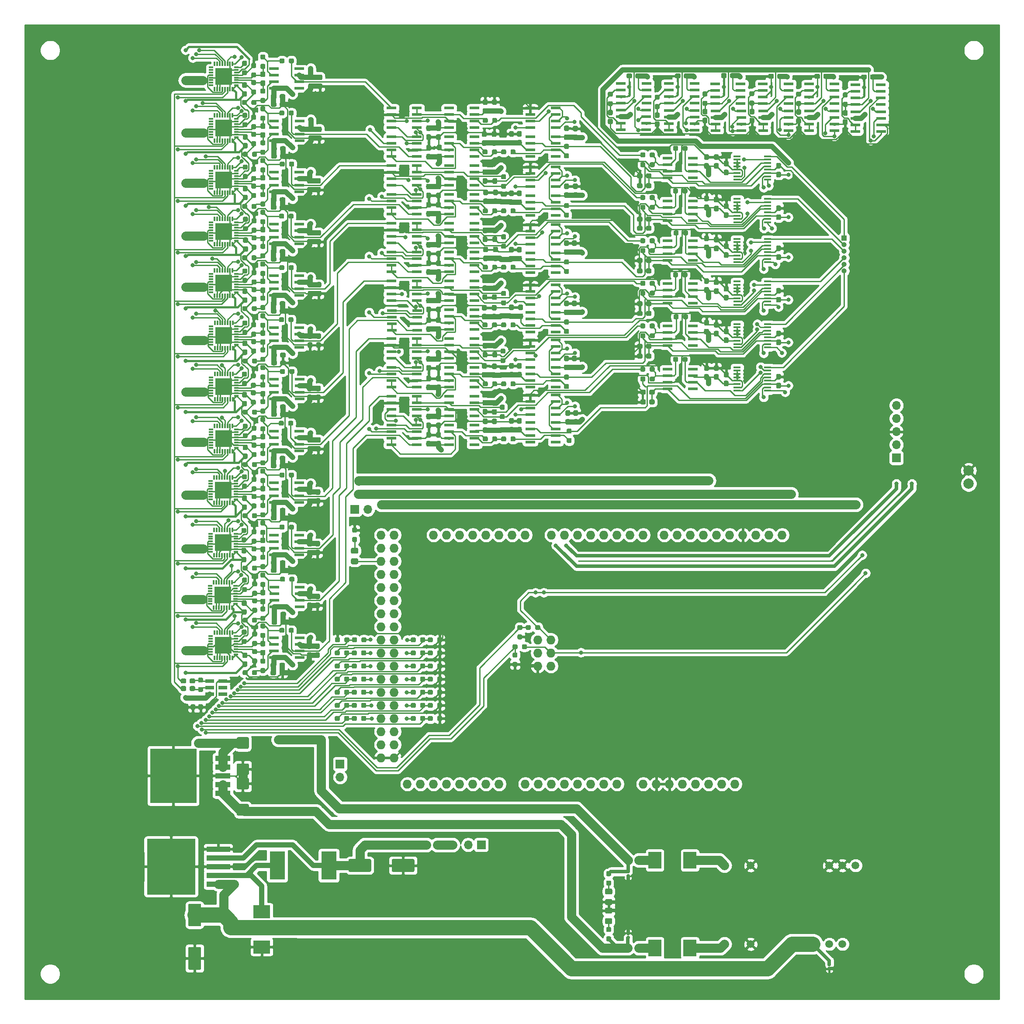
<source format=gbr>
%TF.GenerationSoftware,KiCad,Pcbnew,(5.1.7)-1*%
%TF.CreationDate,2021-06-08T09:48:23+02:00*%
%TF.ProjectId,circuit_DEP,63697263-7569-4745-9f44-45502e6b6963,rev?*%
%TF.SameCoordinates,Original*%
%TF.FileFunction,Copper,L1,Top*%
%TF.FilePolarity,Positive*%
%FSLAX46Y46*%
G04 Gerber Fmt 4.6, Leading zero omitted, Abs format (unit mm)*
G04 Created by KiCad (PCBNEW (5.1.7)-1) date 2021-06-08 09:48:23*
%MOMM*%
%LPD*%
G01*
G04 APERTURE LIST*
%TA.AperFunction,SMDPad,CuDef*%
%ADD10R,1.981200X0.558800*%
%TD*%
%TA.AperFunction,ComponentPad*%
%ADD11O,1.700000X1.700000*%
%TD*%
%TA.AperFunction,ComponentPad*%
%ADD12R,1.700000X1.700000*%
%TD*%
%TA.AperFunction,SMDPad,CuDef*%
%ADD13R,9.400000X10.800000*%
%TD*%
%TA.AperFunction,SMDPad,CuDef*%
%ADD14R,4.600000X1.100000*%
%TD*%
%TA.AperFunction,ComponentPad*%
%ADD15C,1.500000*%
%TD*%
%TA.AperFunction,SMDPad,CuDef*%
%ADD16R,3.000000X5.500000*%
%TD*%
%TA.AperFunction,ComponentPad*%
%ADD17C,2.000000*%
%TD*%
%TA.AperFunction,SMDPad,CuDef*%
%ADD18R,3.300000X2.500000*%
%TD*%
%TA.AperFunction,SMDPad,CuDef*%
%ADD19R,2.500000X3.300000*%
%TD*%
%TA.AperFunction,SMDPad,CuDef*%
%ADD20R,9.000000X10.600000*%
%TD*%
%TA.AperFunction,SMDPad,CuDef*%
%ADD21R,2.950000X1.050000*%
%TD*%
%TA.AperFunction,SMDPad,CuDef*%
%ADD22R,1.700000X0.800000*%
%TD*%
%TA.AperFunction,ComponentPad*%
%ADD23O,1.727200X1.727200*%
%TD*%
%TA.AperFunction,SMDPad,CuDef*%
%ADD24R,1.475000X0.450000*%
%TD*%
%TA.AperFunction,ComponentPad*%
%ADD25O,1.000000X1.000000*%
%TD*%
%TA.AperFunction,ComponentPad*%
%ADD26R,1.000000X1.000000*%
%TD*%
%TA.AperFunction,SMDPad,CuDef*%
%ADD27R,3.250000X3.250000*%
%TD*%
%TA.AperFunction,SMDPad,CuDef*%
%ADD28R,0.300000X0.850000*%
%TD*%
%TA.AperFunction,SMDPad,CuDef*%
%ADD29R,0.850000X0.300000*%
%TD*%
%TA.AperFunction,ViaPad*%
%ADD30C,0.800000*%
%TD*%
%TA.AperFunction,Conductor*%
%ADD31C,0.250000*%
%TD*%
%TA.AperFunction,Conductor*%
%ADD32C,1.000000*%
%TD*%
%TA.AperFunction,Conductor*%
%ADD33C,1.800000*%
%TD*%
%TA.AperFunction,Conductor*%
%ADD34C,0.700000*%
%TD*%
%TA.AperFunction,Conductor*%
%ADD35C,0.400000*%
%TD*%
%TA.AperFunction,Conductor*%
%ADD36C,3.000000*%
%TD*%
%TA.AperFunction,Conductor*%
%ADD37C,0.254000*%
%TD*%
%TA.AperFunction,Conductor*%
%ADD38C,0.100000*%
%TD*%
G04 APERTURE END LIST*
D10*
%TO.P,IC39,8*%
%TO.N,Net-(IC39-Pad8)*%
X92230000Y162060000D03*
%TO.P,IC39,7*%
%TO.N,+12V*%
X92230000Y160790000D03*
%TO.P,IC39,6*%
%TO.N,Net-(IC39-Pad6)*%
X92230000Y159520000D03*
%TO.P,IC39,5*%
%TO.N,Net-(IC39-Pad5)*%
X92230000Y158250000D03*
%TO.P,IC39,4*%
%TO.N,-12V*%
X87302400Y158250000D03*
%TO.P,IC39,3*%
%TO.N,GND*%
X87302400Y159520000D03*
%TO.P,IC39,2*%
%TO.N,Net-(IC38-Pad7)*%
X87302400Y160790000D03*
%TO.P,IC39,1*%
%TO.N,Net-(IC39-Pad1)*%
X87302400Y162060000D03*
%TD*%
D11*
%TO.P,J6,2*%
%TO.N,Net-(FB3-Pad1)*%
X91000000Y36000000D03*
D12*
%TO.P,J6,1*%
%TO.N,+5V*%
X93540000Y36000000D03*
%TD*%
D11*
%TO.P,J5,2*%
%TO.N,+5V*%
X71540000Y101000000D03*
D12*
%TO.P,J5,1*%
%TO.N,Net-(J5-Pad1)*%
X69000000Y101000000D03*
%TD*%
D11*
%TO.P,J4,5*%
%TO.N,+5V*%
X174000000Y121160000D03*
%TO.P,J4,4*%
X174000000Y118620000D03*
%TO.P,J4,3*%
%TO.N,GND*%
X174000000Y116080000D03*
%TO.P,J4,2*%
%TO.N,Net-(J4-Pad2)*%
X174000000Y113540000D03*
D12*
%TO.P,J4,1*%
%TO.N,Net-(J4-Pad1)*%
X174000000Y111000000D03*
%TD*%
D13*
%TO.P,U2,3*%
%TO.N,GND*%
X33425000Y31775000D03*
D14*
%TO.P,U2,5*%
X42575000Y35175000D03*
%TO.P,U2,4*%
%TO.N,Net-(C199-Pad1)*%
X42575000Y33475000D03*
%TO.P,U2,3*%
%TO.N,GND*%
X42575000Y31775000D03*
%TO.P,U2,2*%
%TO.N,Net-(D3-Pad1)*%
X42575000Y30075000D03*
%TO.P,U2,1*%
%TO.N,Net-(C197-Pad2)*%
X42575000Y28375000D03*
%TD*%
D15*
%TO.P,PS1,23*%
%TO.N,Net-(C197-Pad2)*%
X163540000Y16760000D03*
%TO.P,PS1,22*%
X161000000Y16760000D03*
%TO.P,PS1,16*%
%TO.N,GND*%
X145760000Y16760000D03*
%TO.P,PS1,14*%
%TO.N,Net-(D2-Pad2)*%
X140680000Y16760000D03*
%TO.P,PS1,11*%
%TO.N,Net-(D1-Pad1)*%
X140680000Y32000000D03*
%TO.P,PS1,9*%
%TO.N,GND*%
X145760000Y32000000D03*
%TO.P,PS1,3*%
X161000000Y32000000D03*
%TO.P,PS1,2*%
X163540000Y32000000D03*
%TO.P,PS1,1*%
%TO.N,Net-(PS1-Pad1)*%
X166080000Y32000000D03*
%TD*%
D16*
%TO.P,L1,2*%
%TO.N,Net-(C199-Pad1)*%
X64000000Y32000000D03*
%TO.P,L1,1*%
%TO.N,Net-(D3-Pad1)*%
X54000000Y32000000D03*
%TD*%
D17*
%TO.P,J1,2*%
%TO.N,GND*%
X188000000Y108524000D03*
%TO.P,J1,1*%
%TO.N,Net-(C197-Pad2)*%
X188000000Y105984000D03*
%TD*%
%TO.P,FB3,2*%
%TO.N,Net-(C199-Pad1)*%
%TA.AperFunction,SMDPad,CuDef*%
G36*
G01*
X83512500Y36475000D02*
X83512500Y35525000D01*
G75*
G02*
X83262500Y35275000I-250000J0D01*
G01*
X82587500Y35275000D01*
G75*
G02*
X82337500Y35525000I0J250000D01*
G01*
X82337500Y36475000D01*
G75*
G02*
X82587500Y36725000I250000J0D01*
G01*
X83262500Y36725000D01*
G75*
G02*
X83512500Y36475000I0J-250000D01*
G01*
G37*
%TD.AperFunction*%
%TO.P,FB3,1*%
%TO.N,Net-(FB3-Pad1)*%
%TA.AperFunction,SMDPad,CuDef*%
G36*
G01*
X85587500Y36475000D02*
X85587500Y35525000D01*
G75*
G02*
X85337500Y35275000I-250000J0D01*
G01*
X84662500Y35275000D01*
G75*
G02*
X84412500Y35525000I0J250000D01*
G01*
X84412500Y36475000D01*
G75*
G02*
X84662500Y36725000I250000J0D01*
G01*
X85337500Y36725000D01*
G75*
G02*
X85587500Y36475000I0J-250000D01*
G01*
G37*
%TD.AperFunction*%
%TD*%
%TO.P,FB2,2*%
%TO.N,+12V*%
%TA.AperFunction,SMDPad,CuDef*%
G36*
G01*
X122550000Y16475000D02*
X122550000Y15525000D01*
G75*
G02*
X122300000Y15275000I-250000J0D01*
G01*
X121625000Y15275000D01*
G75*
G02*
X121375000Y15525000I0J250000D01*
G01*
X121375000Y16475000D01*
G75*
G02*
X121625000Y16725000I250000J0D01*
G01*
X122300000Y16725000D01*
G75*
G02*
X122550000Y16475000I0J-250000D01*
G01*
G37*
%TD.AperFunction*%
%TO.P,FB2,1*%
%TO.N,Net-(D2-Pad1)*%
%TA.AperFunction,SMDPad,CuDef*%
G36*
G01*
X124625000Y16475000D02*
X124625000Y15525000D01*
G75*
G02*
X124375000Y15275000I-250000J0D01*
G01*
X123700000Y15275000D01*
G75*
G02*
X123450000Y15525000I0J250000D01*
G01*
X123450000Y16475000D01*
G75*
G02*
X123700000Y16725000I250000J0D01*
G01*
X124375000Y16725000D01*
G75*
G02*
X124625000Y16475000I0J-250000D01*
G01*
G37*
%TD.AperFunction*%
%TD*%
%TO.P,FB1,2*%
%TO.N,-12V*%
%TA.AperFunction,SMDPad,CuDef*%
G36*
G01*
X122587500Y33475000D02*
X122587500Y32525000D01*
G75*
G02*
X122337500Y32275000I-250000J0D01*
G01*
X121662500Y32275000D01*
G75*
G02*
X121412500Y32525000I0J250000D01*
G01*
X121412500Y33475000D01*
G75*
G02*
X121662500Y33725000I250000J0D01*
G01*
X122337500Y33725000D01*
G75*
G02*
X122587500Y33475000I0J-250000D01*
G01*
G37*
%TD.AperFunction*%
%TO.P,FB1,1*%
%TO.N,Net-(D1-Pad2)*%
%TA.AperFunction,SMDPad,CuDef*%
G36*
G01*
X124662500Y33475000D02*
X124662500Y32525000D01*
G75*
G02*
X124412500Y32275000I-250000J0D01*
G01*
X123737500Y32275000D01*
G75*
G02*
X123487500Y32525000I0J250000D01*
G01*
X123487500Y33475000D01*
G75*
G02*
X123737500Y33725000I250000J0D01*
G01*
X124412500Y33725000D01*
G75*
G02*
X124662500Y33475000I0J-250000D01*
G01*
G37*
%TD.AperFunction*%
%TD*%
D18*
%TO.P,D3,2*%
%TO.N,GND*%
X51000000Y16200000D03*
%TO.P,D3,1*%
%TO.N,Net-(D3-Pad1)*%
X51000000Y23000000D03*
%TD*%
D19*
%TO.P,D2,2*%
%TO.N,Net-(D2-Pad2)*%
X134000000Y16000000D03*
%TO.P,D2,1*%
%TO.N,Net-(D2-Pad1)*%
X127200000Y16000000D03*
%TD*%
%TO.P,D1,2*%
%TO.N,Net-(D1-Pad2)*%
X127200000Y33000000D03*
%TO.P,D1,1*%
%TO.N,Net-(D1-Pad1)*%
X134000000Y33000000D03*
%TD*%
%TO.P,C199,2*%
%TO.N,GND*%
%TA.AperFunction,SMDPad,CuDef*%
G36*
G01*
X76200000Y31000000D02*
X76200000Y33000000D01*
G75*
G02*
X76450000Y33250000I250000J0D01*
G01*
X80350000Y33250000D01*
G75*
G02*
X80600000Y33000000I0J-250000D01*
G01*
X80600000Y31000000D01*
G75*
G02*
X80350000Y30750000I-250000J0D01*
G01*
X76450000Y30750000D01*
G75*
G02*
X76200000Y31000000I0J250000D01*
G01*
G37*
%TD.AperFunction*%
%TO.P,C199,1*%
%TO.N,Net-(C199-Pad1)*%
%TA.AperFunction,SMDPad,CuDef*%
G36*
G01*
X67800000Y31000000D02*
X67800000Y33000000D01*
G75*
G02*
X68050000Y33250000I250000J0D01*
G01*
X71950000Y33250000D01*
G75*
G02*
X72200000Y33000000I0J-250000D01*
G01*
X72200000Y31000000D01*
G75*
G02*
X71950000Y30750000I-250000J0D01*
G01*
X68050000Y30750000D01*
G75*
G02*
X67800000Y31000000I0J250000D01*
G01*
G37*
%TD.AperFunction*%
%TD*%
%TO.P,C198,2*%
%TO.N,GND*%
%TA.AperFunction,SMDPad,CuDef*%
G36*
G01*
X37000000Y16200000D02*
X39000000Y16200000D01*
G75*
G02*
X39250000Y15950000I0J-250000D01*
G01*
X39250000Y12050000D01*
G75*
G02*
X39000000Y11800000I-250000J0D01*
G01*
X37000000Y11800000D01*
G75*
G02*
X36750000Y12050000I0J250000D01*
G01*
X36750000Y15950000D01*
G75*
G02*
X37000000Y16200000I250000J0D01*
G01*
G37*
%TD.AperFunction*%
%TO.P,C198,1*%
%TO.N,Net-(C197-Pad2)*%
%TA.AperFunction,SMDPad,CuDef*%
G36*
G01*
X37000000Y24600000D02*
X39000000Y24600000D01*
G75*
G02*
X39250000Y24350000I0J-250000D01*
G01*
X39250000Y20450000D01*
G75*
G02*
X39000000Y20200000I-250000J0D01*
G01*
X37000000Y20200000D01*
G75*
G02*
X36750000Y20450000I0J250000D01*
G01*
X36750000Y24350000D01*
G75*
G02*
X37000000Y24600000I250000J0D01*
G01*
G37*
%TD.AperFunction*%
%TD*%
%TO.P,C197,2*%
%TO.N,Net-(C197-Pad2)*%
%TA.AperFunction,SMDPad,CuDef*%
G36*
G01*
X161100000Y12497500D02*
X160900000Y12497500D01*
G75*
G02*
X160800000Y12597500I0J100000D01*
G01*
X160800000Y13032500D01*
G75*
G02*
X160900000Y13132500I100000J0D01*
G01*
X161100000Y13132500D01*
G75*
G02*
X161200000Y13032500I0J-100000D01*
G01*
X161200000Y12597500D01*
G75*
G02*
X161100000Y12497500I-100000J0D01*
G01*
G37*
%TD.AperFunction*%
%TO.P,C197,1*%
%TO.N,GND*%
%TA.AperFunction,SMDPad,CuDef*%
G36*
G01*
X161100000Y11682500D02*
X160900000Y11682500D01*
G75*
G02*
X160800000Y11782500I0J100000D01*
G01*
X160800000Y12217500D01*
G75*
G02*
X160900000Y12317500I100000J0D01*
G01*
X161100000Y12317500D01*
G75*
G02*
X161200000Y12217500I0J-100000D01*
G01*
X161200000Y11782500D01*
G75*
G02*
X161100000Y11682500I-100000J0D01*
G01*
G37*
%TD.AperFunction*%
%TD*%
%TO.P,C196,2*%
%TO.N,GND*%
%TA.AperFunction,SMDPad,CuDef*%
G36*
G01*
X122100000Y18497500D02*
X121900000Y18497500D01*
G75*
G02*
X121800000Y18597500I0J100000D01*
G01*
X121800000Y19032500D01*
G75*
G02*
X121900000Y19132500I100000J0D01*
G01*
X122100000Y19132500D01*
G75*
G02*
X122200000Y19032500I0J-100000D01*
G01*
X122200000Y18597500D01*
G75*
G02*
X122100000Y18497500I-100000J0D01*
G01*
G37*
%TD.AperFunction*%
%TO.P,C196,1*%
%TO.N,+12V*%
%TA.AperFunction,SMDPad,CuDef*%
G36*
G01*
X122100000Y17682500D02*
X121900000Y17682500D01*
G75*
G02*
X121800000Y17782500I0J100000D01*
G01*
X121800000Y18217500D01*
G75*
G02*
X121900000Y18317500I100000J0D01*
G01*
X122100000Y18317500D01*
G75*
G02*
X122200000Y18217500I0J-100000D01*
G01*
X122200000Y17782500D01*
G75*
G02*
X122100000Y17682500I-100000J0D01*
G01*
G37*
%TD.AperFunction*%
%TD*%
%TO.P,C195,2*%
%TO.N,GND*%
%TA.AperFunction,SMDPad,CuDef*%
G36*
G01*
X121900000Y30317500D02*
X122100000Y30317500D01*
G75*
G02*
X122200000Y30217500I0J-100000D01*
G01*
X122200000Y29782500D01*
G75*
G02*
X122100000Y29682500I-100000J0D01*
G01*
X121900000Y29682500D01*
G75*
G02*
X121800000Y29782500I0J100000D01*
G01*
X121800000Y30217500D01*
G75*
G02*
X121900000Y30317500I100000J0D01*
G01*
G37*
%TD.AperFunction*%
%TO.P,C195,1*%
%TO.N,-12V*%
%TA.AperFunction,SMDPad,CuDef*%
G36*
G01*
X121900000Y31132500D02*
X122100000Y31132500D01*
G75*
G02*
X122200000Y31032500I0J-100000D01*
G01*
X122200000Y30597500D01*
G75*
G02*
X122100000Y30497500I-100000J0D01*
G01*
X121900000Y30497500D01*
G75*
G02*
X121800000Y30597500I0J100000D01*
G01*
X121800000Y31032500D01*
G75*
G02*
X121900000Y31132500I100000J0D01*
G01*
G37*
%TD.AperFunction*%
%TD*%
%TO.P,R168,2*%
%TO.N,Net-(D2gelb2-Pad1)*%
%TA.AperFunction,SMDPad,CuDef*%
G36*
G01*
X68762500Y95662500D02*
X69237500Y95662500D01*
G75*
G02*
X69475000Y95425000I0J-237500D01*
G01*
X69475000Y94925000D01*
G75*
G02*
X69237500Y94687500I-237500J0D01*
G01*
X68762500Y94687500D01*
G75*
G02*
X68525000Y94925000I0J237500D01*
G01*
X68525000Y95425000D01*
G75*
G02*
X68762500Y95662500I237500J0D01*
G01*
G37*
%TD.AperFunction*%
%TO.P,R168,1*%
%TO.N,GND*%
%TA.AperFunction,SMDPad,CuDef*%
G36*
G01*
X68762500Y97487500D02*
X69237500Y97487500D01*
G75*
G02*
X69475000Y97250000I0J-237500D01*
G01*
X69475000Y96750000D01*
G75*
G02*
X69237500Y96512500I-237500J0D01*
G01*
X68762500Y96512500D01*
G75*
G02*
X68525000Y96750000I0J237500D01*
G01*
X68525000Y97250000D01*
G75*
G02*
X68762500Y97487500I237500J0D01*
G01*
G37*
%TD.AperFunction*%
%TD*%
%TO.P,D2gelb2,2*%
%TO.N,Net-(D2gelb2-Pad2)*%
%TA.AperFunction,SMDPad,CuDef*%
G36*
G01*
X68549999Y91525000D02*
X69450001Y91525000D01*
G75*
G02*
X69700000Y91275001I0J-249999D01*
G01*
X69700000Y90624999D01*
G75*
G02*
X69450001Y90375000I-249999J0D01*
G01*
X68549999Y90375000D01*
G75*
G02*
X68300000Y90624999I0J249999D01*
G01*
X68300000Y91275001D01*
G75*
G02*
X68549999Y91525000I249999J0D01*
G01*
G37*
%TD.AperFunction*%
%TO.P,D2gelb2,1*%
%TO.N,Net-(D2gelb2-Pad1)*%
%TA.AperFunction,SMDPad,CuDef*%
G36*
G01*
X68549999Y93575000D02*
X69450001Y93575000D01*
G75*
G02*
X69700000Y93325001I0J-249999D01*
G01*
X69700000Y92674999D01*
G75*
G02*
X69450001Y92425000I-249999J0D01*
G01*
X68549999Y92425000D01*
G75*
G02*
X68300000Y92674999I0J249999D01*
G01*
X68300000Y93325001D01*
G75*
G02*
X68549999Y93575000I249999J0D01*
G01*
G37*
%TD.AperFunction*%
%TD*%
D20*
%TO.P,IC1,6*%
%TO.N,GND*%
X33868000Y49390000D03*
D21*
%TO.P,IC1,5*%
%TO.N,+1V8*%
X43468000Y52790000D03*
%TO.P,IC1,4*%
X43468000Y51090000D03*
%TO.P,IC1,3*%
%TO.N,GND*%
X43468000Y49390000D03*
%TO.P,IC1,2*%
%TO.N,+12V*%
X43468000Y47690000D03*
%TO.P,IC1,1*%
X43468000Y45990000D03*
%TD*%
%TO.P,C171,2*%
%TO.N,GND*%
%TA.AperFunction,SMDPad,CuDef*%
G36*
G01*
X110557500Y119157500D02*
X110082500Y119157500D01*
G75*
G02*
X109845000Y119395000I0J237500D01*
G01*
X109845000Y119995000D01*
G75*
G02*
X110082500Y120232500I237500J0D01*
G01*
X110557500Y120232500D01*
G75*
G02*
X110795000Y119995000I0J-237500D01*
G01*
X110795000Y119395000D01*
G75*
G02*
X110557500Y119157500I-237500J0D01*
G01*
G37*
%TD.AperFunction*%
%TO.P,C171,1*%
%TO.N,-12V*%
%TA.AperFunction,SMDPad,CuDef*%
G36*
G01*
X110557500Y117432500D02*
X110082500Y117432500D01*
G75*
G02*
X109845000Y117670000I0J237500D01*
G01*
X109845000Y118270000D01*
G75*
G02*
X110082500Y118507500I237500J0D01*
G01*
X110557500Y118507500D01*
G75*
G02*
X110795000Y118270000I0J-237500D01*
G01*
X110795000Y117670000D01*
G75*
G02*
X110557500Y117432500I-237500J0D01*
G01*
G37*
%TD.AperFunction*%
%TD*%
%TO.P,R167,2*%
%TO.N,Net-(IC85-Pad2)*%
%TA.AperFunction,SMDPad,CuDef*%
G36*
G01*
X109828500Y170019500D02*
X110303500Y170019500D01*
G75*
G02*
X110541000Y169782000I0J-237500D01*
G01*
X110541000Y169282000D01*
G75*
G02*
X110303500Y169044500I-237500J0D01*
G01*
X109828500Y169044500D01*
G75*
G02*
X109591000Y169282000I0J237500D01*
G01*
X109591000Y169782000D01*
G75*
G02*
X109828500Y170019500I237500J0D01*
G01*
G37*
%TD.AperFunction*%
%TO.P,R167,1*%
%TO.N,/Sheet60A37CB5/MUX6/S1*%
%TA.AperFunction,SMDPad,CuDef*%
G36*
G01*
X109828500Y171844500D02*
X110303500Y171844500D01*
G75*
G02*
X110541000Y171607000I0J-237500D01*
G01*
X110541000Y171107000D01*
G75*
G02*
X110303500Y170869500I-237500J0D01*
G01*
X109828500Y170869500D01*
G75*
G02*
X109591000Y171107000I0J237500D01*
G01*
X109591000Y171607000D01*
G75*
G02*
X109828500Y171844500I237500J0D01*
G01*
G37*
%TD.AperFunction*%
%TD*%
%TO.P,R166,2*%
%TO.N,Net-(IC42-Pad6)*%
%TA.AperFunction,SMDPad,CuDef*%
G36*
G01*
X98361500Y170531500D02*
X98361500Y170056500D01*
G75*
G02*
X98124000Y169819000I-237500J0D01*
G01*
X97624000Y169819000D01*
G75*
G02*
X97386500Y170056500I0J237500D01*
G01*
X97386500Y170531500D01*
G75*
G02*
X97624000Y170769000I237500J0D01*
G01*
X98124000Y170769000D01*
G75*
G02*
X98361500Y170531500I0J-237500D01*
G01*
G37*
%TD.AperFunction*%
%TO.P,R166,1*%
%TO.N,Net-(IC85-Pad2)*%
%TA.AperFunction,SMDPad,CuDef*%
G36*
G01*
X100186500Y170531500D02*
X100186500Y170056500D01*
G75*
G02*
X99949000Y169819000I-237500J0D01*
G01*
X99449000Y169819000D01*
G75*
G02*
X99211500Y170056500I0J237500D01*
G01*
X99211500Y170531500D01*
G75*
G02*
X99449000Y170769000I237500J0D01*
G01*
X99949000Y170769000D01*
G75*
G02*
X100186500Y170531500I0J-237500D01*
G01*
G37*
%TD.AperFunction*%
%TD*%
%TO.P,R165,2*%
%TO.N,Net-(IC84-Pad2)*%
%TA.AperFunction,SMDPad,CuDef*%
G36*
G01*
X109828500Y158542500D02*
X110303500Y158542500D01*
G75*
G02*
X110541000Y158305000I0J-237500D01*
G01*
X110541000Y157805000D01*
G75*
G02*
X110303500Y157567500I-237500J0D01*
G01*
X109828500Y157567500D01*
G75*
G02*
X109591000Y157805000I0J237500D01*
G01*
X109591000Y158305000D01*
G75*
G02*
X109828500Y158542500I237500J0D01*
G01*
G37*
%TD.AperFunction*%
%TO.P,R165,1*%
%TO.N,/Sheet60A37CB5/MUX5/S1*%
%TA.AperFunction,SMDPad,CuDef*%
G36*
G01*
X109828500Y160367500D02*
X110303500Y160367500D01*
G75*
G02*
X110541000Y160130000I0J-237500D01*
G01*
X110541000Y159630000D01*
G75*
G02*
X110303500Y159392500I-237500J0D01*
G01*
X109828500Y159392500D01*
G75*
G02*
X109591000Y159630000I0J237500D01*
G01*
X109591000Y160130000D01*
G75*
G02*
X109828500Y160367500I237500J0D01*
G01*
G37*
%TD.AperFunction*%
%TD*%
%TO.P,R164,2*%
%TO.N,Net-(IC39-Pad6)*%
%TA.AperFunction,SMDPad,CuDef*%
G36*
G01*
X98361500Y159101500D02*
X98361500Y158626500D01*
G75*
G02*
X98124000Y158389000I-237500J0D01*
G01*
X97624000Y158389000D01*
G75*
G02*
X97386500Y158626500I0J237500D01*
G01*
X97386500Y159101500D01*
G75*
G02*
X97624000Y159339000I237500J0D01*
G01*
X98124000Y159339000D01*
G75*
G02*
X98361500Y159101500I0J-237500D01*
G01*
G37*
%TD.AperFunction*%
%TO.P,R164,1*%
%TO.N,Net-(IC84-Pad2)*%
%TA.AperFunction,SMDPad,CuDef*%
G36*
G01*
X100186500Y159101500D02*
X100186500Y158626500D01*
G75*
G02*
X99949000Y158389000I-237500J0D01*
G01*
X99449000Y158389000D01*
G75*
G02*
X99211500Y158626500I0J237500D01*
G01*
X99211500Y159101500D01*
G75*
G02*
X99449000Y159339000I237500J0D01*
G01*
X99949000Y159339000D01*
G75*
G02*
X100186500Y159101500I0J-237500D01*
G01*
G37*
%TD.AperFunction*%
%TD*%
%TO.P,R163,2*%
%TO.N,Net-(IC83-Pad2)*%
%TA.AperFunction,SMDPad,CuDef*%
G36*
G01*
X109828500Y147620500D02*
X110303500Y147620500D01*
G75*
G02*
X110541000Y147383000I0J-237500D01*
G01*
X110541000Y146883000D01*
G75*
G02*
X110303500Y146645500I-237500J0D01*
G01*
X109828500Y146645500D01*
G75*
G02*
X109591000Y146883000I0J237500D01*
G01*
X109591000Y147383000D01*
G75*
G02*
X109828500Y147620500I237500J0D01*
G01*
G37*
%TD.AperFunction*%
%TO.P,R163,1*%
%TO.N,/Sheet60A37CB5/MUX4/S1*%
%TA.AperFunction,SMDPad,CuDef*%
G36*
G01*
X109828500Y149445500D02*
X110303500Y149445500D01*
G75*
G02*
X110541000Y149208000I0J-237500D01*
G01*
X110541000Y148708000D01*
G75*
G02*
X110303500Y148470500I-237500J0D01*
G01*
X109828500Y148470500D01*
G75*
G02*
X109591000Y148708000I0J237500D01*
G01*
X109591000Y149208000D01*
G75*
G02*
X109828500Y149445500I237500J0D01*
G01*
G37*
%TD.AperFunction*%
%TD*%
%TO.P,R162,2*%
%TO.N,Net-(IC36-Pad6)*%
%TA.AperFunction,SMDPad,CuDef*%
G36*
G01*
X98361500Y148179500D02*
X98361500Y147704500D01*
G75*
G02*
X98124000Y147467000I-237500J0D01*
G01*
X97624000Y147467000D01*
G75*
G02*
X97386500Y147704500I0J237500D01*
G01*
X97386500Y148179500D01*
G75*
G02*
X97624000Y148417000I237500J0D01*
G01*
X98124000Y148417000D01*
G75*
G02*
X98361500Y148179500I0J-237500D01*
G01*
G37*
%TD.AperFunction*%
%TO.P,R162,1*%
%TO.N,Net-(IC83-Pad2)*%
%TA.AperFunction,SMDPad,CuDef*%
G36*
G01*
X100186500Y148179500D02*
X100186500Y147704500D01*
G75*
G02*
X99949000Y147467000I-237500J0D01*
G01*
X99449000Y147467000D01*
G75*
G02*
X99211500Y147704500I0J237500D01*
G01*
X99211500Y148179500D01*
G75*
G02*
X99449000Y148417000I237500J0D01*
G01*
X99949000Y148417000D01*
G75*
G02*
X100186500Y148179500I0J-237500D01*
G01*
G37*
%TD.AperFunction*%
%TD*%
%TO.P,R161,2*%
%TO.N,Net-(IC82-Pad2)*%
%TA.AperFunction,SMDPad,CuDef*%
G36*
G01*
X109828500Y135983500D02*
X110303500Y135983500D01*
G75*
G02*
X110541000Y135746000I0J-237500D01*
G01*
X110541000Y135246000D01*
G75*
G02*
X110303500Y135008500I-237500J0D01*
G01*
X109828500Y135008500D01*
G75*
G02*
X109591000Y135246000I0J237500D01*
G01*
X109591000Y135746000D01*
G75*
G02*
X109828500Y135983500I237500J0D01*
G01*
G37*
%TD.AperFunction*%
%TO.P,R161,1*%
%TO.N,/Sheet60A37CB5/MUX3/S1*%
%TA.AperFunction,SMDPad,CuDef*%
G36*
G01*
X109828500Y137808500D02*
X110303500Y137808500D01*
G75*
G02*
X110541000Y137571000I0J-237500D01*
G01*
X110541000Y137071000D01*
G75*
G02*
X110303500Y136833500I-237500J0D01*
G01*
X109828500Y136833500D01*
G75*
G02*
X109591000Y137071000I0J237500D01*
G01*
X109591000Y137571000D01*
G75*
G02*
X109828500Y137808500I237500J0D01*
G01*
G37*
%TD.AperFunction*%
%TD*%
%TO.P,R160,2*%
%TO.N,Net-(IC33-Pad6)*%
%TA.AperFunction,SMDPad,CuDef*%
G36*
G01*
X98361500Y137003500D02*
X98361500Y136528500D01*
G75*
G02*
X98124000Y136291000I-237500J0D01*
G01*
X97624000Y136291000D01*
G75*
G02*
X97386500Y136528500I0J237500D01*
G01*
X97386500Y137003500D01*
G75*
G02*
X97624000Y137241000I237500J0D01*
G01*
X98124000Y137241000D01*
G75*
G02*
X98361500Y137003500I0J-237500D01*
G01*
G37*
%TD.AperFunction*%
%TO.P,R160,1*%
%TO.N,Net-(IC82-Pad2)*%
%TA.AperFunction,SMDPad,CuDef*%
G36*
G01*
X100186500Y137003500D02*
X100186500Y136528500D01*
G75*
G02*
X99949000Y136291000I-237500J0D01*
G01*
X99449000Y136291000D01*
G75*
G02*
X99211500Y136528500I0J237500D01*
G01*
X99211500Y137003500D01*
G75*
G02*
X99449000Y137241000I237500J0D01*
G01*
X99949000Y137241000D01*
G75*
G02*
X100186500Y137003500I0J-237500D01*
G01*
G37*
%TD.AperFunction*%
%TD*%
%TO.P,R159,2*%
%TO.N,Net-(IC81-Pad2)*%
%TA.AperFunction,SMDPad,CuDef*%
G36*
G01*
X109828500Y125315500D02*
X110303500Y125315500D01*
G75*
G02*
X110541000Y125078000I0J-237500D01*
G01*
X110541000Y124578000D01*
G75*
G02*
X110303500Y124340500I-237500J0D01*
G01*
X109828500Y124340500D01*
G75*
G02*
X109591000Y124578000I0J237500D01*
G01*
X109591000Y125078000D01*
G75*
G02*
X109828500Y125315500I237500J0D01*
G01*
G37*
%TD.AperFunction*%
%TO.P,R159,1*%
%TO.N,/Sheet60A37CB5/MUX2/S1*%
%TA.AperFunction,SMDPad,CuDef*%
G36*
G01*
X109828500Y127140500D02*
X110303500Y127140500D01*
G75*
G02*
X110541000Y126903000I0J-237500D01*
G01*
X110541000Y126403000D01*
G75*
G02*
X110303500Y126165500I-237500J0D01*
G01*
X109828500Y126165500D01*
G75*
G02*
X109591000Y126403000I0J237500D01*
G01*
X109591000Y126903000D01*
G75*
G02*
X109828500Y127140500I237500J0D01*
G01*
G37*
%TD.AperFunction*%
%TD*%
%TO.P,R158,2*%
%TO.N,Net-(IC30-Pad6)*%
%TA.AperFunction,SMDPad,CuDef*%
G36*
G01*
X98361500Y125573500D02*
X98361500Y125098500D01*
G75*
G02*
X98124000Y124861000I-237500J0D01*
G01*
X97624000Y124861000D01*
G75*
G02*
X97386500Y125098500I0J237500D01*
G01*
X97386500Y125573500D01*
G75*
G02*
X97624000Y125811000I237500J0D01*
G01*
X98124000Y125811000D01*
G75*
G02*
X98361500Y125573500I0J-237500D01*
G01*
G37*
%TD.AperFunction*%
%TO.P,R158,1*%
%TO.N,Net-(IC81-Pad2)*%
%TA.AperFunction,SMDPad,CuDef*%
G36*
G01*
X100186500Y125573500D02*
X100186500Y125098500D01*
G75*
G02*
X99949000Y124861000I-237500J0D01*
G01*
X99449000Y124861000D01*
G75*
G02*
X99211500Y125098500I0J237500D01*
G01*
X99211500Y125573500D01*
G75*
G02*
X99449000Y125811000I237500J0D01*
G01*
X99949000Y125811000D01*
G75*
G02*
X100186500Y125573500I0J-237500D01*
G01*
G37*
%TD.AperFunction*%
%TD*%
%TO.P,R157,2*%
%TO.N,Net-(IC80-Pad2)*%
%TA.AperFunction,SMDPad,CuDef*%
G36*
G01*
X110336500Y114854500D02*
X110811500Y114854500D01*
G75*
G02*
X111049000Y114617000I0J-237500D01*
G01*
X111049000Y114117000D01*
G75*
G02*
X110811500Y113879500I-237500J0D01*
G01*
X110336500Y113879500D01*
G75*
G02*
X110099000Y114117000I0J237500D01*
G01*
X110099000Y114617000D01*
G75*
G02*
X110336500Y114854500I237500J0D01*
G01*
G37*
%TD.AperFunction*%
%TO.P,R157,1*%
%TO.N,/Sheet60A37CB5/MUX1/S1*%
%TA.AperFunction,SMDPad,CuDef*%
G36*
G01*
X110336500Y116679500D02*
X110811500Y116679500D01*
G75*
G02*
X111049000Y116442000I0J-237500D01*
G01*
X111049000Y115942000D01*
G75*
G02*
X110811500Y115704500I-237500J0D01*
G01*
X110336500Y115704500D01*
G75*
G02*
X110099000Y115942000I0J237500D01*
G01*
X110099000Y116442000D01*
G75*
G02*
X110336500Y116679500I237500J0D01*
G01*
G37*
%TD.AperFunction*%
%TD*%
%TO.P,R156,2*%
%TO.N,Net-(IC16-Pad6)*%
%TA.AperFunction,SMDPad,CuDef*%
G36*
G01*
X98361500Y114905500D02*
X98361500Y114430500D01*
G75*
G02*
X98124000Y114193000I-237500J0D01*
G01*
X97624000Y114193000D01*
G75*
G02*
X97386500Y114430500I0J237500D01*
G01*
X97386500Y114905500D01*
G75*
G02*
X97624000Y115143000I237500J0D01*
G01*
X98124000Y115143000D01*
G75*
G02*
X98361500Y114905500I0J-237500D01*
G01*
G37*
%TD.AperFunction*%
%TO.P,R156,1*%
%TO.N,Net-(IC80-Pad2)*%
%TA.AperFunction,SMDPad,CuDef*%
G36*
G01*
X100186500Y114905500D02*
X100186500Y114430500D01*
G75*
G02*
X99949000Y114193000I-237500J0D01*
G01*
X99449000Y114193000D01*
G75*
G02*
X99211500Y114430500I0J237500D01*
G01*
X99211500Y114905500D01*
G75*
G02*
X99449000Y115143000I237500J0D01*
G01*
X99949000Y115143000D01*
G75*
G02*
X100186500Y114905500I0J-237500D01*
G01*
G37*
%TD.AperFunction*%
%TD*%
%TO.P,C194,2*%
%TO.N,GND*%
%TA.AperFunction,SMDPad,CuDef*%
G36*
G01*
X99635500Y173239000D02*
X99160500Y173239000D01*
G75*
G02*
X98923000Y173476500I0J237500D01*
G01*
X98923000Y174076500D01*
G75*
G02*
X99160500Y174314000I237500J0D01*
G01*
X99635500Y174314000D01*
G75*
G02*
X99873000Y174076500I0J-237500D01*
G01*
X99873000Y173476500D01*
G75*
G02*
X99635500Y173239000I-237500J0D01*
G01*
G37*
%TD.AperFunction*%
%TO.P,C194,1*%
%TO.N,+12V*%
%TA.AperFunction,SMDPad,CuDef*%
G36*
G01*
X99635500Y171514000D02*
X99160500Y171514000D01*
G75*
G02*
X98923000Y171751500I0J237500D01*
G01*
X98923000Y172351500D01*
G75*
G02*
X99160500Y172589000I237500J0D01*
G01*
X99635500Y172589000D01*
G75*
G02*
X99873000Y172351500I0J-237500D01*
G01*
X99873000Y171751500D01*
G75*
G02*
X99635500Y171514000I-237500J0D01*
G01*
G37*
%TD.AperFunction*%
%TD*%
%TO.P,C193,2*%
%TO.N,GND*%
%TA.AperFunction,SMDPad,CuDef*%
G36*
G01*
X101159500Y173259500D02*
X100684500Y173259500D01*
G75*
G02*
X100447000Y173497000I0J237500D01*
G01*
X100447000Y174097000D01*
G75*
G02*
X100684500Y174334500I237500J0D01*
G01*
X101159500Y174334500D01*
G75*
G02*
X101397000Y174097000I0J-237500D01*
G01*
X101397000Y173497000D01*
G75*
G02*
X101159500Y173259500I-237500J0D01*
G01*
G37*
%TD.AperFunction*%
%TO.P,C193,1*%
%TO.N,+12V*%
%TA.AperFunction,SMDPad,CuDef*%
G36*
G01*
X101159500Y171534500D02*
X100684500Y171534500D01*
G75*
G02*
X100447000Y171772000I0J237500D01*
G01*
X100447000Y172372000D01*
G75*
G02*
X100684500Y172609500I237500J0D01*
G01*
X101159500Y172609500D01*
G75*
G02*
X101397000Y172372000I0J-237500D01*
G01*
X101397000Y171772000D01*
G75*
G02*
X101159500Y171534500I-237500J0D01*
G01*
G37*
%TD.AperFunction*%
%TD*%
%TO.P,C192,2*%
%TO.N,GND*%
%TA.AperFunction,SMDPad,CuDef*%
G36*
G01*
X110303500Y174328500D02*
X109828500Y174328500D01*
G75*
G02*
X109591000Y174566000I0J237500D01*
G01*
X109591000Y175166000D01*
G75*
G02*
X109828500Y175403500I237500J0D01*
G01*
X110303500Y175403500D01*
G75*
G02*
X110541000Y175166000I0J-237500D01*
G01*
X110541000Y174566000D01*
G75*
G02*
X110303500Y174328500I-237500J0D01*
G01*
G37*
%TD.AperFunction*%
%TO.P,C192,1*%
%TO.N,-12V*%
%TA.AperFunction,SMDPad,CuDef*%
G36*
G01*
X110303500Y172603500D02*
X109828500Y172603500D01*
G75*
G02*
X109591000Y172841000I0J237500D01*
G01*
X109591000Y173441000D01*
G75*
G02*
X109828500Y173678500I237500J0D01*
G01*
X110303500Y173678500D01*
G75*
G02*
X110541000Y173441000I0J-237500D01*
G01*
X110541000Y172841000D01*
G75*
G02*
X110303500Y172603500I-237500J0D01*
G01*
G37*
%TD.AperFunction*%
%TD*%
%TO.P,C191,2*%
%TO.N,GND*%
%TA.AperFunction,SMDPad,CuDef*%
G36*
G01*
X112021500Y174287000D02*
X111546500Y174287000D01*
G75*
G02*
X111309000Y174524500I0J237500D01*
G01*
X111309000Y175124500D01*
G75*
G02*
X111546500Y175362000I237500J0D01*
G01*
X112021500Y175362000D01*
G75*
G02*
X112259000Y175124500I0J-237500D01*
G01*
X112259000Y174524500D01*
G75*
G02*
X112021500Y174287000I-237500J0D01*
G01*
G37*
%TD.AperFunction*%
%TO.P,C191,1*%
%TO.N,-12V*%
%TA.AperFunction,SMDPad,CuDef*%
G36*
G01*
X112021500Y172562000D02*
X111546500Y172562000D01*
G75*
G02*
X111309000Y172799500I0J237500D01*
G01*
X111309000Y173399500D01*
G75*
G02*
X111546500Y173637000I237500J0D01*
G01*
X112021500Y173637000D01*
G75*
G02*
X112259000Y173399500I0J-237500D01*
G01*
X112259000Y172799500D01*
G75*
G02*
X112021500Y172562000I-237500J0D01*
G01*
G37*
%TD.AperFunction*%
%TD*%
%TO.P,C190,2*%
%TO.N,GND*%
%TA.AperFunction,SMDPad,CuDef*%
G36*
G01*
X99635500Y161729000D02*
X99160500Y161729000D01*
G75*
G02*
X98923000Y161966500I0J237500D01*
G01*
X98923000Y162566500D01*
G75*
G02*
X99160500Y162804000I237500J0D01*
G01*
X99635500Y162804000D01*
G75*
G02*
X99873000Y162566500I0J-237500D01*
G01*
X99873000Y161966500D01*
G75*
G02*
X99635500Y161729000I-237500J0D01*
G01*
G37*
%TD.AperFunction*%
%TO.P,C190,1*%
%TO.N,+12V*%
%TA.AperFunction,SMDPad,CuDef*%
G36*
G01*
X99635500Y160004000D02*
X99160500Y160004000D01*
G75*
G02*
X98923000Y160241500I0J237500D01*
G01*
X98923000Y160841500D01*
G75*
G02*
X99160500Y161079000I237500J0D01*
G01*
X99635500Y161079000D01*
G75*
G02*
X99873000Y160841500I0J-237500D01*
G01*
X99873000Y160241500D01*
G75*
G02*
X99635500Y160004000I-237500J0D01*
G01*
G37*
%TD.AperFunction*%
%TD*%
%TO.P,C189,2*%
%TO.N,GND*%
%TA.AperFunction,SMDPad,CuDef*%
G36*
G01*
X101159500Y161729000D02*
X100684500Y161729000D01*
G75*
G02*
X100447000Y161966500I0J237500D01*
G01*
X100447000Y162566500D01*
G75*
G02*
X100684500Y162804000I237500J0D01*
G01*
X101159500Y162804000D01*
G75*
G02*
X101397000Y162566500I0J-237500D01*
G01*
X101397000Y161966500D01*
G75*
G02*
X101159500Y161729000I-237500J0D01*
G01*
G37*
%TD.AperFunction*%
%TO.P,C189,1*%
%TO.N,+12V*%
%TA.AperFunction,SMDPad,CuDef*%
G36*
G01*
X101159500Y160004000D02*
X100684500Y160004000D01*
G75*
G02*
X100447000Y160241500I0J237500D01*
G01*
X100447000Y160841500D01*
G75*
G02*
X100684500Y161079000I237500J0D01*
G01*
X101159500Y161079000D01*
G75*
G02*
X101397000Y160841500I0J-237500D01*
G01*
X101397000Y160241500D01*
G75*
G02*
X101159500Y160004000I-237500J0D01*
G01*
G37*
%TD.AperFunction*%
%TD*%
%TO.P,C188,2*%
%TO.N,GND*%
%TA.AperFunction,SMDPad,CuDef*%
G36*
G01*
X110303500Y163099500D02*
X109828500Y163099500D01*
G75*
G02*
X109591000Y163337000I0J237500D01*
G01*
X109591000Y163937000D01*
G75*
G02*
X109828500Y164174500I237500J0D01*
G01*
X110303500Y164174500D01*
G75*
G02*
X110541000Y163937000I0J-237500D01*
G01*
X110541000Y163337000D01*
G75*
G02*
X110303500Y163099500I-237500J0D01*
G01*
G37*
%TD.AperFunction*%
%TO.P,C188,1*%
%TO.N,-12V*%
%TA.AperFunction,SMDPad,CuDef*%
G36*
G01*
X110303500Y161374500D02*
X109828500Y161374500D01*
G75*
G02*
X109591000Y161612000I0J237500D01*
G01*
X109591000Y162212000D01*
G75*
G02*
X109828500Y162449500I237500J0D01*
G01*
X110303500Y162449500D01*
G75*
G02*
X110541000Y162212000I0J-237500D01*
G01*
X110541000Y161612000D01*
G75*
G02*
X110303500Y161374500I-237500J0D01*
G01*
G37*
%TD.AperFunction*%
%TD*%
%TO.P,C187,2*%
%TO.N,GND*%
%TA.AperFunction,SMDPad,CuDef*%
G36*
G01*
X112021500Y163111000D02*
X111546500Y163111000D01*
G75*
G02*
X111309000Y163348500I0J237500D01*
G01*
X111309000Y163948500D01*
G75*
G02*
X111546500Y164186000I237500J0D01*
G01*
X112021500Y164186000D01*
G75*
G02*
X112259000Y163948500I0J-237500D01*
G01*
X112259000Y163348500D01*
G75*
G02*
X112021500Y163111000I-237500J0D01*
G01*
G37*
%TD.AperFunction*%
%TO.P,C187,1*%
%TO.N,-12V*%
%TA.AperFunction,SMDPad,CuDef*%
G36*
G01*
X112021500Y161386000D02*
X111546500Y161386000D01*
G75*
G02*
X111309000Y161623500I0J237500D01*
G01*
X111309000Y162223500D01*
G75*
G02*
X111546500Y162461000I237500J0D01*
G01*
X112021500Y162461000D01*
G75*
G02*
X112259000Y162223500I0J-237500D01*
G01*
X112259000Y161623500D01*
G75*
G02*
X112021500Y161386000I-237500J0D01*
G01*
G37*
%TD.AperFunction*%
%TD*%
%TO.P,C186,2*%
%TO.N,GND*%
%TA.AperFunction,SMDPad,CuDef*%
G36*
G01*
X99635500Y150807000D02*
X99160500Y150807000D01*
G75*
G02*
X98923000Y151044500I0J237500D01*
G01*
X98923000Y151644500D01*
G75*
G02*
X99160500Y151882000I237500J0D01*
G01*
X99635500Y151882000D01*
G75*
G02*
X99873000Y151644500I0J-237500D01*
G01*
X99873000Y151044500D01*
G75*
G02*
X99635500Y150807000I-237500J0D01*
G01*
G37*
%TD.AperFunction*%
%TO.P,C186,1*%
%TO.N,+12V*%
%TA.AperFunction,SMDPad,CuDef*%
G36*
G01*
X99635500Y149082000D02*
X99160500Y149082000D01*
G75*
G02*
X98923000Y149319500I0J237500D01*
G01*
X98923000Y149919500D01*
G75*
G02*
X99160500Y150157000I237500J0D01*
G01*
X99635500Y150157000D01*
G75*
G02*
X99873000Y149919500I0J-237500D01*
G01*
X99873000Y149319500D01*
G75*
G02*
X99635500Y149082000I-237500J0D01*
G01*
G37*
%TD.AperFunction*%
%TD*%
%TO.P,C185,2*%
%TO.N,GND*%
%TA.AperFunction,SMDPad,CuDef*%
G36*
G01*
X101159500Y150807000D02*
X100684500Y150807000D01*
G75*
G02*
X100447000Y151044500I0J237500D01*
G01*
X100447000Y151644500D01*
G75*
G02*
X100684500Y151882000I237500J0D01*
G01*
X101159500Y151882000D01*
G75*
G02*
X101397000Y151644500I0J-237500D01*
G01*
X101397000Y151044500D01*
G75*
G02*
X101159500Y150807000I-237500J0D01*
G01*
G37*
%TD.AperFunction*%
%TO.P,C185,1*%
%TO.N,+12V*%
%TA.AperFunction,SMDPad,CuDef*%
G36*
G01*
X101159500Y149082000D02*
X100684500Y149082000D01*
G75*
G02*
X100447000Y149319500I0J237500D01*
G01*
X100447000Y149919500D01*
G75*
G02*
X100684500Y150157000I237500J0D01*
G01*
X101159500Y150157000D01*
G75*
G02*
X101397000Y149919500I0J-237500D01*
G01*
X101397000Y149319500D01*
G75*
G02*
X101159500Y149082000I-237500J0D01*
G01*
G37*
%TD.AperFunction*%
%TD*%
%TO.P,C184,2*%
%TO.N,GND*%
%TA.AperFunction,SMDPad,CuDef*%
G36*
G01*
X110303500Y152077000D02*
X109828500Y152077000D01*
G75*
G02*
X109591000Y152314500I0J237500D01*
G01*
X109591000Y152914500D01*
G75*
G02*
X109828500Y153152000I237500J0D01*
G01*
X110303500Y153152000D01*
G75*
G02*
X110541000Y152914500I0J-237500D01*
G01*
X110541000Y152314500D01*
G75*
G02*
X110303500Y152077000I-237500J0D01*
G01*
G37*
%TD.AperFunction*%
%TO.P,C184,1*%
%TO.N,-12V*%
%TA.AperFunction,SMDPad,CuDef*%
G36*
G01*
X110303500Y150352000D02*
X109828500Y150352000D01*
G75*
G02*
X109591000Y150589500I0J237500D01*
G01*
X109591000Y151189500D01*
G75*
G02*
X109828500Y151427000I237500J0D01*
G01*
X110303500Y151427000D01*
G75*
G02*
X110541000Y151189500I0J-237500D01*
G01*
X110541000Y150589500D01*
G75*
G02*
X110303500Y150352000I-237500J0D01*
G01*
G37*
%TD.AperFunction*%
%TD*%
%TO.P,C183,2*%
%TO.N,GND*%
%TA.AperFunction,SMDPad,CuDef*%
G36*
G01*
X111827500Y152077000D02*
X111352500Y152077000D01*
G75*
G02*
X111115000Y152314500I0J237500D01*
G01*
X111115000Y152914500D01*
G75*
G02*
X111352500Y153152000I237500J0D01*
G01*
X111827500Y153152000D01*
G75*
G02*
X112065000Y152914500I0J-237500D01*
G01*
X112065000Y152314500D01*
G75*
G02*
X111827500Y152077000I-237500J0D01*
G01*
G37*
%TD.AperFunction*%
%TO.P,C183,1*%
%TO.N,-12V*%
%TA.AperFunction,SMDPad,CuDef*%
G36*
G01*
X111827500Y150352000D02*
X111352500Y150352000D01*
G75*
G02*
X111115000Y150589500I0J237500D01*
G01*
X111115000Y151189500D01*
G75*
G02*
X111352500Y151427000I237500J0D01*
G01*
X111827500Y151427000D01*
G75*
G02*
X112065000Y151189500I0J-237500D01*
G01*
X112065000Y150589500D01*
G75*
G02*
X111827500Y150352000I-237500J0D01*
G01*
G37*
%TD.AperFunction*%
%TD*%
%TO.P,C182,2*%
%TO.N,GND*%
%TA.AperFunction,SMDPad,CuDef*%
G36*
G01*
X99635500Y139631000D02*
X99160500Y139631000D01*
G75*
G02*
X98923000Y139868500I0J237500D01*
G01*
X98923000Y140468500D01*
G75*
G02*
X99160500Y140706000I237500J0D01*
G01*
X99635500Y140706000D01*
G75*
G02*
X99873000Y140468500I0J-237500D01*
G01*
X99873000Y139868500D01*
G75*
G02*
X99635500Y139631000I-237500J0D01*
G01*
G37*
%TD.AperFunction*%
%TO.P,C182,1*%
%TO.N,+12V*%
%TA.AperFunction,SMDPad,CuDef*%
G36*
G01*
X99635500Y137906000D02*
X99160500Y137906000D01*
G75*
G02*
X98923000Y138143500I0J237500D01*
G01*
X98923000Y138743500D01*
G75*
G02*
X99160500Y138981000I237500J0D01*
G01*
X99635500Y138981000D01*
G75*
G02*
X99873000Y138743500I0J-237500D01*
G01*
X99873000Y138143500D01*
G75*
G02*
X99635500Y137906000I-237500J0D01*
G01*
G37*
%TD.AperFunction*%
%TD*%
%TO.P,C181,2*%
%TO.N,GND*%
%TA.AperFunction,SMDPad,CuDef*%
G36*
G01*
X101413500Y139631000D02*
X100938500Y139631000D01*
G75*
G02*
X100701000Y139868500I0J237500D01*
G01*
X100701000Y140468500D01*
G75*
G02*
X100938500Y140706000I237500J0D01*
G01*
X101413500Y140706000D01*
G75*
G02*
X101651000Y140468500I0J-237500D01*
G01*
X101651000Y139868500D01*
G75*
G02*
X101413500Y139631000I-237500J0D01*
G01*
G37*
%TD.AperFunction*%
%TO.P,C181,1*%
%TO.N,+12V*%
%TA.AperFunction,SMDPad,CuDef*%
G36*
G01*
X101413500Y137906000D02*
X100938500Y137906000D01*
G75*
G02*
X100701000Y138143500I0J237500D01*
G01*
X100701000Y138743500D01*
G75*
G02*
X100938500Y138981000I237500J0D01*
G01*
X101413500Y138981000D01*
G75*
G02*
X101651000Y138743500I0J-237500D01*
G01*
X101651000Y138143500D01*
G75*
G02*
X101413500Y137906000I-237500J0D01*
G01*
G37*
%TD.AperFunction*%
%TD*%
%TO.P,C180,2*%
%TO.N,GND*%
%TA.AperFunction,SMDPad,CuDef*%
G36*
G01*
X110303500Y140393000D02*
X109828500Y140393000D01*
G75*
G02*
X109591000Y140630500I0J237500D01*
G01*
X109591000Y141230500D01*
G75*
G02*
X109828500Y141468000I237500J0D01*
G01*
X110303500Y141468000D01*
G75*
G02*
X110541000Y141230500I0J-237500D01*
G01*
X110541000Y140630500D01*
G75*
G02*
X110303500Y140393000I-237500J0D01*
G01*
G37*
%TD.AperFunction*%
%TO.P,C180,1*%
%TO.N,-12V*%
%TA.AperFunction,SMDPad,CuDef*%
G36*
G01*
X110303500Y138668000D02*
X109828500Y138668000D01*
G75*
G02*
X109591000Y138905500I0J237500D01*
G01*
X109591000Y139505500D01*
G75*
G02*
X109828500Y139743000I237500J0D01*
G01*
X110303500Y139743000D01*
G75*
G02*
X110541000Y139505500I0J-237500D01*
G01*
X110541000Y138905500D01*
G75*
G02*
X110303500Y138668000I-237500J0D01*
G01*
G37*
%TD.AperFunction*%
%TD*%
%TO.P,C179,2*%
%TO.N,GND*%
%TA.AperFunction,SMDPad,CuDef*%
G36*
G01*
X111827500Y140393000D02*
X111352500Y140393000D01*
G75*
G02*
X111115000Y140630500I0J237500D01*
G01*
X111115000Y141230500D01*
G75*
G02*
X111352500Y141468000I237500J0D01*
G01*
X111827500Y141468000D01*
G75*
G02*
X112065000Y141230500I0J-237500D01*
G01*
X112065000Y140630500D01*
G75*
G02*
X111827500Y140393000I-237500J0D01*
G01*
G37*
%TD.AperFunction*%
%TO.P,C179,1*%
%TO.N,-12V*%
%TA.AperFunction,SMDPad,CuDef*%
G36*
G01*
X111827500Y138668000D02*
X111352500Y138668000D01*
G75*
G02*
X111115000Y138905500I0J237500D01*
G01*
X111115000Y139505500D01*
G75*
G02*
X111352500Y139743000I237500J0D01*
G01*
X111827500Y139743000D01*
G75*
G02*
X112065000Y139505500I0J-237500D01*
G01*
X112065000Y138905500D01*
G75*
G02*
X111827500Y138668000I-237500J0D01*
G01*
G37*
%TD.AperFunction*%
%TD*%
%TO.P,C178,2*%
%TO.N,GND*%
%TA.AperFunction,SMDPad,CuDef*%
G36*
G01*
X99635500Y128301500D02*
X99160500Y128301500D01*
G75*
G02*
X98923000Y128539000I0J237500D01*
G01*
X98923000Y129139000D01*
G75*
G02*
X99160500Y129376500I237500J0D01*
G01*
X99635500Y129376500D01*
G75*
G02*
X99873000Y129139000I0J-237500D01*
G01*
X99873000Y128539000D01*
G75*
G02*
X99635500Y128301500I-237500J0D01*
G01*
G37*
%TD.AperFunction*%
%TO.P,C178,1*%
%TO.N,+12V*%
%TA.AperFunction,SMDPad,CuDef*%
G36*
G01*
X99635500Y126576500D02*
X99160500Y126576500D01*
G75*
G02*
X98923000Y126814000I0J237500D01*
G01*
X98923000Y127414000D01*
G75*
G02*
X99160500Y127651500I237500J0D01*
G01*
X99635500Y127651500D01*
G75*
G02*
X99873000Y127414000I0J-237500D01*
G01*
X99873000Y126814000D01*
G75*
G02*
X99635500Y126576500I-237500J0D01*
G01*
G37*
%TD.AperFunction*%
%TD*%
%TO.P,C177,2*%
%TO.N,GND*%
%TA.AperFunction,SMDPad,CuDef*%
G36*
G01*
X101159500Y128301500D02*
X100684500Y128301500D01*
G75*
G02*
X100447000Y128539000I0J237500D01*
G01*
X100447000Y129139000D01*
G75*
G02*
X100684500Y129376500I237500J0D01*
G01*
X101159500Y129376500D01*
G75*
G02*
X101397000Y129139000I0J-237500D01*
G01*
X101397000Y128539000D01*
G75*
G02*
X101159500Y128301500I-237500J0D01*
G01*
G37*
%TD.AperFunction*%
%TO.P,C177,1*%
%TO.N,+12V*%
%TA.AperFunction,SMDPad,CuDef*%
G36*
G01*
X101159500Y126576500D02*
X100684500Y126576500D01*
G75*
G02*
X100447000Y126814000I0J237500D01*
G01*
X100447000Y127414000D01*
G75*
G02*
X100684500Y127651500I237500J0D01*
G01*
X101159500Y127651500D01*
G75*
G02*
X101397000Y127414000I0J-237500D01*
G01*
X101397000Y126814000D01*
G75*
G02*
X101159500Y126576500I-237500J0D01*
G01*
G37*
%TD.AperFunction*%
%TD*%
%TO.P,C176,2*%
%TO.N,GND*%
%TA.AperFunction,SMDPad,CuDef*%
G36*
G01*
X110303500Y129725000D02*
X109828500Y129725000D01*
G75*
G02*
X109591000Y129962500I0J237500D01*
G01*
X109591000Y130562500D01*
G75*
G02*
X109828500Y130800000I237500J0D01*
G01*
X110303500Y130800000D01*
G75*
G02*
X110541000Y130562500I0J-237500D01*
G01*
X110541000Y129962500D01*
G75*
G02*
X110303500Y129725000I-237500J0D01*
G01*
G37*
%TD.AperFunction*%
%TO.P,C176,1*%
%TO.N,-12V*%
%TA.AperFunction,SMDPad,CuDef*%
G36*
G01*
X110303500Y128000000D02*
X109828500Y128000000D01*
G75*
G02*
X109591000Y128237500I0J237500D01*
G01*
X109591000Y128837500D01*
G75*
G02*
X109828500Y129075000I237500J0D01*
G01*
X110303500Y129075000D01*
G75*
G02*
X110541000Y128837500I0J-237500D01*
G01*
X110541000Y128237500D01*
G75*
G02*
X110303500Y128000000I-237500J0D01*
G01*
G37*
%TD.AperFunction*%
%TD*%
%TO.P,C175,2*%
%TO.N,GND*%
%TA.AperFunction,SMDPad,CuDef*%
G36*
G01*
X111827500Y129725000D02*
X111352500Y129725000D01*
G75*
G02*
X111115000Y129962500I0J237500D01*
G01*
X111115000Y130562500D01*
G75*
G02*
X111352500Y130800000I237500J0D01*
G01*
X111827500Y130800000D01*
G75*
G02*
X112065000Y130562500I0J-237500D01*
G01*
X112065000Y129962500D01*
G75*
G02*
X111827500Y129725000I-237500J0D01*
G01*
G37*
%TD.AperFunction*%
%TO.P,C175,1*%
%TO.N,-12V*%
%TA.AperFunction,SMDPad,CuDef*%
G36*
G01*
X111827500Y128000000D02*
X111352500Y128000000D01*
G75*
G02*
X111115000Y128237500I0J237500D01*
G01*
X111115000Y128837500D01*
G75*
G02*
X111352500Y129075000I237500J0D01*
G01*
X111827500Y129075000D01*
G75*
G02*
X112065000Y128837500I0J-237500D01*
G01*
X112065000Y128237500D01*
G75*
G02*
X111827500Y128000000I-237500J0D01*
G01*
G37*
%TD.AperFunction*%
%TD*%
%TO.P,C174,2*%
%TO.N,GND*%
%TA.AperFunction,SMDPad,CuDef*%
G36*
G01*
X101159500Y117633500D02*
X100684500Y117633500D01*
G75*
G02*
X100447000Y117871000I0J237500D01*
G01*
X100447000Y118471000D01*
G75*
G02*
X100684500Y118708500I237500J0D01*
G01*
X101159500Y118708500D01*
G75*
G02*
X101397000Y118471000I0J-237500D01*
G01*
X101397000Y117871000D01*
G75*
G02*
X101159500Y117633500I-237500J0D01*
G01*
G37*
%TD.AperFunction*%
%TO.P,C174,1*%
%TO.N,+12V*%
%TA.AperFunction,SMDPad,CuDef*%
G36*
G01*
X101159500Y115908500D02*
X100684500Y115908500D01*
G75*
G02*
X100447000Y116146000I0J237500D01*
G01*
X100447000Y116746000D01*
G75*
G02*
X100684500Y116983500I237500J0D01*
G01*
X101159500Y116983500D01*
G75*
G02*
X101397000Y116746000I0J-237500D01*
G01*
X101397000Y116146000D01*
G75*
G02*
X101159500Y115908500I-237500J0D01*
G01*
G37*
%TD.AperFunction*%
%TD*%
%TO.P,C173,2*%
%TO.N,GND*%
%TA.AperFunction,SMDPad,CuDef*%
G36*
G01*
X99635500Y117633500D02*
X99160500Y117633500D01*
G75*
G02*
X98923000Y117871000I0J237500D01*
G01*
X98923000Y118471000D01*
G75*
G02*
X99160500Y118708500I237500J0D01*
G01*
X99635500Y118708500D01*
G75*
G02*
X99873000Y118471000I0J-237500D01*
G01*
X99873000Y117871000D01*
G75*
G02*
X99635500Y117633500I-237500J0D01*
G01*
G37*
%TD.AperFunction*%
%TO.P,C173,1*%
%TO.N,+12V*%
%TA.AperFunction,SMDPad,CuDef*%
G36*
G01*
X99635500Y115908500D02*
X99160500Y115908500D01*
G75*
G02*
X98923000Y116146000I0J237500D01*
G01*
X98923000Y116746000D01*
G75*
G02*
X99160500Y116983500I237500J0D01*
G01*
X99635500Y116983500D01*
G75*
G02*
X99873000Y116746000I0J-237500D01*
G01*
X99873000Y116146000D01*
G75*
G02*
X99635500Y115908500I-237500J0D01*
G01*
G37*
%TD.AperFunction*%
%TD*%
%TO.P,C172,2*%
%TO.N,GND*%
%TA.AperFunction,SMDPad,CuDef*%
G36*
G01*
X112081500Y119157500D02*
X111606500Y119157500D01*
G75*
G02*
X111369000Y119395000I0J237500D01*
G01*
X111369000Y119995000D01*
G75*
G02*
X111606500Y120232500I237500J0D01*
G01*
X112081500Y120232500D01*
G75*
G02*
X112319000Y119995000I0J-237500D01*
G01*
X112319000Y119395000D01*
G75*
G02*
X112081500Y119157500I-237500J0D01*
G01*
G37*
%TD.AperFunction*%
%TO.P,C172,1*%
%TO.N,-12V*%
%TA.AperFunction,SMDPad,CuDef*%
G36*
G01*
X112081500Y117432500D02*
X111606500Y117432500D01*
G75*
G02*
X111369000Y117670000I0J237500D01*
G01*
X111369000Y118270000D01*
G75*
G02*
X111606500Y118507500I237500J0D01*
G01*
X112081500Y118507500D01*
G75*
G02*
X112319000Y118270000I0J-237500D01*
G01*
X112319000Y117670000D01*
G75*
G02*
X112081500Y117432500I-237500J0D01*
G01*
G37*
%TD.AperFunction*%
%TD*%
%TO.P,C133,2*%
%TO.N,GND*%
%TA.AperFunction,SMDPad,CuDef*%
G36*
G01*
X94004300Y142690500D02*
X94479300Y142690500D01*
G75*
G02*
X94716800Y142453000I0J-237500D01*
G01*
X94716800Y141853000D01*
G75*
G02*
X94479300Y141615500I-237500J0D01*
G01*
X94004300Y141615500D01*
G75*
G02*
X93766800Y141853000I0J237500D01*
G01*
X93766800Y142453000D01*
G75*
G02*
X94004300Y142690500I237500J0D01*
G01*
G37*
%TD.AperFunction*%
%TO.P,C133,1*%
%TO.N,+12V*%
%TA.AperFunction,SMDPad,CuDef*%
G36*
G01*
X94004300Y144415500D02*
X94479300Y144415500D01*
G75*
G02*
X94716800Y144178000I0J-237500D01*
G01*
X94716800Y143578000D01*
G75*
G02*
X94479300Y143340500I-237500J0D01*
G01*
X94004300Y143340500D01*
G75*
G02*
X93766800Y143578000I0J237500D01*
G01*
X93766800Y144178000D01*
G75*
G02*
X94004300Y144415500I237500J0D01*
G01*
G37*
%TD.AperFunction*%
%TD*%
D10*
%TO.P,IC48,1*%
%TO.N,/Sheet60A37CB5/AM3.2/in1*%
X76106200Y145275000D03*
%TO.P,IC48,2*%
%TO.N,GND*%
X76106200Y144005000D03*
%TO.P,IC48,3*%
%TO.N,R3.3*%
X76106200Y142735000D03*
%TO.P,IC48,4*%
%TO.N,MOSI*%
X76106200Y141465000D03*
%TO.P,IC48,5*%
%TO.N,SCLK*%
X81033800Y141465000D03*
%TO.P,IC48,6*%
%TO.N,+5V*%
X81033800Y142735000D03*
%TO.P,IC48,7*%
%TO.N,Net-(IC48-Pad7)*%
X81033800Y144005000D03*
%TO.P,IC48,8*%
X81033800Y145275000D03*
%TD*%
%TO.P,IC16,8*%
%TO.N,Net-(IC16-Pad8)*%
X92209800Y117335000D03*
%TO.P,IC16,7*%
%TO.N,+12V*%
X92209800Y116065000D03*
%TO.P,IC16,6*%
%TO.N,Net-(IC16-Pad6)*%
X92209800Y114795000D03*
%TO.P,IC16,5*%
%TO.N,Net-(IC16-Pad5)*%
X92209800Y113525000D03*
%TO.P,IC16,4*%
%TO.N,-12V*%
X87282200Y113525000D03*
%TO.P,IC16,3*%
%TO.N,GND*%
X87282200Y114795000D03*
%TO.P,IC16,2*%
%TO.N,Net-(IC15-Pad7)*%
X87282200Y116065000D03*
%TO.P,IC16,1*%
%TO.N,Net-(IC16-Pad1)*%
X87282200Y117335000D03*
%TD*%
%TO.P,R24,1*%
%TO.N,Net-(IC16-Pad6)*%
%TA.AperFunction,SMDPad,CuDef*%
G36*
G01*
X96630500Y114905500D02*
X96630500Y114430500D01*
G75*
G02*
X96393000Y114193000I-237500J0D01*
G01*
X95893000Y114193000D01*
G75*
G02*
X95655500Y114430500I0J237500D01*
G01*
X95655500Y114905500D01*
G75*
G02*
X95893000Y115143000I237500J0D01*
G01*
X96393000Y115143000D01*
G75*
G02*
X96630500Y114905500I0J-237500D01*
G01*
G37*
%TD.AperFunction*%
%TO.P,R24,2*%
%TO.N,Net-(IC15-Pad7)*%
%TA.AperFunction,SMDPad,CuDef*%
G36*
G01*
X94805500Y114905500D02*
X94805500Y114430500D01*
G75*
G02*
X94568000Y114193000I-237500J0D01*
G01*
X94068000Y114193000D01*
G75*
G02*
X93830500Y114430500I0J237500D01*
G01*
X93830500Y114905500D01*
G75*
G02*
X94068000Y115143000I237500J0D01*
G01*
X94568000Y115143000D01*
G75*
G02*
X94805500Y114905500I0J-237500D01*
G01*
G37*
%TD.AperFunction*%
%TD*%
%TO.P,C123,1*%
%TO.N,-12V*%
%TA.AperFunction,SMDPad,CuDef*%
G36*
G01*
X85012700Y119547800D02*
X85487700Y119547800D01*
G75*
G02*
X85725200Y119310300I0J-237500D01*
G01*
X85725200Y118710300D01*
G75*
G02*
X85487700Y118472800I-237500J0D01*
G01*
X85012700Y118472800D01*
G75*
G02*
X84775200Y118710300I0J237500D01*
G01*
X84775200Y119310300D01*
G75*
G02*
X85012700Y119547800I237500J0D01*
G01*
G37*
%TD.AperFunction*%
%TO.P,C123,2*%
%TO.N,GND*%
%TA.AperFunction,SMDPad,CuDef*%
G36*
G01*
X85012700Y117822800D02*
X85487700Y117822800D01*
G75*
G02*
X85725200Y117585300I0J-237500D01*
G01*
X85725200Y116985300D01*
G75*
G02*
X85487700Y116747800I-237500J0D01*
G01*
X85012700Y116747800D01*
G75*
G02*
X84775200Y116985300I0J237500D01*
G01*
X84775200Y117585300D01*
G75*
G02*
X85012700Y117822800I237500J0D01*
G01*
G37*
%TD.AperFunction*%
%TD*%
%TO.P,C124,1*%
%TO.N,-12V*%
%TA.AperFunction,SMDPad,CuDef*%
G36*
G01*
X83107700Y119547800D02*
X83582700Y119547800D01*
G75*
G02*
X83820200Y119310300I0J-237500D01*
G01*
X83820200Y118710300D01*
G75*
G02*
X83582700Y118472800I-237500J0D01*
G01*
X83107700Y118472800D01*
G75*
G02*
X82870200Y118710300I0J237500D01*
G01*
X82870200Y119310300D01*
G75*
G02*
X83107700Y119547800I237500J0D01*
G01*
G37*
%TD.AperFunction*%
%TO.P,C124,2*%
%TO.N,GND*%
%TA.AperFunction,SMDPad,CuDef*%
G36*
G01*
X83107700Y117822800D02*
X83582700Y117822800D01*
G75*
G02*
X83820200Y117585300I0J-237500D01*
G01*
X83820200Y116985300D01*
G75*
G02*
X83582700Y116747800I-237500J0D01*
G01*
X83107700Y116747800D01*
G75*
G02*
X82870200Y116985300I0J237500D01*
G01*
X82870200Y117585300D01*
G75*
G02*
X83107700Y117822800I237500J0D01*
G01*
G37*
%TD.AperFunction*%
%TD*%
%TO.P,C125,1*%
%TO.N,+12V*%
%TA.AperFunction,SMDPad,CuDef*%
G36*
G01*
X95858500Y122164000D02*
X96333500Y122164000D01*
G75*
G02*
X96571000Y121926500I0J-237500D01*
G01*
X96571000Y121326500D01*
G75*
G02*
X96333500Y121089000I-237500J0D01*
G01*
X95858500Y121089000D01*
G75*
G02*
X95621000Y121326500I0J237500D01*
G01*
X95621000Y121926500D01*
G75*
G02*
X95858500Y122164000I237500J0D01*
G01*
G37*
%TD.AperFunction*%
%TO.P,C125,2*%
%TO.N,GND*%
%TA.AperFunction,SMDPad,CuDef*%
G36*
G01*
X95858500Y120439000D02*
X96333500Y120439000D01*
G75*
G02*
X96571000Y120201500I0J-237500D01*
G01*
X96571000Y119601500D01*
G75*
G02*
X96333500Y119364000I-237500J0D01*
G01*
X95858500Y119364000D01*
G75*
G02*
X95621000Y119601500I0J237500D01*
G01*
X95621000Y120201500D01*
G75*
G02*
X95858500Y120439000I237500J0D01*
G01*
G37*
%TD.AperFunction*%
%TD*%
%TO.P,C126,1*%
%TO.N,+12V*%
%TA.AperFunction,SMDPad,CuDef*%
G36*
G01*
X94029700Y122214800D02*
X94504700Y122214800D01*
G75*
G02*
X94742200Y121977300I0J-237500D01*
G01*
X94742200Y121377300D01*
G75*
G02*
X94504700Y121139800I-237500J0D01*
G01*
X94029700Y121139800D01*
G75*
G02*
X93792200Y121377300I0J237500D01*
G01*
X93792200Y121977300D01*
G75*
G02*
X94029700Y122214800I237500J0D01*
G01*
G37*
%TD.AperFunction*%
%TO.P,C126,2*%
%TO.N,GND*%
%TA.AperFunction,SMDPad,CuDef*%
G36*
G01*
X94029700Y120489800D02*
X94504700Y120489800D01*
G75*
G02*
X94742200Y120252300I0J-237500D01*
G01*
X94742200Y119652300D01*
G75*
G02*
X94504700Y119414800I-237500J0D01*
G01*
X94029700Y119414800D01*
G75*
G02*
X93792200Y119652300I0J237500D01*
G01*
X93792200Y120252300D01*
G75*
G02*
X94029700Y120489800I237500J0D01*
G01*
G37*
%TD.AperFunction*%
%TD*%
%TO.P,C47,1*%
%TO.N,+12V*%
%TA.AperFunction,SMDPad,CuDef*%
G36*
G01*
X96333500Y115808000D02*
X95858500Y115808000D01*
G75*
G02*
X95621000Y116045500I0J237500D01*
G01*
X95621000Y116645500D01*
G75*
G02*
X95858500Y116883000I237500J0D01*
G01*
X96333500Y116883000D01*
G75*
G02*
X96571000Y116645500I0J-237500D01*
G01*
X96571000Y116045500D01*
G75*
G02*
X96333500Y115808000I-237500J0D01*
G01*
G37*
%TD.AperFunction*%
%TO.P,C47,2*%
%TO.N,GND*%
%TA.AperFunction,SMDPad,CuDef*%
G36*
G01*
X96333500Y117533000D02*
X95858500Y117533000D01*
G75*
G02*
X95621000Y117770500I0J237500D01*
G01*
X95621000Y118370500D01*
G75*
G02*
X95858500Y118608000I237500J0D01*
G01*
X96333500Y118608000D01*
G75*
G02*
X96571000Y118370500I0J-237500D01*
G01*
X96571000Y117770500D01*
G75*
G02*
X96333500Y117533000I-237500J0D01*
G01*
G37*
%TD.AperFunction*%
%TD*%
%TO.P,C45,1*%
%TO.N,-12V*%
%TA.AperFunction,SMDPad,CuDef*%
G36*
G01*
X83582700Y113191800D02*
X83107700Y113191800D01*
G75*
G02*
X82870200Y113429300I0J237500D01*
G01*
X82870200Y114029300D01*
G75*
G02*
X83107700Y114266800I237500J0D01*
G01*
X83582700Y114266800D01*
G75*
G02*
X83820200Y114029300I0J-237500D01*
G01*
X83820200Y113429300D01*
G75*
G02*
X83582700Y113191800I-237500J0D01*
G01*
G37*
%TD.AperFunction*%
%TO.P,C45,2*%
%TO.N,GND*%
%TA.AperFunction,SMDPad,CuDef*%
G36*
G01*
X83582700Y114916800D02*
X83107700Y114916800D01*
G75*
G02*
X82870200Y115154300I0J237500D01*
G01*
X82870200Y115754300D01*
G75*
G02*
X83107700Y115991800I237500J0D01*
G01*
X83582700Y115991800D01*
G75*
G02*
X83820200Y115754300I0J-237500D01*
G01*
X83820200Y115154300D01*
G75*
G02*
X83582700Y114916800I-237500J0D01*
G01*
G37*
%TD.AperFunction*%
%TD*%
%TO.P,C44,1*%
%TO.N,-12V*%
%TA.AperFunction,SMDPad,CuDef*%
G36*
G01*
X85487700Y113191800D02*
X85012700Y113191800D01*
G75*
G02*
X84775200Y113429300I0J237500D01*
G01*
X84775200Y114029300D01*
G75*
G02*
X85012700Y114266800I237500J0D01*
G01*
X85487700Y114266800D01*
G75*
G02*
X85725200Y114029300I0J-237500D01*
G01*
X85725200Y113429300D01*
G75*
G02*
X85487700Y113191800I-237500J0D01*
G01*
G37*
%TD.AperFunction*%
%TO.P,C44,2*%
%TO.N,GND*%
%TA.AperFunction,SMDPad,CuDef*%
G36*
G01*
X85487700Y114916800D02*
X85012700Y114916800D01*
G75*
G02*
X84775200Y115154300I0J237500D01*
G01*
X84775200Y115754300D01*
G75*
G02*
X85012700Y115991800I237500J0D01*
G01*
X85487700Y115991800D01*
G75*
G02*
X85725200Y115754300I0J-237500D01*
G01*
X85725200Y115154300D01*
G75*
G02*
X85487700Y114916800I-237500J0D01*
G01*
G37*
%TD.AperFunction*%
%TD*%
%TO.P,C46,1*%
%TO.N,+12V*%
%TA.AperFunction,SMDPad,CuDef*%
G36*
G01*
X94555500Y115832300D02*
X94080500Y115832300D01*
G75*
G02*
X93843000Y116069800I0J237500D01*
G01*
X93843000Y116669800D01*
G75*
G02*
X94080500Y116907300I237500J0D01*
G01*
X94555500Y116907300D01*
G75*
G02*
X94793000Y116669800I0J-237500D01*
G01*
X94793000Y116069800D01*
G75*
G02*
X94555500Y115832300I-237500J0D01*
G01*
G37*
%TD.AperFunction*%
%TO.P,C46,2*%
%TO.N,GND*%
%TA.AperFunction,SMDPad,CuDef*%
G36*
G01*
X94555500Y117557300D02*
X94080500Y117557300D01*
G75*
G02*
X93843000Y117794800I0J237500D01*
G01*
X93843000Y118394800D01*
G75*
G02*
X94080500Y118632300I237500J0D01*
G01*
X94555500Y118632300D01*
G75*
G02*
X94793000Y118394800I0J-237500D01*
G01*
X94793000Y117794800D01*
G75*
G02*
X94555500Y117557300I-237500J0D01*
G01*
G37*
%TD.AperFunction*%
%TD*%
%TO.P,IC15,1*%
%TO.N,/Sheet60A37CB5/AM1.1/in1*%
X81033800Y113525000D03*
%TO.P,IC15,2*%
%TO.N,GND*%
X81033800Y114795000D03*
%TO.P,IC15,3*%
%TO.N,R1.1*%
X81033800Y116065000D03*
%TO.P,IC15,4*%
%TO.N,MOSI*%
X81033800Y117335000D03*
%TO.P,IC15,5*%
%TO.N,SCLK*%
X76106200Y117335000D03*
%TO.P,IC15,6*%
%TO.N,+5V*%
X76106200Y116065000D03*
%TO.P,IC15,7*%
%TO.N,Net-(IC15-Pad7)*%
X76106200Y114795000D03*
%TO.P,IC15,8*%
X76106200Y113525000D03*
%TD*%
%TO.P,IC17,8*%
%TO.N,+5V*%
X107957800Y123177000D03*
%TO.P,IC17,7*%
%TO.N,Net-(IC17-Pad7)*%
X107957800Y121907000D03*
%TO.P,IC17,6*%
%TO.N,+5V*%
X107957800Y120637000D03*
%TO.P,IC17,5*%
%TO.N,SCLK*%
X107957800Y119367000D03*
%TO.P,IC17,4*%
%TO.N,MOSI*%
X103030200Y119367000D03*
%TO.P,IC17,3*%
%TO.N,R1.2*%
X103030200Y120637000D03*
%TO.P,IC17,2*%
%TO.N,GND*%
X103030200Y121907000D03*
%TO.P,IC17,1*%
X103030200Y123177000D03*
%TD*%
%TO.P,IC44,8*%
%TO.N,Net-(IC44-Pad7)*%
X81033800Y122923000D03*
%TO.P,IC44,7*%
X81033800Y121653000D03*
%TO.P,IC44,6*%
%TO.N,+5V*%
X81033800Y120383000D03*
%TO.P,IC44,5*%
%TO.N,SCLK*%
X81033800Y119113000D03*
%TO.P,IC44,4*%
%TO.N,MOSI*%
X76106200Y119113000D03*
%TO.P,IC44,3*%
%TO.N,R1.3*%
X76106200Y120383000D03*
%TO.P,IC44,2*%
%TO.N,GND*%
X76106200Y121653000D03*
%TO.P,IC44,1*%
%TO.N,/Sheet60A37CB5/AM1.2/in1*%
X76106200Y122923000D03*
%TD*%
%TO.P,IC45,1*%
%TO.N,Net-(IC45-Pad1)*%
X87282200Y122923000D03*
%TO.P,IC45,2*%
%TO.N,Net-(IC44-Pad7)*%
X87282200Y121653000D03*
%TO.P,IC45,3*%
%TO.N,GND*%
X87282200Y120383000D03*
%TO.P,IC45,4*%
%TO.N,-12V*%
X87282200Y119113000D03*
%TO.P,IC45,5*%
%TO.N,Net-(IC45-Pad5)*%
X92209800Y119113000D03*
%TO.P,IC45,6*%
%TO.N,/Sheet60A37CB5/AM1.2/out*%
X92209800Y120383000D03*
%TO.P,IC45,7*%
%TO.N,+12V*%
X92209800Y121653000D03*
%TO.P,IC45,8*%
%TO.N,Net-(IC45-Pad8)*%
X92209800Y122923000D03*
%TD*%
%TO.P,R63,1*%
%TO.N,/Sheet60A37CB5/AM1.2/out*%
%TA.AperFunction,SMDPad,CuDef*%
G36*
G01*
X97857500Y118498500D02*
X97382500Y118498500D01*
G75*
G02*
X97145000Y118736000I0J237500D01*
G01*
X97145000Y119236000D01*
G75*
G02*
X97382500Y119473500I237500J0D01*
G01*
X97857500Y119473500D01*
G75*
G02*
X98095000Y119236000I0J-237500D01*
G01*
X98095000Y118736000D01*
G75*
G02*
X97857500Y118498500I-237500J0D01*
G01*
G37*
%TD.AperFunction*%
%TO.P,R63,2*%
%TO.N,Net-(IC44-Pad7)*%
%TA.AperFunction,SMDPad,CuDef*%
G36*
G01*
X97857500Y120323500D02*
X97382500Y120323500D01*
G75*
G02*
X97145000Y120561000I0J237500D01*
G01*
X97145000Y121061000D01*
G75*
G02*
X97382500Y121298500I237500J0D01*
G01*
X97857500Y121298500D01*
G75*
G02*
X98095000Y121061000I0J-237500D01*
G01*
X98095000Y120561000D01*
G75*
G02*
X97857500Y120323500I-237500J0D01*
G01*
G37*
%TD.AperFunction*%
%TD*%
%TO.P,R155,2*%
%TO.N,GND*%
%TA.AperFunction,SMDPad,CuDef*%
G36*
G01*
X99846300Y71445900D02*
X100321300Y71445900D01*
G75*
G02*
X100558800Y71208400I0J-237500D01*
G01*
X100558800Y70708400D01*
G75*
G02*
X100321300Y70470900I-237500J0D01*
G01*
X99846300Y70470900D01*
G75*
G02*
X99608800Y70708400I0J237500D01*
G01*
X99608800Y71208400D01*
G75*
G02*
X99846300Y71445900I237500J0D01*
G01*
G37*
%TD.AperFunction*%
%TO.P,R155,1*%
%TO.N,1.8SCLK*%
%TA.AperFunction,SMDPad,CuDef*%
G36*
G01*
X99846300Y73270900D02*
X100321300Y73270900D01*
G75*
G02*
X100558800Y73033400I0J-237500D01*
G01*
X100558800Y72533400D01*
G75*
G02*
X100321300Y72295900I-237500J0D01*
G01*
X99846300Y72295900D01*
G75*
G02*
X99608800Y72533400I0J237500D01*
G01*
X99608800Y73033400D01*
G75*
G02*
X99846300Y73270900I237500J0D01*
G01*
G37*
%TD.AperFunction*%
%TD*%
%TO.P,R154,2*%
%TO.N,SCLK*%
%TA.AperFunction,SMDPad,CuDef*%
G36*
G01*
X101421300Y74146100D02*
X101421300Y74621100D01*
G75*
G02*
X101658800Y74858600I237500J0D01*
G01*
X102158800Y74858600D01*
G75*
G02*
X102396300Y74621100I0J-237500D01*
G01*
X102396300Y74146100D01*
G75*
G02*
X102158800Y73908600I-237500J0D01*
G01*
X101658800Y73908600D01*
G75*
G02*
X101421300Y74146100I0J237500D01*
G01*
G37*
%TD.AperFunction*%
%TO.P,R154,1*%
%TO.N,1.8SCLK*%
%TA.AperFunction,SMDPad,CuDef*%
G36*
G01*
X99596300Y74146100D02*
X99596300Y74621100D01*
G75*
G02*
X99833800Y74858600I237500J0D01*
G01*
X100333800Y74858600D01*
G75*
G02*
X100571300Y74621100I0J-237500D01*
G01*
X100571300Y74146100D01*
G75*
G02*
X100333800Y73908600I-237500J0D01*
G01*
X99833800Y73908600D01*
G75*
G02*
X99596300Y74146100I0J237500D01*
G01*
G37*
%TD.AperFunction*%
%TD*%
%TO.P,R153,2*%
%TO.N,MOSI*%
%TA.AperFunction,SMDPad,CuDef*%
G36*
G01*
X103990500Y77879900D02*
X103990500Y78354900D01*
G75*
G02*
X104228000Y78592400I237500J0D01*
G01*
X104728000Y78592400D01*
G75*
G02*
X104965500Y78354900I0J-237500D01*
G01*
X104965500Y77879900D01*
G75*
G02*
X104728000Y77642400I-237500J0D01*
G01*
X104228000Y77642400D01*
G75*
G02*
X103990500Y77879900I0J237500D01*
G01*
G37*
%TD.AperFunction*%
%TO.P,R153,1*%
%TO.N,1.8MOSI*%
%TA.AperFunction,SMDPad,CuDef*%
G36*
G01*
X102165500Y77879900D02*
X102165500Y78354900D01*
G75*
G02*
X102403000Y78592400I237500J0D01*
G01*
X102903000Y78592400D01*
G75*
G02*
X103140500Y78354900I0J-237500D01*
G01*
X103140500Y77879900D01*
G75*
G02*
X102903000Y77642400I-237500J0D01*
G01*
X102403000Y77642400D01*
G75*
G02*
X102165500Y77879900I0J237500D01*
G01*
G37*
%TD.AperFunction*%
%TD*%
%TO.P,R152,2*%
%TO.N,GND*%
%TA.AperFunction,SMDPad,CuDef*%
G36*
G01*
X100786100Y76779900D02*
X101261100Y76779900D01*
G75*
G02*
X101498600Y76542400I0J-237500D01*
G01*
X101498600Y76042400D01*
G75*
G02*
X101261100Y75804900I-237500J0D01*
G01*
X100786100Y75804900D01*
G75*
G02*
X100548600Y76042400I0J237500D01*
G01*
X100548600Y76542400D01*
G75*
G02*
X100786100Y76779900I237500J0D01*
G01*
G37*
%TD.AperFunction*%
%TO.P,R152,1*%
%TO.N,1.8MOSI*%
%TA.AperFunction,SMDPad,CuDef*%
G36*
G01*
X100786100Y78604900D02*
X101261100Y78604900D01*
G75*
G02*
X101498600Y78367400I0J-237500D01*
G01*
X101498600Y77867400D01*
G75*
G02*
X101261100Y77629900I-237500J0D01*
G01*
X100786100Y77629900D01*
G75*
G02*
X100548600Y77867400I0J237500D01*
G01*
X100548600Y78367400D01*
G75*
G02*
X100786100Y78604900I237500J0D01*
G01*
G37*
%TD.AperFunction*%
%TD*%
%TO.P,R151,2*%
%TO.N,Global_IO_update*%
%TA.AperFunction,SMDPad,CuDef*%
G36*
G01*
X84162900Y75967300D02*
X84162900Y75492300D01*
G75*
G02*
X83925400Y75254800I-237500J0D01*
G01*
X83425400Y75254800D01*
G75*
G02*
X83187900Y75492300I0J237500D01*
G01*
X83187900Y75967300D01*
G75*
G02*
X83425400Y76204800I237500J0D01*
G01*
X83925400Y76204800D01*
G75*
G02*
X84162900Y75967300I0J-237500D01*
G01*
G37*
%TD.AperFunction*%
%TO.P,R151,1*%
%TO.N,GND*%
%TA.AperFunction,SMDPad,CuDef*%
G36*
G01*
X85987900Y75967300D02*
X85987900Y75492300D01*
G75*
G02*
X85750400Y75254800I-237500J0D01*
G01*
X85250400Y75254800D01*
G75*
G02*
X85012900Y75492300I0J237500D01*
G01*
X85012900Y75967300D01*
G75*
G02*
X85250400Y76204800I237500J0D01*
G01*
X85750400Y76204800D01*
G75*
G02*
X85987900Y75967300I0J-237500D01*
G01*
G37*
%TD.AperFunction*%
%TD*%
%TO.P,R150,2*%
%TO.N,Net-(R150-Pad2)*%
%TA.AperFunction,SMDPad,CuDef*%
G36*
G01*
X80860900Y75967300D02*
X80860900Y75492300D01*
G75*
G02*
X80623400Y75254800I-237500J0D01*
G01*
X80123400Y75254800D01*
G75*
G02*
X79885900Y75492300I0J237500D01*
G01*
X79885900Y75967300D01*
G75*
G02*
X80123400Y76204800I237500J0D01*
G01*
X80623400Y76204800D01*
G75*
G02*
X80860900Y75967300I0J-237500D01*
G01*
G37*
%TD.AperFunction*%
%TO.P,R150,1*%
%TO.N,Global_IO_update*%
%TA.AperFunction,SMDPad,CuDef*%
G36*
G01*
X82685900Y75967300D02*
X82685900Y75492300D01*
G75*
G02*
X82448400Y75254800I-237500J0D01*
G01*
X81948400Y75254800D01*
G75*
G02*
X81710900Y75492300I0J237500D01*
G01*
X81710900Y75967300D01*
G75*
G02*
X81948400Y76204800I237500J0D01*
G01*
X82448400Y76204800D01*
G75*
G02*
X82685900Y75967300I0J-237500D01*
G01*
G37*
%TD.AperFunction*%
%TD*%
%TO.P,R149,2*%
%TO.N,Master_reset*%
%TA.AperFunction,SMDPad,CuDef*%
G36*
G01*
X67008100Y75492300D02*
X67008100Y75967300D01*
G75*
G02*
X67245600Y76204800I237500J0D01*
G01*
X67745600Y76204800D01*
G75*
G02*
X67983100Y75967300I0J-237500D01*
G01*
X67983100Y75492300D01*
G75*
G02*
X67745600Y75254800I-237500J0D01*
G01*
X67245600Y75254800D01*
G75*
G02*
X67008100Y75492300I0J237500D01*
G01*
G37*
%TD.AperFunction*%
%TO.P,R149,1*%
%TO.N,GND*%
%TA.AperFunction,SMDPad,CuDef*%
G36*
G01*
X65183100Y75492300D02*
X65183100Y75967300D01*
G75*
G02*
X65420600Y76204800I237500J0D01*
G01*
X65920600Y76204800D01*
G75*
G02*
X66158100Y75967300I0J-237500D01*
G01*
X66158100Y75492300D01*
G75*
G02*
X65920600Y75254800I-237500J0D01*
G01*
X65420600Y75254800D01*
G75*
G02*
X65183100Y75492300I0J237500D01*
G01*
G37*
%TD.AperFunction*%
%TD*%
%TO.P,R148,2*%
%TO.N,Net-(R148-Pad2)*%
%TA.AperFunction,SMDPad,CuDef*%
G36*
G01*
X70306300Y75492300D02*
X70306300Y75967300D01*
G75*
G02*
X70543800Y76204800I237500J0D01*
G01*
X71043800Y76204800D01*
G75*
G02*
X71281300Y75967300I0J-237500D01*
G01*
X71281300Y75492300D01*
G75*
G02*
X71043800Y75254800I-237500J0D01*
G01*
X70543800Y75254800D01*
G75*
G02*
X70306300Y75492300I0J237500D01*
G01*
G37*
%TD.AperFunction*%
%TO.P,R148,1*%
%TO.N,Master_reset*%
%TA.AperFunction,SMDPad,CuDef*%
G36*
G01*
X68481300Y75492300D02*
X68481300Y75967300D01*
G75*
G02*
X68718800Y76204800I237500J0D01*
G01*
X69218800Y76204800D01*
G75*
G02*
X69456300Y75967300I0J-237500D01*
G01*
X69456300Y75492300D01*
G75*
G02*
X69218800Y75254800I-237500J0D01*
G01*
X68718800Y75254800D01*
G75*
G02*
X68481300Y75492300I0J237500D01*
G01*
G37*
%TD.AperFunction*%
%TD*%
%TO.P,R147,2*%
%TO.N,SG3.2*%
%TA.AperFunction,SMDPad,CuDef*%
G36*
G01*
X84166700Y68347300D02*
X84166700Y67872300D01*
G75*
G02*
X83929200Y67634800I-237500J0D01*
G01*
X83429200Y67634800D01*
G75*
G02*
X83191700Y67872300I0J237500D01*
G01*
X83191700Y68347300D01*
G75*
G02*
X83429200Y68584800I237500J0D01*
G01*
X83929200Y68584800D01*
G75*
G02*
X84166700Y68347300I0J-237500D01*
G01*
G37*
%TD.AperFunction*%
%TO.P,R147,1*%
%TO.N,GND*%
%TA.AperFunction,SMDPad,CuDef*%
G36*
G01*
X85991700Y68347300D02*
X85991700Y67872300D01*
G75*
G02*
X85754200Y67634800I-237500J0D01*
G01*
X85254200Y67634800D01*
G75*
G02*
X85016700Y67872300I0J237500D01*
G01*
X85016700Y68347300D01*
G75*
G02*
X85254200Y68584800I237500J0D01*
G01*
X85754200Y68584800D01*
G75*
G02*
X85991700Y68347300I0J-237500D01*
G01*
G37*
%TD.AperFunction*%
%TD*%
%TO.P,R146,2*%
%TO.N,SG4.2*%
%TA.AperFunction,SMDPad,CuDef*%
G36*
G01*
X84166700Y65807300D02*
X84166700Y65332300D01*
G75*
G02*
X83929200Y65094800I-237500J0D01*
G01*
X83429200Y65094800D01*
G75*
G02*
X83191700Y65332300I0J237500D01*
G01*
X83191700Y65807300D01*
G75*
G02*
X83429200Y66044800I237500J0D01*
G01*
X83929200Y66044800D01*
G75*
G02*
X84166700Y65807300I0J-237500D01*
G01*
G37*
%TD.AperFunction*%
%TO.P,R146,1*%
%TO.N,GND*%
%TA.AperFunction,SMDPad,CuDef*%
G36*
G01*
X85991700Y65807300D02*
X85991700Y65332300D01*
G75*
G02*
X85754200Y65094800I-237500J0D01*
G01*
X85254200Y65094800D01*
G75*
G02*
X85016700Y65332300I0J237500D01*
G01*
X85016700Y65807300D01*
G75*
G02*
X85254200Y66044800I237500J0D01*
G01*
X85754200Y66044800D01*
G75*
G02*
X85991700Y65807300I0J-237500D01*
G01*
G37*
%TD.AperFunction*%
%TD*%
%TO.P,R145,2*%
%TO.N,SG3.1*%
%TA.AperFunction,SMDPad,CuDef*%
G36*
G01*
X66982700Y67872300D02*
X66982700Y68347300D01*
G75*
G02*
X67220200Y68584800I237500J0D01*
G01*
X67720200Y68584800D01*
G75*
G02*
X67957700Y68347300I0J-237500D01*
G01*
X67957700Y67872300D01*
G75*
G02*
X67720200Y67634800I-237500J0D01*
G01*
X67220200Y67634800D01*
G75*
G02*
X66982700Y67872300I0J237500D01*
G01*
G37*
%TD.AperFunction*%
%TO.P,R145,1*%
%TO.N,GND*%
%TA.AperFunction,SMDPad,CuDef*%
G36*
G01*
X65157700Y67872300D02*
X65157700Y68347300D01*
G75*
G02*
X65395200Y68584800I237500J0D01*
G01*
X65895200Y68584800D01*
G75*
G02*
X66132700Y68347300I0J-237500D01*
G01*
X66132700Y67872300D01*
G75*
G02*
X65895200Y67634800I-237500J0D01*
G01*
X65395200Y67634800D01*
G75*
G02*
X65157700Y67872300I0J237500D01*
G01*
G37*
%TD.AperFunction*%
%TD*%
%TO.P,R144,2*%
%TO.N,SG2.1*%
%TA.AperFunction,SMDPad,CuDef*%
G36*
G01*
X66966200Y70412300D02*
X66966200Y70887300D01*
G75*
G02*
X67203700Y71124800I237500J0D01*
G01*
X67703700Y71124800D01*
G75*
G02*
X67941200Y70887300I0J-237500D01*
G01*
X67941200Y70412300D01*
G75*
G02*
X67703700Y70174800I-237500J0D01*
G01*
X67203700Y70174800D01*
G75*
G02*
X66966200Y70412300I0J237500D01*
G01*
G37*
%TD.AperFunction*%
%TO.P,R144,1*%
%TO.N,GND*%
%TA.AperFunction,SMDPad,CuDef*%
G36*
G01*
X65141200Y70412300D02*
X65141200Y70887300D01*
G75*
G02*
X65378700Y71124800I237500J0D01*
G01*
X65878700Y71124800D01*
G75*
G02*
X66116200Y70887300I0J-237500D01*
G01*
X66116200Y70412300D01*
G75*
G02*
X65878700Y70174800I-237500J0D01*
G01*
X65378700Y70174800D01*
G75*
G02*
X65141200Y70412300I0J237500D01*
G01*
G37*
%TD.AperFunction*%
%TD*%
%TO.P,R143,2*%
%TO.N,SG2.2*%
%TA.AperFunction,SMDPad,CuDef*%
G36*
G01*
X84166700Y70887300D02*
X84166700Y70412300D01*
G75*
G02*
X83929200Y70174800I-237500J0D01*
G01*
X83429200Y70174800D01*
G75*
G02*
X83191700Y70412300I0J237500D01*
G01*
X83191700Y70887300D01*
G75*
G02*
X83429200Y71124800I237500J0D01*
G01*
X83929200Y71124800D01*
G75*
G02*
X84166700Y70887300I0J-237500D01*
G01*
G37*
%TD.AperFunction*%
%TO.P,R143,1*%
%TO.N,GND*%
%TA.AperFunction,SMDPad,CuDef*%
G36*
G01*
X85991700Y70887300D02*
X85991700Y70412300D01*
G75*
G02*
X85754200Y70174800I-237500J0D01*
G01*
X85254200Y70174800D01*
G75*
G02*
X85016700Y70412300I0J237500D01*
G01*
X85016700Y70887300D01*
G75*
G02*
X85254200Y71124800I237500J0D01*
G01*
X85754200Y71124800D01*
G75*
G02*
X85991700Y70887300I0J-237500D01*
G01*
G37*
%TD.AperFunction*%
%TD*%
%TO.P,R142,2*%
%TO.N,SG1.1*%
%TA.AperFunction,SMDPad,CuDef*%
G36*
G01*
X66982700Y72952300D02*
X66982700Y73427300D01*
G75*
G02*
X67220200Y73664800I237500J0D01*
G01*
X67720200Y73664800D01*
G75*
G02*
X67957700Y73427300I0J-237500D01*
G01*
X67957700Y72952300D01*
G75*
G02*
X67720200Y72714800I-237500J0D01*
G01*
X67220200Y72714800D01*
G75*
G02*
X66982700Y72952300I0J237500D01*
G01*
G37*
%TD.AperFunction*%
%TO.P,R142,1*%
%TO.N,GND*%
%TA.AperFunction,SMDPad,CuDef*%
G36*
G01*
X65157700Y72952300D02*
X65157700Y73427300D01*
G75*
G02*
X65395200Y73664800I237500J0D01*
G01*
X65895200Y73664800D01*
G75*
G02*
X66132700Y73427300I0J-237500D01*
G01*
X66132700Y72952300D01*
G75*
G02*
X65895200Y72714800I-237500J0D01*
G01*
X65395200Y72714800D01*
G75*
G02*
X65157700Y72952300I0J237500D01*
G01*
G37*
%TD.AperFunction*%
%TD*%
%TO.P,R141,2*%
%TO.N,SG5.1*%
%TA.AperFunction,SMDPad,CuDef*%
G36*
G01*
X66966200Y62792300D02*
X66966200Y63267300D01*
G75*
G02*
X67203700Y63504800I237500J0D01*
G01*
X67703700Y63504800D01*
G75*
G02*
X67941200Y63267300I0J-237500D01*
G01*
X67941200Y62792300D01*
G75*
G02*
X67703700Y62554800I-237500J0D01*
G01*
X67203700Y62554800D01*
G75*
G02*
X66966200Y62792300I0J237500D01*
G01*
G37*
%TD.AperFunction*%
%TO.P,R141,1*%
%TO.N,GND*%
%TA.AperFunction,SMDPad,CuDef*%
G36*
G01*
X65141200Y62792300D02*
X65141200Y63267300D01*
G75*
G02*
X65378700Y63504800I237500J0D01*
G01*
X65878700Y63504800D01*
G75*
G02*
X66116200Y63267300I0J-237500D01*
G01*
X66116200Y62792300D01*
G75*
G02*
X65878700Y62554800I-237500J0D01*
G01*
X65378700Y62554800D01*
G75*
G02*
X65141200Y62792300I0J237500D01*
G01*
G37*
%TD.AperFunction*%
%TD*%
%TO.P,R140,2*%
%TO.N,SG5.2*%
%TA.AperFunction,SMDPad,CuDef*%
G36*
G01*
X84166700Y63267300D02*
X84166700Y62792300D01*
G75*
G02*
X83929200Y62554800I-237500J0D01*
G01*
X83429200Y62554800D01*
G75*
G02*
X83191700Y62792300I0J237500D01*
G01*
X83191700Y63267300D01*
G75*
G02*
X83429200Y63504800I237500J0D01*
G01*
X83929200Y63504800D01*
G75*
G02*
X84166700Y63267300I0J-237500D01*
G01*
G37*
%TD.AperFunction*%
%TO.P,R140,1*%
%TO.N,GND*%
%TA.AperFunction,SMDPad,CuDef*%
G36*
G01*
X85991700Y63267300D02*
X85991700Y62792300D01*
G75*
G02*
X85754200Y62554800I-237500J0D01*
G01*
X85254200Y62554800D01*
G75*
G02*
X85016700Y62792300I0J237500D01*
G01*
X85016700Y63267300D01*
G75*
G02*
X85254200Y63504800I237500J0D01*
G01*
X85754200Y63504800D01*
G75*
G02*
X85991700Y63267300I0J-237500D01*
G01*
G37*
%TD.AperFunction*%
%TD*%
%TO.P,R139,2*%
%TO.N,SG4.1*%
%TA.AperFunction,SMDPad,CuDef*%
G36*
G01*
X66966200Y65332300D02*
X66966200Y65807300D01*
G75*
G02*
X67203700Y66044800I237500J0D01*
G01*
X67703700Y66044800D01*
G75*
G02*
X67941200Y65807300I0J-237500D01*
G01*
X67941200Y65332300D01*
G75*
G02*
X67703700Y65094800I-237500J0D01*
G01*
X67203700Y65094800D01*
G75*
G02*
X66966200Y65332300I0J237500D01*
G01*
G37*
%TD.AperFunction*%
%TO.P,R139,1*%
%TO.N,GND*%
%TA.AperFunction,SMDPad,CuDef*%
G36*
G01*
X65141200Y65332300D02*
X65141200Y65807300D01*
G75*
G02*
X65378700Y66044800I237500J0D01*
G01*
X65878700Y66044800D01*
G75*
G02*
X66116200Y65807300I0J-237500D01*
G01*
X66116200Y65332300D01*
G75*
G02*
X65878700Y65094800I-237500J0D01*
G01*
X65378700Y65094800D01*
G75*
G02*
X65141200Y65332300I0J237500D01*
G01*
G37*
%TD.AperFunction*%
%TD*%
%TO.P,R138,2*%
%TO.N,SG6.2*%
%TA.AperFunction,SMDPad,CuDef*%
G36*
G01*
X84150200Y60727300D02*
X84150200Y60252300D01*
G75*
G02*
X83912700Y60014800I-237500J0D01*
G01*
X83412700Y60014800D01*
G75*
G02*
X83175200Y60252300I0J237500D01*
G01*
X83175200Y60727300D01*
G75*
G02*
X83412700Y60964800I237500J0D01*
G01*
X83912700Y60964800D01*
G75*
G02*
X84150200Y60727300I0J-237500D01*
G01*
G37*
%TD.AperFunction*%
%TO.P,R138,1*%
%TO.N,GND*%
%TA.AperFunction,SMDPad,CuDef*%
G36*
G01*
X85975200Y60727300D02*
X85975200Y60252300D01*
G75*
G02*
X85737700Y60014800I-237500J0D01*
G01*
X85237700Y60014800D01*
G75*
G02*
X85000200Y60252300I0J237500D01*
G01*
X85000200Y60727300D01*
G75*
G02*
X85237700Y60964800I237500J0D01*
G01*
X85737700Y60964800D01*
G75*
G02*
X85975200Y60727300I0J-237500D01*
G01*
G37*
%TD.AperFunction*%
%TD*%
%TO.P,R137,2*%
%TO.N,SG1.2*%
%TA.AperFunction,SMDPad,CuDef*%
G36*
G01*
X84150200Y73427300D02*
X84150200Y72952300D01*
G75*
G02*
X83912700Y72714800I-237500J0D01*
G01*
X83412700Y72714800D01*
G75*
G02*
X83175200Y72952300I0J237500D01*
G01*
X83175200Y73427300D01*
G75*
G02*
X83412700Y73664800I237500J0D01*
G01*
X83912700Y73664800D01*
G75*
G02*
X84150200Y73427300I0J-237500D01*
G01*
G37*
%TD.AperFunction*%
%TO.P,R137,1*%
%TO.N,GND*%
%TA.AperFunction,SMDPad,CuDef*%
G36*
G01*
X85975200Y73427300D02*
X85975200Y72952300D01*
G75*
G02*
X85737700Y72714800I-237500J0D01*
G01*
X85237700Y72714800D01*
G75*
G02*
X85000200Y72952300I0J237500D01*
G01*
X85000200Y73427300D01*
G75*
G02*
X85237700Y73664800I237500J0D01*
G01*
X85737700Y73664800D01*
G75*
G02*
X85975200Y73427300I0J-237500D01*
G01*
G37*
%TD.AperFunction*%
%TD*%
%TO.P,R136,2*%
%TO.N,Net-(R136-Pad2)*%
%TA.AperFunction,SMDPad,CuDef*%
G36*
G01*
X80864700Y68347300D02*
X80864700Y67872300D01*
G75*
G02*
X80627200Y67634800I-237500J0D01*
G01*
X80127200Y67634800D01*
G75*
G02*
X79889700Y67872300I0J237500D01*
G01*
X79889700Y68347300D01*
G75*
G02*
X80127200Y68584800I237500J0D01*
G01*
X80627200Y68584800D01*
G75*
G02*
X80864700Y68347300I0J-237500D01*
G01*
G37*
%TD.AperFunction*%
%TO.P,R136,1*%
%TO.N,SG3.2*%
%TA.AperFunction,SMDPad,CuDef*%
G36*
G01*
X82689700Y68347300D02*
X82689700Y67872300D01*
G75*
G02*
X82452200Y67634800I-237500J0D01*
G01*
X81952200Y67634800D01*
G75*
G02*
X81714700Y67872300I0J237500D01*
G01*
X81714700Y68347300D01*
G75*
G02*
X81952200Y68584800I237500J0D01*
G01*
X82452200Y68584800D01*
G75*
G02*
X82689700Y68347300I0J-237500D01*
G01*
G37*
%TD.AperFunction*%
%TD*%
%TO.P,R135,2*%
%TO.N,Net-(R135-Pad2)*%
%TA.AperFunction,SMDPad,CuDef*%
G36*
G01*
X80864700Y65807300D02*
X80864700Y65332300D01*
G75*
G02*
X80627200Y65094800I-237500J0D01*
G01*
X80127200Y65094800D01*
G75*
G02*
X79889700Y65332300I0J237500D01*
G01*
X79889700Y65807300D01*
G75*
G02*
X80127200Y66044800I237500J0D01*
G01*
X80627200Y66044800D01*
G75*
G02*
X80864700Y65807300I0J-237500D01*
G01*
G37*
%TD.AperFunction*%
%TO.P,R135,1*%
%TO.N,SG4.2*%
%TA.AperFunction,SMDPad,CuDef*%
G36*
G01*
X82689700Y65807300D02*
X82689700Y65332300D01*
G75*
G02*
X82452200Y65094800I-237500J0D01*
G01*
X81952200Y65094800D01*
G75*
G02*
X81714700Y65332300I0J237500D01*
G01*
X81714700Y65807300D01*
G75*
G02*
X81952200Y66044800I237500J0D01*
G01*
X82452200Y66044800D01*
G75*
G02*
X82689700Y65807300I0J-237500D01*
G01*
G37*
%TD.AperFunction*%
%TD*%
%TO.P,R134,2*%
%TO.N,Net-(R134-Pad2)*%
%TA.AperFunction,SMDPad,CuDef*%
G36*
G01*
X70268200Y67872300D02*
X70268200Y68347300D01*
G75*
G02*
X70505700Y68584800I237500J0D01*
G01*
X71005700Y68584800D01*
G75*
G02*
X71243200Y68347300I0J-237500D01*
G01*
X71243200Y67872300D01*
G75*
G02*
X71005700Y67634800I-237500J0D01*
G01*
X70505700Y67634800D01*
G75*
G02*
X70268200Y67872300I0J237500D01*
G01*
G37*
%TD.AperFunction*%
%TO.P,R134,1*%
%TO.N,SG3.1*%
%TA.AperFunction,SMDPad,CuDef*%
G36*
G01*
X68443200Y67872300D02*
X68443200Y68347300D01*
G75*
G02*
X68680700Y68584800I237500J0D01*
G01*
X69180700Y68584800D01*
G75*
G02*
X69418200Y68347300I0J-237500D01*
G01*
X69418200Y67872300D01*
G75*
G02*
X69180700Y67634800I-237500J0D01*
G01*
X68680700Y67634800D01*
G75*
G02*
X68443200Y67872300I0J237500D01*
G01*
G37*
%TD.AperFunction*%
%TD*%
%TO.P,R133,2*%
%TO.N,Net-(R133-Pad2)*%
%TA.AperFunction,SMDPad,CuDef*%
G36*
G01*
X70268200Y70412300D02*
X70268200Y70887300D01*
G75*
G02*
X70505700Y71124800I237500J0D01*
G01*
X71005700Y71124800D01*
G75*
G02*
X71243200Y70887300I0J-237500D01*
G01*
X71243200Y70412300D01*
G75*
G02*
X71005700Y70174800I-237500J0D01*
G01*
X70505700Y70174800D01*
G75*
G02*
X70268200Y70412300I0J237500D01*
G01*
G37*
%TD.AperFunction*%
%TO.P,R133,1*%
%TO.N,SG2.1*%
%TA.AperFunction,SMDPad,CuDef*%
G36*
G01*
X68443200Y70412300D02*
X68443200Y70887300D01*
G75*
G02*
X68680700Y71124800I237500J0D01*
G01*
X69180700Y71124800D01*
G75*
G02*
X69418200Y70887300I0J-237500D01*
G01*
X69418200Y70412300D01*
G75*
G02*
X69180700Y70174800I-237500J0D01*
G01*
X68680700Y70174800D01*
G75*
G02*
X68443200Y70412300I0J237500D01*
G01*
G37*
%TD.AperFunction*%
%TD*%
%TO.P,R132,2*%
%TO.N,Net-(R132-Pad2)*%
%TA.AperFunction,SMDPad,CuDef*%
G36*
G01*
X80848200Y70887300D02*
X80848200Y70412300D01*
G75*
G02*
X80610700Y70174800I-237500J0D01*
G01*
X80110700Y70174800D01*
G75*
G02*
X79873200Y70412300I0J237500D01*
G01*
X79873200Y70887300D01*
G75*
G02*
X80110700Y71124800I237500J0D01*
G01*
X80610700Y71124800D01*
G75*
G02*
X80848200Y70887300I0J-237500D01*
G01*
G37*
%TD.AperFunction*%
%TO.P,R132,1*%
%TO.N,SG2.2*%
%TA.AperFunction,SMDPad,CuDef*%
G36*
G01*
X82673200Y70887300D02*
X82673200Y70412300D01*
G75*
G02*
X82435700Y70174800I-237500J0D01*
G01*
X81935700Y70174800D01*
G75*
G02*
X81698200Y70412300I0J237500D01*
G01*
X81698200Y70887300D01*
G75*
G02*
X81935700Y71124800I237500J0D01*
G01*
X82435700Y71124800D01*
G75*
G02*
X82673200Y70887300I0J-237500D01*
G01*
G37*
%TD.AperFunction*%
%TD*%
%TO.P,R131,2*%
%TO.N,Net-(R131-Pad2)*%
%TA.AperFunction,SMDPad,CuDef*%
G36*
G01*
X70284700Y72952300D02*
X70284700Y73427300D01*
G75*
G02*
X70522200Y73664800I237500J0D01*
G01*
X71022200Y73664800D01*
G75*
G02*
X71259700Y73427300I0J-237500D01*
G01*
X71259700Y72952300D01*
G75*
G02*
X71022200Y72714800I-237500J0D01*
G01*
X70522200Y72714800D01*
G75*
G02*
X70284700Y72952300I0J237500D01*
G01*
G37*
%TD.AperFunction*%
%TO.P,R131,1*%
%TO.N,SG1.1*%
%TA.AperFunction,SMDPad,CuDef*%
G36*
G01*
X68459700Y72952300D02*
X68459700Y73427300D01*
G75*
G02*
X68697200Y73664800I237500J0D01*
G01*
X69197200Y73664800D01*
G75*
G02*
X69434700Y73427300I0J-237500D01*
G01*
X69434700Y72952300D01*
G75*
G02*
X69197200Y72714800I-237500J0D01*
G01*
X68697200Y72714800D01*
G75*
G02*
X68459700Y72952300I0J237500D01*
G01*
G37*
%TD.AperFunction*%
%TD*%
%TO.P,R130,2*%
%TO.N,Net-(R130-Pad2)*%
%TA.AperFunction,SMDPad,CuDef*%
G36*
G01*
X70268200Y62792300D02*
X70268200Y63267300D01*
G75*
G02*
X70505700Y63504800I237500J0D01*
G01*
X71005700Y63504800D01*
G75*
G02*
X71243200Y63267300I0J-237500D01*
G01*
X71243200Y62792300D01*
G75*
G02*
X71005700Y62554800I-237500J0D01*
G01*
X70505700Y62554800D01*
G75*
G02*
X70268200Y62792300I0J237500D01*
G01*
G37*
%TD.AperFunction*%
%TO.P,R130,1*%
%TO.N,SG5.1*%
%TA.AperFunction,SMDPad,CuDef*%
G36*
G01*
X68443200Y62792300D02*
X68443200Y63267300D01*
G75*
G02*
X68680700Y63504800I237500J0D01*
G01*
X69180700Y63504800D01*
G75*
G02*
X69418200Y63267300I0J-237500D01*
G01*
X69418200Y62792300D01*
G75*
G02*
X69180700Y62554800I-237500J0D01*
G01*
X68680700Y62554800D01*
G75*
G02*
X68443200Y62792300I0J237500D01*
G01*
G37*
%TD.AperFunction*%
%TD*%
%TO.P,R129,2*%
%TO.N,Net-(R129-Pad2)*%
%TA.AperFunction,SMDPad,CuDef*%
G36*
G01*
X80864700Y63267300D02*
X80864700Y62792300D01*
G75*
G02*
X80627200Y62554800I-237500J0D01*
G01*
X80127200Y62554800D01*
G75*
G02*
X79889700Y62792300I0J237500D01*
G01*
X79889700Y63267300D01*
G75*
G02*
X80127200Y63504800I237500J0D01*
G01*
X80627200Y63504800D01*
G75*
G02*
X80864700Y63267300I0J-237500D01*
G01*
G37*
%TD.AperFunction*%
%TO.P,R129,1*%
%TO.N,SG5.2*%
%TA.AperFunction,SMDPad,CuDef*%
G36*
G01*
X82689700Y63267300D02*
X82689700Y62792300D01*
G75*
G02*
X82452200Y62554800I-237500J0D01*
G01*
X81952200Y62554800D01*
G75*
G02*
X81714700Y62792300I0J237500D01*
G01*
X81714700Y63267300D01*
G75*
G02*
X81952200Y63504800I237500J0D01*
G01*
X82452200Y63504800D01*
G75*
G02*
X82689700Y63267300I0J-237500D01*
G01*
G37*
%TD.AperFunction*%
%TD*%
%TO.P,R128,2*%
%TO.N,Net-(R128-Pad2)*%
%TA.AperFunction,SMDPad,CuDef*%
G36*
G01*
X70284700Y65332300D02*
X70284700Y65807300D01*
G75*
G02*
X70522200Y66044800I237500J0D01*
G01*
X71022200Y66044800D01*
G75*
G02*
X71259700Y65807300I0J-237500D01*
G01*
X71259700Y65332300D01*
G75*
G02*
X71022200Y65094800I-237500J0D01*
G01*
X70522200Y65094800D01*
G75*
G02*
X70284700Y65332300I0J237500D01*
G01*
G37*
%TD.AperFunction*%
%TO.P,R128,1*%
%TO.N,SG4.1*%
%TA.AperFunction,SMDPad,CuDef*%
G36*
G01*
X68459700Y65332300D02*
X68459700Y65807300D01*
G75*
G02*
X68697200Y66044800I237500J0D01*
G01*
X69197200Y66044800D01*
G75*
G02*
X69434700Y65807300I0J-237500D01*
G01*
X69434700Y65332300D01*
G75*
G02*
X69197200Y65094800I-237500J0D01*
G01*
X68697200Y65094800D01*
G75*
G02*
X68459700Y65332300I0J237500D01*
G01*
G37*
%TD.AperFunction*%
%TD*%
%TO.P,R127,2*%
%TO.N,Net-(R127-Pad2)*%
%TA.AperFunction,SMDPad,CuDef*%
G36*
G01*
X80848200Y60727300D02*
X80848200Y60252300D01*
G75*
G02*
X80610700Y60014800I-237500J0D01*
G01*
X80110700Y60014800D01*
G75*
G02*
X79873200Y60252300I0J237500D01*
G01*
X79873200Y60727300D01*
G75*
G02*
X80110700Y60964800I237500J0D01*
G01*
X80610700Y60964800D01*
G75*
G02*
X80848200Y60727300I0J-237500D01*
G01*
G37*
%TD.AperFunction*%
%TO.P,R127,1*%
%TO.N,SG6.2*%
%TA.AperFunction,SMDPad,CuDef*%
G36*
G01*
X82673200Y60727300D02*
X82673200Y60252300D01*
G75*
G02*
X82435700Y60014800I-237500J0D01*
G01*
X81935700Y60014800D01*
G75*
G02*
X81698200Y60252300I0J237500D01*
G01*
X81698200Y60727300D01*
G75*
G02*
X81935700Y60964800I237500J0D01*
G01*
X82435700Y60964800D01*
G75*
G02*
X82673200Y60727300I0J-237500D01*
G01*
G37*
%TD.AperFunction*%
%TD*%
%TO.P,R126,2*%
%TO.N,Net-(R126-Pad2)*%
%TA.AperFunction,SMDPad,CuDef*%
G36*
G01*
X80848200Y73427300D02*
X80848200Y72952300D01*
G75*
G02*
X80610700Y72714800I-237500J0D01*
G01*
X80110700Y72714800D01*
G75*
G02*
X79873200Y72952300I0J237500D01*
G01*
X79873200Y73427300D01*
G75*
G02*
X80110700Y73664800I237500J0D01*
G01*
X80610700Y73664800D01*
G75*
G02*
X80848200Y73427300I0J-237500D01*
G01*
G37*
%TD.AperFunction*%
%TO.P,R126,1*%
%TO.N,SG1.2*%
%TA.AperFunction,SMDPad,CuDef*%
G36*
G01*
X82673200Y73427300D02*
X82673200Y72952300D01*
G75*
G02*
X82435700Y72714800I-237500J0D01*
G01*
X81935700Y72714800D01*
G75*
G02*
X81698200Y72952300I0J237500D01*
G01*
X81698200Y73427300D01*
G75*
G02*
X81935700Y73664800I237500J0D01*
G01*
X82435700Y73664800D01*
G75*
G02*
X82673200Y73427300I0J-237500D01*
G01*
G37*
%TD.AperFunction*%
%TD*%
%TO.P,R125,2*%
%TO.N,SG6.1*%
%TA.AperFunction,SMDPad,CuDef*%
G36*
G01*
X66982700Y60252300D02*
X66982700Y60727300D01*
G75*
G02*
X67220200Y60964800I237500J0D01*
G01*
X67720200Y60964800D01*
G75*
G02*
X67957700Y60727300I0J-237500D01*
G01*
X67957700Y60252300D01*
G75*
G02*
X67720200Y60014800I-237500J0D01*
G01*
X67220200Y60014800D01*
G75*
G02*
X66982700Y60252300I0J237500D01*
G01*
G37*
%TD.AperFunction*%
%TO.P,R125,1*%
%TO.N,GND*%
%TA.AperFunction,SMDPad,CuDef*%
G36*
G01*
X65157700Y60252300D02*
X65157700Y60727300D01*
G75*
G02*
X65395200Y60964800I237500J0D01*
G01*
X65895200Y60964800D01*
G75*
G02*
X66132700Y60727300I0J-237500D01*
G01*
X66132700Y60252300D01*
G75*
G02*
X65895200Y60014800I-237500J0D01*
G01*
X65395200Y60014800D01*
G75*
G02*
X65157700Y60252300I0J237500D01*
G01*
G37*
%TD.AperFunction*%
%TD*%
%TO.P,R124,2*%
%TO.N,Net-(R124-Pad2)*%
%TA.AperFunction,SMDPad,CuDef*%
G36*
G01*
X70284700Y60252300D02*
X70284700Y60727300D01*
G75*
G02*
X70522200Y60964800I237500J0D01*
G01*
X71022200Y60964800D01*
G75*
G02*
X71259700Y60727300I0J-237500D01*
G01*
X71259700Y60252300D01*
G75*
G02*
X71022200Y60014800I-237500J0D01*
G01*
X70522200Y60014800D01*
G75*
G02*
X70284700Y60252300I0J237500D01*
G01*
G37*
%TD.AperFunction*%
%TO.P,R124,1*%
%TO.N,SG6.1*%
%TA.AperFunction,SMDPad,CuDef*%
G36*
G01*
X68459700Y60252300D02*
X68459700Y60727300D01*
G75*
G02*
X68697200Y60964800I237500J0D01*
G01*
X69197200Y60964800D01*
G75*
G02*
X69434700Y60727300I0J-237500D01*
G01*
X69434700Y60252300D01*
G75*
G02*
X69197200Y60014800I-237500J0D01*
G01*
X68697200Y60014800D01*
G75*
G02*
X68459700Y60252300I0J237500D01*
G01*
G37*
%TD.AperFunction*%
%TD*%
D22*
%TO.P,U1,1*%
%TO.N,CLKenable*%
X43467200Y65188800D03*
%TO.P,U1,2*%
%TO.N,Net-(U1-Pad2)*%
X43467200Y66458800D03*
%TO.P,U1,3*%
%TO.N,GND*%
X43467200Y67728800D03*
%TO.P,U1,4*%
%TO.N,+1V8*%
X40927200Y65188800D03*
%TO.P,U1,5*%
%TO.N,Net-(C1.4-Pad2)*%
X40927200Y66458800D03*
%TO.P,U1,6*%
%TO.N,Net-(C1.3-Pad2)*%
X40927200Y67728800D03*
%TD*%
%TO.P,R123,2*%
%TO.N,Net-(IC78-Pad2)*%
%TA.AperFunction,SMDPad,CuDef*%
G36*
G01*
X118787100Y180982500D02*
X118312100Y180982500D01*
G75*
G02*
X118074600Y181220000I0J237500D01*
G01*
X118074600Y181720000D01*
G75*
G02*
X118312100Y181957500I237500J0D01*
G01*
X118787100Y181957500D01*
G75*
G02*
X119024600Y181720000I0J-237500D01*
G01*
X119024600Y181220000D01*
G75*
G02*
X118787100Y180982500I-237500J0D01*
G01*
G37*
%TD.AperFunction*%
%TO.P,R123,1*%
%TO.N,-12V*%
%TA.AperFunction,SMDPad,CuDef*%
G36*
G01*
X118787100Y179157500D02*
X118312100Y179157500D01*
G75*
G02*
X118074600Y179395000I0J237500D01*
G01*
X118074600Y179895000D01*
G75*
G02*
X118312100Y180132500I237500J0D01*
G01*
X118787100Y180132500D01*
G75*
G02*
X119024600Y179895000I0J-237500D01*
G01*
X119024600Y179395000D01*
G75*
G02*
X118787100Y179157500I-237500J0D01*
G01*
G37*
%TD.AperFunction*%
%TD*%
%TO.P,R122,2*%
%TO.N,Net-(IC76-Pad2)*%
%TA.AperFunction,SMDPad,CuDef*%
G36*
G01*
X127867600Y180394500D02*
X127392600Y180394500D01*
G75*
G02*
X127155100Y180632000I0J237500D01*
G01*
X127155100Y181132000D01*
G75*
G02*
X127392600Y181369500I237500J0D01*
G01*
X127867600Y181369500D01*
G75*
G02*
X128105100Y181132000I0J-237500D01*
G01*
X128105100Y180632000D01*
G75*
G02*
X127867600Y180394500I-237500J0D01*
G01*
G37*
%TD.AperFunction*%
%TO.P,R122,1*%
%TO.N,-12V*%
%TA.AperFunction,SMDPad,CuDef*%
G36*
G01*
X127867600Y178569500D02*
X127392600Y178569500D01*
G75*
G02*
X127155100Y178807000I0J237500D01*
G01*
X127155100Y179307000D01*
G75*
G02*
X127392600Y179544500I237500J0D01*
G01*
X127867600Y179544500D01*
G75*
G02*
X128105100Y179307000I0J-237500D01*
G01*
X128105100Y178807000D01*
G75*
G02*
X127867600Y178569500I-237500J0D01*
G01*
G37*
%TD.AperFunction*%
%TD*%
%TO.P,R121,2*%
%TO.N,Net-(IC74-Pad2)*%
%TA.AperFunction,SMDPad,CuDef*%
G36*
G01*
X137138600Y181046000D02*
X136663600Y181046000D01*
G75*
G02*
X136426100Y181283500I0J237500D01*
G01*
X136426100Y181783500D01*
G75*
G02*
X136663600Y182021000I237500J0D01*
G01*
X137138600Y182021000D01*
G75*
G02*
X137376100Y181783500I0J-237500D01*
G01*
X137376100Y181283500D01*
G75*
G02*
X137138600Y181046000I-237500J0D01*
G01*
G37*
%TD.AperFunction*%
%TO.P,R121,1*%
%TO.N,-12V*%
%TA.AperFunction,SMDPad,CuDef*%
G36*
G01*
X137138600Y179221000D02*
X136663600Y179221000D01*
G75*
G02*
X136426100Y179458500I0J237500D01*
G01*
X136426100Y179958500D01*
G75*
G02*
X136663600Y180196000I237500J0D01*
G01*
X137138600Y180196000D01*
G75*
G02*
X137376100Y179958500I0J-237500D01*
G01*
X137376100Y179458500D01*
G75*
G02*
X137138600Y179221000I-237500J0D01*
G01*
G37*
%TD.AperFunction*%
%TD*%
%TO.P,R120,2*%
%TO.N,Net-(IC72-Pad2)*%
%TA.AperFunction,SMDPad,CuDef*%
G36*
G01*
X146219100Y181093000D02*
X145744100Y181093000D01*
G75*
G02*
X145506600Y181330500I0J237500D01*
G01*
X145506600Y181830500D01*
G75*
G02*
X145744100Y182068000I237500J0D01*
G01*
X146219100Y182068000D01*
G75*
G02*
X146456600Y181830500I0J-237500D01*
G01*
X146456600Y181330500D01*
G75*
G02*
X146219100Y181093000I-237500J0D01*
G01*
G37*
%TD.AperFunction*%
%TO.P,R120,1*%
%TO.N,-12V*%
%TA.AperFunction,SMDPad,CuDef*%
G36*
G01*
X146219100Y179268000D02*
X145744100Y179268000D01*
G75*
G02*
X145506600Y179505500I0J237500D01*
G01*
X145506600Y180005500D01*
G75*
G02*
X145744100Y180243000I237500J0D01*
G01*
X146219100Y180243000D01*
G75*
G02*
X146456600Y180005500I0J-237500D01*
G01*
X146456600Y179505500D01*
G75*
G02*
X146219100Y179268000I-237500J0D01*
G01*
G37*
%TD.AperFunction*%
%TD*%
%TO.P,R119,2*%
%TO.N,Net-(IC70-Pad2)*%
%TA.AperFunction,SMDPad,CuDef*%
G36*
G01*
X155286900Y181007900D02*
X154811900Y181007900D01*
G75*
G02*
X154574400Y181245400I0J237500D01*
G01*
X154574400Y181745400D01*
G75*
G02*
X154811900Y181982900I237500J0D01*
G01*
X155286900Y181982900D01*
G75*
G02*
X155524400Y181745400I0J-237500D01*
G01*
X155524400Y181245400D01*
G75*
G02*
X155286900Y181007900I-237500J0D01*
G01*
G37*
%TD.AperFunction*%
%TO.P,R119,1*%
%TO.N,-12V*%
%TA.AperFunction,SMDPad,CuDef*%
G36*
G01*
X155286900Y179182900D02*
X154811900Y179182900D01*
G75*
G02*
X154574400Y179420400I0J237500D01*
G01*
X154574400Y179920400D01*
G75*
G02*
X154811900Y180157900I237500J0D01*
G01*
X155286900Y180157900D01*
G75*
G02*
X155524400Y179920400I0J-237500D01*
G01*
X155524400Y179420400D01*
G75*
G02*
X155286900Y179182900I-237500J0D01*
G01*
G37*
%TD.AperFunction*%
%TD*%
%TO.P,R118,2*%
%TO.N,Net-(IC68-Pad2)*%
%TA.AperFunction,SMDPad,CuDef*%
G36*
G01*
X164329300Y180851700D02*
X163854300Y180851700D01*
G75*
G02*
X163616800Y181089200I0J237500D01*
G01*
X163616800Y181589200D01*
G75*
G02*
X163854300Y181826700I237500J0D01*
G01*
X164329300Y181826700D01*
G75*
G02*
X164566800Y181589200I0J-237500D01*
G01*
X164566800Y181089200D01*
G75*
G02*
X164329300Y180851700I-237500J0D01*
G01*
G37*
%TD.AperFunction*%
%TO.P,R118,1*%
%TO.N,-12V*%
%TA.AperFunction,SMDPad,CuDef*%
G36*
G01*
X164329300Y179026700D02*
X163854300Y179026700D01*
G75*
G02*
X163616800Y179264200I0J237500D01*
G01*
X163616800Y179764200D01*
G75*
G02*
X163854300Y180001700I237500J0D01*
G01*
X164329300Y180001700D01*
G75*
G02*
X164566800Y179764200I0J-237500D01*
G01*
X164566800Y179264200D01*
G75*
G02*
X164329300Y179026700I-237500J0D01*
G01*
G37*
%TD.AperFunction*%
%TD*%
%TO.P,C170,2*%
%TO.N,+12V*%
%TA.AperFunction,SMDPad,CuDef*%
G36*
G01*
X123420100Y184788500D02*
X123420100Y185263500D01*
G75*
G02*
X123657600Y185501000I237500J0D01*
G01*
X124257600Y185501000D01*
G75*
G02*
X124495100Y185263500I0J-237500D01*
G01*
X124495100Y184788500D01*
G75*
G02*
X124257600Y184551000I-237500J0D01*
G01*
X123657600Y184551000D01*
G75*
G02*
X123420100Y184788500I0J237500D01*
G01*
G37*
%TD.AperFunction*%
%TO.P,C170,1*%
%TO.N,GND*%
%TA.AperFunction,SMDPad,CuDef*%
G36*
G01*
X121695100Y184788500D02*
X121695100Y185263500D01*
G75*
G02*
X121932600Y185501000I237500J0D01*
G01*
X122532600Y185501000D01*
G75*
G02*
X122770100Y185263500I0J-237500D01*
G01*
X122770100Y184788500D01*
G75*
G02*
X122532600Y184551000I-237500J0D01*
G01*
X121932600Y184551000D01*
G75*
G02*
X121695100Y184788500I0J237500D01*
G01*
G37*
%TD.AperFunction*%
%TD*%
%TO.P,C169,2*%
%TO.N,GND*%
%TA.AperFunction,SMDPad,CuDef*%
G36*
G01*
X118312100Y176726500D02*
X118787100Y176726500D01*
G75*
G02*
X119024600Y176489000I0J-237500D01*
G01*
X119024600Y175889000D01*
G75*
G02*
X118787100Y175651500I-237500J0D01*
G01*
X118312100Y175651500D01*
G75*
G02*
X118074600Y175889000I0J237500D01*
G01*
X118074600Y176489000D01*
G75*
G02*
X118312100Y176726500I237500J0D01*
G01*
G37*
%TD.AperFunction*%
%TO.P,C169,1*%
%TO.N,-12V*%
%TA.AperFunction,SMDPad,CuDef*%
G36*
G01*
X118312100Y178451500D02*
X118787100Y178451500D01*
G75*
G02*
X119024600Y178214000I0J-237500D01*
G01*
X119024600Y177614000D01*
G75*
G02*
X118787100Y177376500I-237500J0D01*
G01*
X118312100Y177376500D01*
G75*
G02*
X118074600Y177614000I0J237500D01*
G01*
X118074600Y178214000D01*
G75*
G02*
X118312100Y178451500I237500J0D01*
G01*
G37*
%TD.AperFunction*%
%TD*%
%TO.P,C168,2*%
%TO.N,+12V*%
%TA.AperFunction,SMDPad,CuDef*%
G36*
G01*
X132807600Y184788500D02*
X132807600Y185263500D01*
G75*
G02*
X133045100Y185501000I237500J0D01*
G01*
X133645100Y185501000D01*
G75*
G02*
X133882600Y185263500I0J-237500D01*
G01*
X133882600Y184788500D01*
G75*
G02*
X133645100Y184551000I-237500J0D01*
G01*
X133045100Y184551000D01*
G75*
G02*
X132807600Y184788500I0J237500D01*
G01*
G37*
%TD.AperFunction*%
%TO.P,C168,1*%
%TO.N,GND*%
%TA.AperFunction,SMDPad,CuDef*%
G36*
G01*
X131082600Y184788500D02*
X131082600Y185263500D01*
G75*
G02*
X131320100Y185501000I237500J0D01*
G01*
X131920100Y185501000D01*
G75*
G02*
X132157600Y185263500I0J-237500D01*
G01*
X132157600Y184788500D01*
G75*
G02*
X131920100Y184551000I-237500J0D01*
G01*
X131320100Y184551000D01*
G75*
G02*
X131082600Y184788500I0J237500D01*
G01*
G37*
%TD.AperFunction*%
%TD*%
%TO.P,C167,2*%
%TO.N,GND*%
%TA.AperFunction,SMDPad,CuDef*%
G36*
G01*
X127392600Y176218500D02*
X127867600Y176218500D01*
G75*
G02*
X128105100Y175981000I0J-237500D01*
G01*
X128105100Y175381000D01*
G75*
G02*
X127867600Y175143500I-237500J0D01*
G01*
X127392600Y175143500D01*
G75*
G02*
X127155100Y175381000I0J237500D01*
G01*
X127155100Y175981000D01*
G75*
G02*
X127392600Y176218500I237500J0D01*
G01*
G37*
%TD.AperFunction*%
%TO.P,C167,1*%
%TO.N,-12V*%
%TA.AperFunction,SMDPad,CuDef*%
G36*
G01*
X127392600Y177943500D02*
X127867600Y177943500D01*
G75*
G02*
X128105100Y177706000I0J-237500D01*
G01*
X128105100Y177106000D01*
G75*
G02*
X127867600Y176868500I-237500J0D01*
G01*
X127392600Y176868500D01*
G75*
G02*
X127155100Y177106000I0J237500D01*
G01*
X127155100Y177706000D01*
G75*
G02*
X127392600Y177943500I237500J0D01*
G01*
G37*
%TD.AperFunction*%
%TD*%
%TO.P,C166,2*%
%TO.N,+12V*%
%TA.AperFunction,SMDPad,CuDef*%
G36*
G01*
X141761100Y184852000D02*
X141761100Y185327000D01*
G75*
G02*
X141998600Y185564500I237500J0D01*
G01*
X142598600Y185564500D01*
G75*
G02*
X142836100Y185327000I0J-237500D01*
G01*
X142836100Y184852000D01*
G75*
G02*
X142598600Y184614500I-237500J0D01*
G01*
X141998600Y184614500D01*
G75*
G02*
X141761100Y184852000I0J237500D01*
G01*
G37*
%TD.AperFunction*%
%TO.P,C166,1*%
%TO.N,GND*%
%TA.AperFunction,SMDPad,CuDef*%
G36*
G01*
X140036100Y184852000D02*
X140036100Y185327000D01*
G75*
G02*
X140273600Y185564500I237500J0D01*
G01*
X140873600Y185564500D01*
G75*
G02*
X141111100Y185327000I0J-237500D01*
G01*
X141111100Y184852000D01*
G75*
G02*
X140873600Y184614500I-237500J0D01*
G01*
X140273600Y184614500D01*
G75*
G02*
X140036100Y184852000I0J237500D01*
G01*
G37*
%TD.AperFunction*%
%TD*%
%TO.P,C165,2*%
%TO.N,GND*%
%TA.AperFunction,SMDPad,CuDef*%
G36*
G01*
X136663600Y176917000D02*
X137138600Y176917000D01*
G75*
G02*
X137376100Y176679500I0J-237500D01*
G01*
X137376100Y176079500D01*
G75*
G02*
X137138600Y175842000I-237500J0D01*
G01*
X136663600Y175842000D01*
G75*
G02*
X136426100Y176079500I0J237500D01*
G01*
X136426100Y176679500D01*
G75*
G02*
X136663600Y176917000I237500J0D01*
G01*
G37*
%TD.AperFunction*%
%TO.P,C165,1*%
%TO.N,-12V*%
%TA.AperFunction,SMDPad,CuDef*%
G36*
G01*
X136663600Y178642000D02*
X137138600Y178642000D01*
G75*
G02*
X137376100Y178404500I0J-237500D01*
G01*
X137376100Y177804500D01*
G75*
G02*
X137138600Y177567000I-237500J0D01*
G01*
X136663600Y177567000D01*
G75*
G02*
X136426100Y177804500I0J237500D01*
G01*
X136426100Y178404500D01*
G75*
G02*
X136663600Y178642000I237500J0D01*
G01*
G37*
%TD.AperFunction*%
%TD*%
%TO.P,C164,2*%
%TO.N,+12V*%
%TA.AperFunction,SMDPad,CuDef*%
G36*
G01*
X150905100Y184712300D02*
X150905100Y185187300D01*
G75*
G02*
X151142600Y185424800I237500J0D01*
G01*
X151742600Y185424800D01*
G75*
G02*
X151980100Y185187300I0J-237500D01*
G01*
X151980100Y184712300D01*
G75*
G02*
X151742600Y184474800I-237500J0D01*
G01*
X151142600Y184474800D01*
G75*
G02*
X150905100Y184712300I0J237500D01*
G01*
G37*
%TD.AperFunction*%
%TO.P,C164,1*%
%TO.N,GND*%
%TA.AperFunction,SMDPad,CuDef*%
G36*
G01*
X149180100Y184712300D02*
X149180100Y185187300D01*
G75*
G02*
X149417600Y185424800I237500J0D01*
G01*
X150017600Y185424800D01*
G75*
G02*
X150255100Y185187300I0J-237500D01*
G01*
X150255100Y184712300D01*
G75*
G02*
X150017600Y184474800I-237500J0D01*
G01*
X149417600Y184474800D01*
G75*
G02*
X149180100Y184712300I0J237500D01*
G01*
G37*
%TD.AperFunction*%
%TD*%
%TO.P,C163,2*%
%TO.N,GND*%
%TA.AperFunction,SMDPad,CuDef*%
G36*
G01*
X145769500Y176904300D02*
X146244500Y176904300D01*
G75*
G02*
X146482000Y176666800I0J-237500D01*
G01*
X146482000Y176066800D01*
G75*
G02*
X146244500Y175829300I-237500J0D01*
G01*
X145769500Y175829300D01*
G75*
G02*
X145532000Y176066800I0J237500D01*
G01*
X145532000Y176666800D01*
G75*
G02*
X145769500Y176904300I237500J0D01*
G01*
G37*
%TD.AperFunction*%
%TO.P,C163,1*%
%TO.N,-12V*%
%TA.AperFunction,SMDPad,CuDef*%
G36*
G01*
X145769500Y178629300D02*
X146244500Y178629300D01*
G75*
G02*
X146482000Y178391800I0J-237500D01*
G01*
X146482000Y177791800D01*
G75*
G02*
X146244500Y177554300I-237500J0D01*
G01*
X145769500Y177554300D01*
G75*
G02*
X145532000Y177791800I0J237500D01*
G01*
X145532000Y178391800D01*
G75*
G02*
X145769500Y178629300I237500J0D01*
G01*
G37*
%TD.AperFunction*%
%TD*%
%TO.P,C162,2*%
%TO.N,+12V*%
%TA.AperFunction,SMDPad,CuDef*%
G36*
G01*
X159843700Y184712300D02*
X159843700Y185187300D01*
G75*
G02*
X160081200Y185424800I237500J0D01*
G01*
X160681200Y185424800D01*
G75*
G02*
X160918700Y185187300I0J-237500D01*
G01*
X160918700Y184712300D01*
G75*
G02*
X160681200Y184474800I-237500J0D01*
G01*
X160081200Y184474800D01*
G75*
G02*
X159843700Y184712300I0J237500D01*
G01*
G37*
%TD.AperFunction*%
%TO.P,C162,1*%
%TO.N,GND*%
%TA.AperFunction,SMDPad,CuDef*%
G36*
G01*
X158118700Y184712300D02*
X158118700Y185187300D01*
G75*
G02*
X158356200Y185424800I237500J0D01*
G01*
X158956200Y185424800D01*
G75*
G02*
X159193700Y185187300I0J-237500D01*
G01*
X159193700Y184712300D01*
G75*
G02*
X158956200Y184474800I-237500J0D01*
G01*
X158356200Y184474800D01*
G75*
G02*
X158118700Y184712300I0J237500D01*
G01*
G37*
%TD.AperFunction*%
%TD*%
%TO.P,C161,2*%
%TO.N,GND*%
%TA.AperFunction,SMDPad,CuDef*%
G36*
G01*
X154811900Y176851300D02*
X155286900Y176851300D01*
G75*
G02*
X155524400Y176613800I0J-237500D01*
G01*
X155524400Y176013800D01*
G75*
G02*
X155286900Y175776300I-237500J0D01*
G01*
X154811900Y175776300D01*
G75*
G02*
X154574400Y176013800I0J237500D01*
G01*
X154574400Y176613800D01*
G75*
G02*
X154811900Y176851300I237500J0D01*
G01*
G37*
%TD.AperFunction*%
%TO.P,C161,1*%
%TO.N,-12V*%
%TA.AperFunction,SMDPad,CuDef*%
G36*
G01*
X154811900Y178576300D02*
X155286900Y178576300D01*
G75*
G02*
X155524400Y178338800I0J-237500D01*
G01*
X155524400Y177738800D01*
G75*
G02*
X155286900Y177501300I-237500J0D01*
G01*
X154811900Y177501300D01*
G75*
G02*
X154574400Y177738800I0J237500D01*
G01*
X154574400Y178338800D01*
G75*
G02*
X154811900Y178576300I237500J0D01*
G01*
G37*
%TD.AperFunction*%
%TD*%
%TO.P,C160,2*%
%TO.N,+12V*%
%TA.AperFunction,SMDPad,CuDef*%
G36*
G01*
X168901000Y184572600D02*
X168901000Y185047600D01*
G75*
G02*
X169138500Y185285100I237500J0D01*
G01*
X169738500Y185285100D01*
G75*
G02*
X169976000Y185047600I0J-237500D01*
G01*
X169976000Y184572600D01*
G75*
G02*
X169738500Y184335100I-237500J0D01*
G01*
X169138500Y184335100D01*
G75*
G02*
X168901000Y184572600I0J237500D01*
G01*
G37*
%TD.AperFunction*%
%TO.P,C160,1*%
%TO.N,GND*%
%TA.AperFunction,SMDPad,CuDef*%
G36*
G01*
X167176000Y184572600D02*
X167176000Y185047600D01*
G75*
G02*
X167413500Y185285100I237500J0D01*
G01*
X168013500Y185285100D01*
G75*
G02*
X168251000Y185047600I0J-237500D01*
G01*
X168251000Y184572600D01*
G75*
G02*
X168013500Y184335100I-237500J0D01*
G01*
X167413500Y184335100D01*
G75*
G02*
X167176000Y184572600I0J237500D01*
G01*
G37*
%TD.AperFunction*%
%TD*%
%TO.P,C159,2*%
%TO.N,GND*%
%TA.AperFunction,SMDPad,CuDef*%
G36*
G01*
X163854300Y176650300D02*
X164329300Y176650300D01*
G75*
G02*
X164566800Y176412800I0J-237500D01*
G01*
X164566800Y175812800D01*
G75*
G02*
X164329300Y175575300I-237500J0D01*
G01*
X163854300Y175575300D01*
G75*
G02*
X163616800Y175812800I0J237500D01*
G01*
X163616800Y176412800D01*
G75*
G02*
X163854300Y176650300I237500J0D01*
G01*
G37*
%TD.AperFunction*%
%TO.P,C159,1*%
%TO.N,-12V*%
%TA.AperFunction,SMDPad,CuDef*%
G36*
G01*
X163854300Y178375300D02*
X164329300Y178375300D01*
G75*
G02*
X164566800Y178137800I0J-237500D01*
G01*
X164566800Y177537800D01*
G75*
G02*
X164329300Y177300300I-237500J0D01*
G01*
X163854300Y177300300D01*
G75*
G02*
X163616800Y177537800I0J237500D01*
G01*
X163616800Y178137800D01*
G75*
G02*
X163854300Y178375300I237500J0D01*
G01*
G37*
%TD.AperFunction*%
%TD*%
D23*
%TO.P,XA1,MISO*%
%TO.N,MOSI*%
X107030700Y75729800D03*
%TO.P,XA1,GND6*%
%TO.N,GND*%
X74137700Y52869800D03*
%TO.P,XA1,GND5*%
X76677700Y52869800D03*
%TO.P,XA1,D53*%
%TO.N,Net-(XA1-PadD53)*%
X74137700Y55409800D03*
%TO.P,XA1,D52*%
%TO.N,Net-(XA1-PadD52)*%
X76677700Y55409800D03*
%TO.P,XA1,D51*%
%TO.N,Net-(XA1-PadD51)*%
X74137700Y57949800D03*
%TO.P,XA1,D50*%
%TO.N,Net-(XA1-PadD50)*%
X76677700Y57949800D03*
%TO.P,XA1,D49*%
%TO.N,Net-(R124-Pad2)*%
X74137700Y60489800D03*
%TO.P,XA1,D48*%
%TO.N,Net-(R127-Pad2)*%
X76677700Y60489800D03*
%TO.P,XA1,D47*%
%TO.N,Net-(R130-Pad2)*%
X74137700Y63029800D03*
%TO.P,XA1,D46*%
%TO.N,Net-(R129-Pad2)*%
X76677700Y63029800D03*
%TO.P,XA1,D45*%
%TO.N,Net-(R128-Pad2)*%
X74137700Y65569800D03*
%TO.P,XA1,D44*%
%TO.N,Net-(R135-Pad2)*%
X76677700Y65569800D03*
%TO.P,XA1,D43*%
%TO.N,Net-(R134-Pad2)*%
X74137700Y68109800D03*
%TO.P,XA1,D42*%
%TO.N,Net-(R136-Pad2)*%
X76677700Y68109800D03*
%TO.P,XA1,D41*%
%TO.N,Net-(R133-Pad2)*%
X74137700Y70649800D03*
%TO.P,XA1,D40*%
%TO.N,Net-(R132-Pad2)*%
X76677700Y70649800D03*
%TO.P,XA1,D39*%
%TO.N,Net-(R131-Pad2)*%
X74137700Y73189800D03*
%TO.P,XA1,D38*%
%TO.N,Net-(R126-Pad2)*%
X76677700Y73189800D03*
%TO.P,XA1,D37*%
%TO.N,Net-(R148-Pad2)*%
X74137700Y75729800D03*
%TO.P,XA1,D36*%
%TO.N,Net-(R150-Pad2)*%
X76677700Y75729800D03*
%TO.P,XA1,D35*%
%TO.N,Net-(XA1-PadD35)*%
X74137700Y78269800D03*
%TO.P,XA1,D34*%
%TO.N,Net-(XA1-PadD34)*%
X76677700Y78269800D03*
%TO.P,XA1,D33*%
%TO.N,Net-(XA1-PadD33)*%
X74137700Y80809800D03*
%TO.P,XA1,D32*%
%TO.N,R6.1*%
X76677700Y80809800D03*
%TO.P,XA1,D31*%
%TO.N,Net-(XA1-PadD31)*%
X74137700Y83349800D03*
%TO.P,XA1,D30*%
%TO.N,R5.1*%
X76677700Y83349800D03*
%TO.P,XA1,D29*%
%TO.N,Net-(XA1-PadD29)*%
X74137700Y85889800D03*
%TO.P,XA1,D28*%
%TO.N,R4.1*%
X76677700Y85889800D03*
%TO.P,XA1,D27*%
%TO.N,Net-(XA1-PadD27)*%
X74137700Y88429800D03*
%TO.P,XA1,D26*%
%TO.N,R3.1*%
X76677700Y88429800D03*
%TO.P,XA1,D25*%
%TO.N,Net-(D2gelb2-Pad2)*%
X74137700Y90969800D03*
%TO.P,XA1,D24*%
%TO.N,R2.1*%
X76677700Y90969800D03*
%TO.P,XA1,D23*%
%TO.N,Net-(XA1-PadD23)*%
X74137700Y93509800D03*
%TO.P,XA1,D22*%
%TO.N,R1.1*%
X76677700Y93509800D03*
%TO.P,XA1,5V4*%
%TO.N,Net-(J5-Pad1)*%
X74137700Y96049800D03*
%TO.P,XA1,5V3*%
X76677700Y96049800D03*
%TO.P,XA1,A15*%
%TO.N,Net-(XA1-PadA15)*%
X79217700Y47789800D03*
%TO.P,XA1,A14*%
%TO.N,Net-(XA1-PadA14)*%
X81757700Y47789800D03*
%TO.P,XA1,A13*%
%TO.N,Net-(XA1-PadA13)*%
X84297700Y47789800D03*
%TO.P,XA1,A12*%
%TO.N,Net-(XA1-PadA12)*%
X86837700Y47789800D03*
%TO.P,XA1,A11*%
%TO.N,MUX6.2*%
X89377700Y47789800D03*
%TO.P,XA1,A10*%
%TO.N,MUX4.2*%
X91917700Y47789800D03*
%TO.P,XA1,A9*%
%TO.N,MUX2.2*%
X94457700Y47789800D03*
%TO.P,XA1,A8*%
%TO.N,MUX6.1*%
X96997700Y47789800D03*
%TO.P,XA1,A7*%
%TO.N,MUX4.1*%
X102077700Y47789800D03*
%TO.P,XA1,A6*%
%TO.N,MUX2.1*%
X104617700Y47789800D03*
%TO.P,XA1,A5*%
%TO.N,R1DC*%
X107157700Y47789800D03*
%TO.P,XA1,A4*%
%TO.N,R2DC*%
X109697700Y47789800D03*
%TO.P,XA1,A3*%
%TO.N,R3DC*%
X112237700Y47789800D03*
%TO.P,XA1,A2*%
%TO.N,R4DC*%
X114777700Y47789800D03*
%TO.P,XA1,A1*%
%TO.N,R5DC*%
X117317700Y47789800D03*
%TO.P,XA1,*%
%TO.N,*%
X142717700Y47789800D03*
%TO.P,XA1,D11*%
%TO.N,MUX5.1*%
X136621700Y96049800D03*
%TO.P,XA1,D12*%
%TO.N,MUX3.1*%
X139161700Y96049800D03*
%TO.P,XA1,D13*%
%TO.N,MUX1.1*%
X141701700Y96049800D03*
%TO.P,XA1,AREF*%
%TO.N,Net-(XA1-PadAREF)*%
X146781700Y96049800D03*
%TO.P,XA1,SDA*%
%TO.N,Net-(XA1-PadSDA)*%
X149321700Y96049800D03*
%TO.P,XA1,SCL*%
%TO.N,Net-(XA1-PadSCL)*%
X151861700Y96049800D03*
%TO.P,XA1,D10*%
%TO.N,MUX1.2*%
X134081700Y96049800D03*
%TO.P,XA1,D9*%
%TO.N,MUX3.2*%
X131541700Y96049800D03*
%TO.P,XA1,D8*%
%TO.N,MUX5.2*%
X129001700Y96049800D03*
%TO.P,XA1,GND1*%
%TO.N,GND*%
X144241700Y96049800D03*
%TO.P,XA1,D7*%
%TO.N,R6.2*%
X124937700Y96049800D03*
%TO.P,XA1,D6*%
%TO.N,R5.2*%
X122397700Y96049800D03*
%TO.P,XA1,D5*%
%TO.N,R4.2*%
X119857700Y96049800D03*
%TO.P,XA1,D4*%
%TO.N,R3.2*%
X117317700Y96049800D03*
%TO.P,XA1,D3*%
%TO.N,R2.2*%
X114777700Y96049800D03*
%TO.P,XA1,D2*%
%TO.N,R1.2*%
X112237700Y96049800D03*
%TO.P,XA1,D1*%
%TO.N,Net-(J4-Pad1)*%
X109697700Y96049800D03*
%TO.P,XA1,D0*%
%TO.N,Net-(J4-Pad2)*%
X107157700Y96049800D03*
%TO.P,XA1,D14*%
%TO.N,R6.3*%
X102077700Y96049800D03*
%TO.P,XA1,D15*%
%TO.N,R5.3*%
X99537700Y96049800D03*
%TO.P,XA1,D16*%
%TO.N,R4.3*%
X96997700Y96049800D03*
%TO.P,XA1,D17*%
%TO.N,R3.3*%
X94457700Y96049800D03*
%TO.P,XA1,D18*%
%TO.N,R2.3*%
X91917700Y96049800D03*
%TO.P,XA1,D19*%
%TO.N,R1.3*%
X89377700Y96049800D03*
%TO.P,XA1,D20*%
%TO.N,Net-(XA1-PadD20)*%
X86837700Y96049800D03*
%TO.P,XA1,D21*%
%TO.N,Net-(XA1-PadD21)*%
X84297700Y96049800D03*
%TO.P,XA1,IORF*%
%TO.N,Net-(XA1-PadIORF)*%
X140177700Y47789800D03*
%TO.P,XA1,RST1*%
%TO.N,Net-(XA1-PadRST1)*%
X137637700Y47789800D03*
%TO.P,XA1,3V3*%
%TO.N,Net-(XA1-Pad3V3)*%
X135097700Y47789800D03*
%TO.P,XA1,5V1*%
%TO.N,Net-(XA1-Pad5V1)*%
X132557700Y47789800D03*
%TO.P,XA1,GND2*%
%TO.N,GND*%
X130017700Y47789800D03*
%TO.P,XA1,GND3*%
X127477700Y47789800D03*
%TO.P,XA1,VIN*%
%TO.N,Net-(J2-Pad1)*%
X124937700Y47789800D03*
%TO.P,XA1,A0*%
%TO.N,R6DC*%
X119857700Y47789800D03*
%TO.P,XA1,5V2*%
%TO.N,Net-(XA1-Pad5V2)*%
X104490700Y75729800D03*
%TO.P,XA1,SCK*%
%TO.N,SCLK*%
X107030700Y73189800D03*
%TO.P,XA1,MOSI*%
%TO.N,Net-(XA1-PadMOSI)*%
X104490700Y73189800D03*
%TO.P,XA1,GND4*%
%TO.N,GND*%
X104490700Y70649800D03*
%TO.P,XA1,RST2*%
%TO.N,Net-(XA1-PadRST2)*%
X107030700Y70649800D03*
%TD*%
%TO.P,R25,2*%
%TO.N,Net-(IC18-Pad24)*%
%TA.AperFunction,SMDPad,CuDef*%
G36*
G01*
X47895700Y86829800D02*
X47420700Y86829800D01*
G75*
G02*
X47183200Y87067300I0J237500D01*
G01*
X47183200Y87567300D01*
G75*
G02*
X47420700Y87804800I237500J0D01*
G01*
X47895700Y87804800D01*
G75*
G02*
X48133200Y87567300I0J-237500D01*
G01*
X48133200Y87067300D01*
G75*
G02*
X47895700Y86829800I-237500J0D01*
G01*
G37*
%TD.AperFunction*%
%TO.P,R25,1*%
%TO.N,GND*%
%TA.AperFunction,SMDPad,CuDef*%
G36*
G01*
X47895700Y85004800D02*
X47420700Y85004800D01*
G75*
G02*
X47183200Y85242300I0J237500D01*
G01*
X47183200Y85742300D01*
G75*
G02*
X47420700Y85979800I237500J0D01*
G01*
X47895700Y85979800D01*
G75*
G02*
X48133200Y85742300I0J-237500D01*
G01*
X48133200Y85242300D01*
G75*
G02*
X47895700Y85004800I-237500J0D01*
G01*
G37*
%TD.AperFunction*%
%TD*%
%TO.P,R71,2*%
%TO.N,/Sheet60A37CB5/preamp1/in2*%
%TA.AperFunction,SMDPad,CuDef*%
G36*
G01*
X51451700Y71114800D02*
X50976700Y71114800D01*
G75*
G02*
X50739200Y71352300I0J237500D01*
G01*
X50739200Y71852300D01*
G75*
G02*
X50976700Y72089800I237500J0D01*
G01*
X51451700Y72089800D01*
G75*
G02*
X51689200Y71852300I0J-237500D01*
G01*
X51689200Y71352300D01*
G75*
G02*
X51451700Y71114800I-237500J0D01*
G01*
G37*
%TD.AperFunction*%
%TO.P,R71,1*%
%TO.N,Net-(IC56-Pad3)*%
%TA.AperFunction,SMDPad,CuDef*%
G36*
G01*
X51451700Y69289800D02*
X50976700Y69289800D01*
G75*
G02*
X50739200Y69527300I0J237500D01*
G01*
X50739200Y70027300D01*
G75*
G02*
X50976700Y70264800I237500J0D01*
G01*
X51451700Y70264800D01*
G75*
G02*
X51689200Y70027300I0J-237500D01*
G01*
X51689200Y69527300D01*
G75*
G02*
X51451700Y69289800I-237500J0D01*
G01*
G37*
%TD.AperFunction*%
%TD*%
%TO.P,R117,2*%
%TO.N,Net-(IC67-Pad2)*%
%TA.AperFunction,SMDPad,CuDef*%
G36*
G01*
X55401200Y188171800D02*
X55401200Y187696800D01*
G75*
G02*
X55163700Y187459300I-237500J0D01*
G01*
X54663700Y187459300D01*
G75*
G02*
X54426200Y187696800I0J237500D01*
G01*
X54426200Y188171800D01*
G75*
G02*
X54663700Y188409300I237500J0D01*
G01*
X55163700Y188409300D01*
G75*
G02*
X55401200Y188171800I0J-237500D01*
G01*
G37*
%TD.AperFunction*%
%TO.P,R117,1*%
%TO.N,/Sheet60A37CB5/AM6.2/in1*%
%TA.AperFunction,SMDPad,CuDef*%
G36*
G01*
X57226200Y188171800D02*
X57226200Y187696800D01*
G75*
G02*
X56988700Y187459300I-237500J0D01*
G01*
X56488700Y187459300D01*
G75*
G02*
X56251200Y187696800I0J237500D01*
G01*
X56251200Y188171800D01*
G75*
G02*
X56488700Y188409300I237500J0D01*
G01*
X56988700Y188409300D01*
G75*
G02*
X57226200Y188171800I0J-237500D01*
G01*
G37*
%TD.AperFunction*%
%TD*%
%TO.P,R116,2*%
%TO.N,GND*%
%TA.AperFunction,SMDPad,CuDef*%
G36*
G01*
X48145700Y180107300D02*
X48145700Y179632300D01*
G75*
G02*
X47908200Y179394800I-237500J0D01*
G01*
X47408200Y179394800D01*
G75*
G02*
X47170700Y179632300I0J237500D01*
G01*
X47170700Y180107300D01*
G75*
G02*
X47408200Y180344800I237500J0D01*
G01*
X47908200Y180344800D01*
G75*
G02*
X48145700Y180107300I0J-237500D01*
G01*
G37*
%TD.AperFunction*%
%TO.P,R116,1*%
%TO.N,Net-(IC67-Pad3)*%
%TA.AperFunction,SMDPad,CuDef*%
G36*
G01*
X49970700Y180107300D02*
X49970700Y179632300D01*
G75*
G02*
X49733200Y179394800I-237500J0D01*
G01*
X49233200Y179394800D01*
G75*
G02*
X48995700Y179632300I0J237500D01*
G01*
X48995700Y180107300D01*
G75*
G02*
X49233200Y180344800I237500J0D01*
G01*
X49733200Y180344800D01*
G75*
G02*
X49970700Y180107300I0J-237500D01*
G01*
G37*
%TD.AperFunction*%
%TD*%
%TO.P,R115,2*%
%TO.N,/Sheet60A37CB5/preamp12/in2*%
%TA.AperFunction,SMDPad,CuDef*%
G36*
G01*
X51451700Y181588300D02*
X50976700Y181588300D01*
G75*
G02*
X50739200Y181825800I0J237500D01*
G01*
X50739200Y182325800D01*
G75*
G02*
X50976700Y182563300I237500J0D01*
G01*
X51451700Y182563300D01*
G75*
G02*
X51689200Y182325800I0J-237500D01*
G01*
X51689200Y181825800D01*
G75*
G02*
X51451700Y181588300I-237500J0D01*
G01*
G37*
%TD.AperFunction*%
%TO.P,R115,1*%
%TO.N,Net-(IC67-Pad3)*%
%TA.AperFunction,SMDPad,CuDef*%
G36*
G01*
X51451700Y179763300D02*
X50976700Y179763300D01*
G75*
G02*
X50739200Y180000800I0J237500D01*
G01*
X50739200Y180500800D01*
G75*
G02*
X50976700Y180738300I237500J0D01*
G01*
X51451700Y180738300D01*
G75*
G02*
X51689200Y180500800I0J-237500D01*
G01*
X51689200Y180000800D01*
G75*
G02*
X51451700Y179763300I-237500J0D01*
G01*
G37*
%TD.AperFunction*%
%TD*%
%TO.P,R114,2*%
%TO.N,/Sheet60A37CB5/SG6.2/Iout*%
%TA.AperFunction,SMDPad,CuDef*%
G36*
G01*
X50976700Y187358800D02*
X51451700Y187358800D01*
G75*
G02*
X51689200Y187121300I0J-237500D01*
G01*
X51689200Y186621300D01*
G75*
G02*
X51451700Y186383800I-237500J0D01*
G01*
X50976700Y186383800D01*
G75*
G02*
X50739200Y186621300I0J237500D01*
G01*
X50739200Y187121300D01*
G75*
G02*
X50976700Y187358800I237500J0D01*
G01*
G37*
%TD.AperFunction*%
%TO.P,R114,1*%
%TO.N,Net-(IC67-Pad2)*%
%TA.AperFunction,SMDPad,CuDef*%
G36*
G01*
X50976700Y189183800D02*
X51451700Y189183800D01*
G75*
G02*
X51689200Y188946300I0J-237500D01*
G01*
X51689200Y188446300D01*
G75*
G02*
X51451700Y188208800I-237500J0D01*
G01*
X50976700Y188208800D01*
G75*
G02*
X50739200Y188446300I0J237500D01*
G01*
X50739200Y188946300D01*
G75*
G02*
X50976700Y189183800I237500J0D01*
G01*
G37*
%TD.AperFunction*%
%TD*%
%TO.P,R113,2*%
%TO.N,Net-(IC66-Pad2)*%
%TA.AperFunction,SMDPad,CuDef*%
G36*
G01*
X55384700Y178075300D02*
X55384700Y177600300D01*
G75*
G02*
X55147200Y177362800I-237500J0D01*
G01*
X54647200Y177362800D01*
G75*
G02*
X54409700Y177600300I0J237500D01*
G01*
X54409700Y178075300D01*
G75*
G02*
X54647200Y178312800I237500J0D01*
G01*
X55147200Y178312800D01*
G75*
G02*
X55384700Y178075300I0J-237500D01*
G01*
G37*
%TD.AperFunction*%
%TO.P,R113,1*%
%TO.N,/Sheet60A37CB5/AM6.1/in1*%
%TA.AperFunction,SMDPad,CuDef*%
G36*
G01*
X57209700Y178075300D02*
X57209700Y177600300D01*
G75*
G02*
X56972200Y177362800I-237500J0D01*
G01*
X56472200Y177362800D01*
G75*
G02*
X56234700Y177600300I0J237500D01*
G01*
X56234700Y178075300D01*
G75*
G02*
X56472200Y178312800I237500J0D01*
G01*
X56972200Y178312800D01*
G75*
G02*
X57209700Y178075300I0J-237500D01*
G01*
G37*
%TD.AperFunction*%
%TD*%
%TO.P,R112,2*%
%TO.N,GND*%
%TA.AperFunction,SMDPad,CuDef*%
G36*
G01*
X48272700Y170074300D02*
X48272700Y169599300D01*
G75*
G02*
X48035200Y169361800I-237500J0D01*
G01*
X47535200Y169361800D01*
G75*
G02*
X47297700Y169599300I0J237500D01*
G01*
X47297700Y170074300D01*
G75*
G02*
X47535200Y170311800I237500J0D01*
G01*
X48035200Y170311800D01*
G75*
G02*
X48272700Y170074300I0J-237500D01*
G01*
G37*
%TD.AperFunction*%
%TO.P,R112,1*%
%TO.N,Net-(IC66-Pad3)*%
%TA.AperFunction,SMDPad,CuDef*%
G36*
G01*
X50097700Y170074300D02*
X50097700Y169599300D01*
G75*
G02*
X49860200Y169361800I-237500J0D01*
G01*
X49360200Y169361800D01*
G75*
G02*
X49122700Y169599300I0J237500D01*
G01*
X49122700Y170074300D01*
G75*
G02*
X49360200Y170311800I237500J0D01*
G01*
X49860200Y170311800D01*
G75*
G02*
X50097700Y170074300I0J-237500D01*
G01*
G37*
%TD.AperFunction*%
%TD*%
%TO.P,R111,2*%
%TO.N,/Sheet60A37CB5/preamp11/in2*%
%TA.AperFunction,SMDPad,CuDef*%
G36*
G01*
X51451700Y171571800D02*
X50976700Y171571800D01*
G75*
G02*
X50739200Y171809300I0J237500D01*
G01*
X50739200Y172309300D01*
G75*
G02*
X50976700Y172546800I237500J0D01*
G01*
X51451700Y172546800D01*
G75*
G02*
X51689200Y172309300I0J-237500D01*
G01*
X51689200Y171809300D01*
G75*
G02*
X51451700Y171571800I-237500J0D01*
G01*
G37*
%TD.AperFunction*%
%TO.P,R111,1*%
%TO.N,Net-(IC66-Pad3)*%
%TA.AperFunction,SMDPad,CuDef*%
G36*
G01*
X51451700Y169746800D02*
X50976700Y169746800D01*
G75*
G02*
X50739200Y169984300I0J237500D01*
G01*
X50739200Y170484300D01*
G75*
G02*
X50976700Y170721800I237500J0D01*
G01*
X51451700Y170721800D01*
G75*
G02*
X51689200Y170484300I0J-237500D01*
G01*
X51689200Y169984300D01*
G75*
G02*
X51451700Y169746800I-237500J0D01*
G01*
G37*
%TD.AperFunction*%
%TD*%
%TO.P,R110,2*%
%TO.N,/Sheet60A37CB5/SG6.1/Iout*%
%TA.AperFunction,SMDPad,CuDef*%
G36*
G01*
X50976700Y177309300D02*
X51451700Y177309300D01*
G75*
G02*
X51689200Y177071800I0J-237500D01*
G01*
X51689200Y176571800D01*
G75*
G02*
X51451700Y176334300I-237500J0D01*
G01*
X50976700Y176334300D01*
G75*
G02*
X50739200Y176571800I0J237500D01*
G01*
X50739200Y177071800D01*
G75*
G02*
X50976700Y177309300I237500J0D01*
G01*
G37*
%TD.AperFunction*%
%TO.P,R110,1*%
%TO.N,Net-(IC66-Pad2)*%
%TA.AperFunction,SMDPad,CuDef*%
G36*
G01*
X50976700Y179134300D02*
X51451700Y179134300D01*
G75*
G02*
X51689200Y178896800I0J-237500D01*
G01*
X51689200Y178396800D01*
G75*
G02*
X51451700Y178159300I-237500J0D01*
G01*
X50976700Y178159300D01*
G75*
G02*
X50739200Y178396800I0J237500D01*
G01*
X50739200Y178896800D01*
G75*
G02*
X50976700Y179134300I237500J0D01*
G01*
G37*
%TD.AperFunction*%
%TD*%
%TO.P,R109,2*%
%TO.N,Net-(IC65-Pad2)*%
%TA.AperFunction,SMDPad,CuDef*%
G36*
G01*
X55448200Y168169300D02*
X55448200Y167694300D01*
G75*
G02*
X55210700Y167456800I-237500J0D01*
G01*
X54710700Y167456800D01*
G75*
G02*
X54473200Y167694300I0J237500D01*
G01*
X54473200Y168169300D01*
G75*
G02*
X54710700Y168406800I237500J0D01*
G01*
X55210700Y168406800D01*
G75*
G02*
X55448200Y168169300I0J-237500D01*
G01*
G37*
%TD.AperFunction*%
%TO.P,R109,1*%
%TO.N,/Sheet60A37CB5/AM5.2/in1*%
%TA.AperFunction,SMDPad,CuDef*%
G36*
G01*
X57273200Y168169300D02*
X57273200Y167694300D01*
G75*
G02*
X57035700Y167456800I-237500J0D01*
G01*
X56535700Y167456800D01*
G75*
G02*
X56298200Y167694300I0J237500D01*
G01*
X56298200Y168169300D01*
G75*
G02*
X56535700Y168406800I237500J0D01*
G01*
X57035700Y168406800D01*
G75*
G02*
X57273200Y168169300I0J-237500D01*
G01*
G37*
%TD.AperFunction*%
%TD*%
%TO.P,R108,2*%
%TO.N,GND*%
%TA.AperFunction,SMDPad,CuDef*%
G36*
G01*
X48162200Y159977800D02*
X48162200Y159502800D01*
G75*
G02*
X47924700Y159265300I-237500J0D01*
G01*
X47424700Y159265300D01*
G75*
G02*
X47187200Y159502800I0J237500D01*
G01*
X47187200Y159977800D01*
G75*
G02*
X47424700Y160215300I237500J0D01*
G01*
X47924700Y160215300D01*
G75*
G02*
X48162200Y159977800I0J-237500D01*
G01*
G37*
%TD.AperFunction*%
%TO.P,R108,1*%
%TO.N,Net-(IC65-Pad3)*%
%TA.AperFunction,SMDPad,CuDef*%
G36*
G01*
X49987200Y159977800D02*
X49987200Y159502800D01*
G75*
G02*
X49749700Y159265300I-237500J0D01*
G01*
X49249700Y159265300D01*
G75*
G02*
X49012200Y159502800I0J237500D01*
G01*
X49012200Y159977800D01*
G75*
G02*
X49249700Y160215300I237500J0D01*
G01*
X49749700Y160215300D01*
G75*
G02*
X49987200Y159977800I0J-237500D01*
G01*
G37*
%TD.AperFunction*%
%TD*%
%TO.P,R107,2*%
%TO.N,/Sheet60A37CB5/preamp10/in2*%
%TA.AperFunction,SMDPad,CuDef*%
G36*
G01*
X51451700Y161538800D02*
X50976700Y161538800D01*
G75*
G02*
X50739200Y161776300I0J237500D01*
G01*
X50739200Y162276300D01*
G75*
G02*
X50976700Y162513800I237500J0D01*
G01*
X51451700Y162513800D01*
G75*
G02*
X51689200Y162276300I0J-237500D01*
G01*
X51689200Y161776300D01*
G75*
G02*
X51451700Y161538800I-237500J0D01*
G01*
G37*
%TD.AperFunction*%
%TO.P,R107,1*%
%TO.N,Net-(IC65-Pad3)*%
%TA.AperFunction,SMDPad,CuDef*%
G36*
G01*
X51451700Y159713800D02*
X50976700Y159713800D01*
G75*
G02*
X50739200Y159951300I0J237500D01*
G01*
X50739200Y160451300D01*
G75*
G02*
X50976700Y160688800I237500J0D01*
G01*
X51451700Y160688800D01*
G75*
G02*
X51689200Y160451300I0J-237500D01*
G01*
X51689200Y159951300D01*
G75*
G02*
X51451700Y159713800I-237500J0D01*
G01*
G37*
%TD.AperFunction*%
%TD*%
%TO.P,R106,2*%
%TO.N,/Sheet60A37CB5/SG5.2/Iout*%
%TA.AperFunction,SMDPad,CuDef*%
G36*
G01*
X50976700Y167276300D02*
X51451700Y167276300D01*
G75*
G02*
X51689200Y167038800I0J-237500D01*
G01*
X51689200Y166538800D01*
G75*
G02*
X51451700Y166301300I-237500J0D01*
G01*
X50976700Y166301300D01*
G75*
G02*
X50739200Y166538800I0J237500D01*
G01*
X50739200Y167038800D01*
G75*
G02*
X50976700Y167276300I237500J0D01*
G01*
G37*
%TD.AperFunction*%
%TO.P,R106,1*%
%TO.N,Net-(IC65-Pad2)*%
%TA.AperFunction,SMDPad,CuDef*%
G36*
G01*
X50976700Y169101300D02*
X51451700Y169101300D01*
G75*
G02*
X51689200Y168863800I0J-237500D01*
G01*
X51689200Y168363800D01*
G75*
G02*
X51451700Y168126300I-237500J0D01*
G01*
X50976700Y168126300D01*
G75*
G02*
X50739200Y168363800I0J237500D01*
G01*
X50739200Y168863800D01*
G75*
G02*
X50976700Y169101300I237500J0D01*
G01*
G37*
%TD.AperFunction*%
%TD*%
%TO.P,R105,2*%
%TO.N,Net-(IC64-Pad2)*%
%TA.AperFunction,SMDPad,CuDef*%
G36*
G01*
X55337700Y158072800D02*
X55337700Y157597800D01*
G75*
G02*
X55100200Y157360300I-237500J0D01*
G01*
X54600200Y157360300D01*
G75*
G02*
X54362700Y157597800I0J237500D01*
G01*
X54362700Y158072800D01*
G75*
G02*
X54600200Y158310300I237500J0D01*
G01*
X55100200Y158310300D01*
G75*
G02*
X55337700Y158072800I0J-237500D01*
G01*
G37*
%TD.AperFunction*%
%TO.P,R105,1*%
%TO.N,/Sheet60A37CB5/AM5.1/in1*%
%TA.AperFunction,SMDPad,CuDef*%
G36*
G01*
X57162700Y158072800D02*
X57162700Y157597800D01*
G75*
G02*
X56925200Y157360300I-237500J0D01*
G01*
X56425200Y157360300D01*
G75*
G02*
X56187700Y157597800I0J237500D01*
G01*
X56187700Y158072800D01*
G75*
G02*
X56425200Y158310300I237500J0D01*
G01*
X56925200Y158310300D01*
G75*
G02*
X57162700Y158072800I0J-237500D01*
G01*
G37*
%TD.AperFunction*%
%TD*%
%TO.P,R104,2*%
%TO.N,GND*%
%TA.AperFunction,SMDPad,CuDef*%
G36*
G01*
X48162200Y150008300D02*
X48162200Y149533300D01*
G75*
G02*
X47924700Y149295800I-237500J0D01*
G01*
X47424700Y149295800D01*
G75*
G02*
X47187200Y149533300I0J237500D01*
G01*
X47187200Y150008300D01*
G75*
G02*
X47424700Y150245800I237500J0D01*
G01*
X47924700Y150245800D01*
G75*
G02*
X48162200Y150008300I0J-237500D01*
G01*
G37*
%TD.AperFunction*%
%TO.P,R104,1*%
%TO.N,Net-(IC64-Pad3)*%
%TA.AperFunction,SMDPad,CuDef*%
G36*
G01*
X49987200Y150008300D02*
X49987200Y149533300D01*
G75*
G02*
X49749700Y149295800I-237500J0D01*
G01*
X49249700Y149295800D01*
G75*
G02*
X49012200Y149533300I0J237500D01*
G01*
X49012200Y150008300D01*
G75*
G02*
X49249700Y150245800I237500J0D01*
G01*
X49749700Y150245800D01*
G75*
G02*
X49987200Y150008300I0J-237500D01*
G01*
G37*
%TD.AperFunction*%
%TD*%
%TO.P,R103,2*%
%TO.N,/Sheet60A37CB5/preamp9/in2*%
%TA.AperFunction,SMDPad,CuDef*%
G36*
G01*
X51451700Y151505800D02*
X50976700Y151505800D01*
G75*
G02*
X50739200Y151743300I0J237500D01*
G01*
X50739200Y152243300D01*
G75*
G02*
X50976700Y152480800I237500J0D01*
G01*
X51451700Y152480800D01*
G75*
G02*
X51689200Y152243300I0J-237500D01*
G01*
X51689200Y151743300D01*
G75*
G02*
X51451700Y151505800I-237500J0D01*
G01*
G37*
%TD.AperFunction*%
%TO.P,R103,1*%
%TO.N,Net-(IC64-Pad3)*%
%TA.AperFunction,SMDPad,CuDef*%
G36*
G01*
X51451700Y149680800D02*
X50976700Y149680800D01*
G75*
G02*
X50739200Y149918300I0J237500D01*
G01*
X50739200Y150418300D01*
G75*
G02*
X50976700Y150655800I237500J0D01*
G01*
X51451700Y150655800D01*
G75*
G02*
X51689200Y150418300I0J-237500D01*
G01*
X51689200Y149918300D01*
G75*
G02*
X51451700Y149680800I-237500J0D01*
G01*
G37*
%TD.AperFunction*%
%TD*%
%TO.P,R102,2*%
%TO.N,/Sheet60A37CB5/SG5.1/Iout*%
%TA.AperFunction,SMDPad,CuDef*%
G36*
G01*
X50976700Y157259800D02*
X51451700Y157259800D01*
G75*
G02*
X51689200Y157022300I0J-237500D01*
G01*
X51689200Y156522300D01*
G75*
G02*
X51451700Y156284800I-237500J0D01*
G01*
X50976700Y156284800D01*
G75*
G02*
X50739200Y156522300I0J237500D01*
G01*
X50739200Y157022300D01*
G75*
G02*
X50976700Y157259800I237500J0D01*
G01*
G37*
%TD.AperFunction*%
%TO.P,R102,1*%
%TO.N,Net-(IC64-Pad2)*%
%TA.AperFunction,SMDPad,CuDef*%
G36*
G01*
X50976700Y159084800D02*
X51451700Y159084800D01*
G75*
G02*
X51689200Y158847300I0J-237500D01*
G01*
X51689200Y158347300D01*
G75*
G02*
X51451700Y158109800I-237500J0D01*
G01*
X50976700Y158109800D01*
G75*
G02*
X50739200Y158347300I0J237500D01*
G01*
X50739200Y158847300D01*
G75*
G02*
X50976700Y159084800I237500J0D01*
G01*
G37*
%TD.AperFunction*%
%TD*%
%TO.P,R101,2*%
%TO.N,Net-(IC63-Pad2)*%
%TA.AperFunction,SMDPad,CuDef*%
G36*
G01*
X55384700Y148103300D02*
X55384700Y147628300D01*
G75*
G02*
X55147200Y147390800I-237500J0D01*
G01*
X54647200Y147390800D01*
G75*
G02*
X54409700Y147628300I0J237500D01*
G01*
X54409700Y148103300D01*
G75*
G02*
X54647200Y148340800I237500J0D01*
G01*
X55147200Y148340800D01*
G75*
G02*
X55384700Y148103300I0J-237500D01*
G01*
G37*
%TD.AperFunction*%
%TO.P,R101,1*%
%TO.N,/Sheet60A37CB5/AM4.2/in1*%
%TA.AperFunction,SMDPad,CuDef*%
G36*
G01*
X57209700Y148103300D02*
X57209700Y147628300D01*
G75*
G02*
X56972200Y147390800I-237500J0D01*
G01*
X56472200Y147390800D01*
G75*
G02*
X56234700Y147628300I0J237500D01*
G01*
X56234700Y148103300D01*
G75*
G02*
X56472200Y148340800I237500J0D01*
G01*
X56972200Y148340800D01*
G75*
G02*
X57209700Y148103300I0J-237500D01*
G01*
G37*
%TD.AperFunction*%
%TD*%
%TO.P,R100,2*%
%TO.N,GND*%
%TA.AperFunction,SMDPad,CuDef*%
G36*
G01*
X48225700Y140165800D02*
X48225700Y139690800D01*
G75*
G02*
X47988200Y139453300I-237500J0D01*
G01*
X47488200Y139453300D01*
G75*
G02*
X47250700Y139690800I0J237500D01*
G01*
X47250700Y140165800D01*
G75*
G02*
X47488200Y140403300I237500J0D01*
G01*
X47988200Y140403300D01*
G75*
G02*
X48225700Y140165800I0J-237500D01*
G01*
G37*
%TD.AperFunction*%
%TO.P,R100,1*%
%TO.N,Net-(IC63-Pad3)*%
%TA.AperFunction,SMDPad,CuDef*%
G36*
G01*
X50050700Y140165800D02*
X50050700Y139690800D01*
G75*
G02*
X49813200Y139453300I-237500J0D01*
G01*
X49313200Y139453300D01*
G75*
G02*
X49075700Y139690800I0J237500D01*
G01*
X49075700Y140165800D01*
G75*
G02*
X49313200Y140403300I237500J0D01*
G01*
X49813200Y140403300D01*
G75*
G02*
X50050700Y140165800I0J-237500D01*
G01*
G37*
%TD.AperFunction*%
%TD*%
%TO.P,R99,2*%
%TO.N,/Sheet60A37CB5/preamp8/in2*%
%TA.AperFunction,SMDPad,CuDef*%
G36*
G01*
X51451700Y141472800D02*
X50976700Y141472800D01*
G75*
G02*
X50739200Y141710300I0J237500D01*
G01*
X50739200Y142210300D01*
G75*
G02*
X50976700Y142447800I237500J0D01*
G01*
X51451700Y142447800D01*
G75*
G02*
X51689200Y142210300I0J-237500D01*
G01*
X51689200Y141710300D01*
G75*
G02*
X51451700Y141472800I-237500J0D01*
G01*
G37*
%TD.AperFunction*%
%TO.P,R99,1*%
%TO.N,Net-(IC63-Pad3)*%
%TA.AperFunction,SMDPad,CuDef*%
G36*
G01*
X51451700Y139647800D02*
X50976700Y139647800D01*
G75*
G02*
X50739200Y139885300I0J237500D01*
G01*
X50739200Y140385300D01*
G75*
G02*
X50976700Y140622800I237500J0D01*
G01*
X51451700Y140622800D01*
G75*
G02*
X51689200Y140385300I0J-237500D01*
G01*
X51689200Y139885300D01*
G75*
G02*
X51451700Y139647800I-237500J0D01*
G01*
G37*
%TD.AperFunction*%
%TD*%
%TO.P,R98,2*%
%TO.N,/Sheet60A37CB5/SG4.2/Iout*%
%TA.AperFunction,SMDPad,CuDef*%
G36*
G01*
X50976700Y147210300D02*
X51451700Y147210300D01*
G75*
G02*
X51689200Y146972800I0J-237500D01*
G01*
X51689200Y146472800D01*
G75*
G02*
X51451700Y146235300I-237500J0D01*
G01*
X50976700Y146235300D01*
G75*
G02*
X50739200Y146472800I0J237500D01*
G01*
X50739200Y146972800D01*
G75*
G02*
X50976700Y147210300I237500J0D01*
G01*
G37*
%TD.AperFunction*%
%TO.P,R98,1*%
%TO.N,Net-(IC63-Pad2)*%
%TA.AperFunction,SMDPad,CuDef*%
G36*
G01*
X50976700Y149035300D02*
X51451700Y149035300D01*
G75*
G02*
X51689200Y148797800I0J-237500D01*
G01*
X51689200Y148297800D01*
G75*
G02*
X51451700Y148060300I-237500J0D01*
G01*
X50976700Y148060300D01*
G75*
G02*
X50739200Y148297800I0J237500D01*
G01*
X50739200Y148797800D01*
G75*
G02*
X50976700Y149035300I237500J0D01*
G01*
G37*
%TD.AperFunction*%
%TD*%
%TO.P,R97,2*%
%TO.N,Net-(IC62-Pad2)*%
%TA.AperFunction,SMDPad,CuDef*%
G36*
G01*
X55321200Y138006800D02*
X55321200Y137531800D01*
G75*
G02*
X55083700Y137294300I-237500J0D01*
G01*
X54583700Y137294300D01*
G75*
G02*
X54346200Y137531800I0J237500D01*
G01*
X54346200Y138006800D01*
G75*
G02*
X54583700Y138244300I237500J0D01*
G01*
X55083700Y138244300D01*
G75*
G02*
X55321200Y138006800I0J-237500D01*
G01*
G37*
%TD.AperFunction*%
%TO.P,R97,1*%
%TO.N,/Sheet60A37CB5/AM4.1/in1*%
%TA.AperFunction,SMDPad,CuDef*%
G36*
G01*
X57146200Y138006800D02*
X57146200Y137531800D01*
G75*
G02*
X56908700Y137294300I-237500J0D01*
G01*
X56408700Y137294300D01*
G75*
G02*
X56171200Y137531800I0J237500D01*
G01*
X56171200Y138006800D01*
G75*
G02*
X56408700Y138244300I237500J0D01*
G01*
X56908700Y138244300D01*
G75*
G02*
X57146200Y138006800I0J-237500D01*
G01*
G37*
%TD.AperFunction*%
%TD*%
%TO.P,R96,2*%
%TO.N,GND*%
%TA.AperFunction,SMDPad,CuDef*%
G36*
G01*
X48272700Y130005800D02*
X48272700Y129530800D01*
G75*
G02*
X48035200Y129293300I-237500J0D01*
G01*
X47535200Y129293300D01*
G75*
G02*
X47297700Y129530800I0J237500D01*
G01*
X47297700Y130005800D01*
G75*
G02*
X47535200Y130243300I237500J0D01*
G01*
X48035200Y130243300D01*
G75*
G02*
X48272700Y130005800I0J-237500D01*
G01*
G37*
%TD.AperFunction*%
%TO.P,R96,1*%
%TO.N,Net-(IC62-Pad3)*%
%TA.AperFunction,SMDPad,CuDef*%
G36*
G01*
X50097700Y130005800D02*
X50097700Y129530800D01*
G75*
G02*
X49860200Y129293300I-237500J0D01*
G01*
X49360200Y129293300D01*
G75*
G02*
X49122700Y129530800I0J237500D01*
G01*
X49122700Y130005800D01*
G75*
G02*
X49360200Y130243300I237500J0D01*
G01*
X49860200Y130243300D01*
G75*
G02*
X50097700Y130005800I0J-237500D01*
G01*
G37*
%TD.AperFunction*%
%TD*%
%TO.P,R95,2*%
%TO.N,/Sheet60A37CB5/preamp7/in2*%
%TA.AperFunction,SMDPad,CuDef*%
G36*
G01*
X51451700Y131423300D02*
X50976700Y131423300D01*
G75*
G02*
X50739200Y131660800I0J237500D01*
G01*
X50739200Y132160800D01*
G75*
G02*
X50976700Y132398300I237500J0D01*
G01*
X51451700Y132398300D01*
G75*
G02*
X51689200Y132160800I0J-237500D01*
G01*
X51689200Y131660800D01*
G75*
G02*
X51451700Y131423300I-237500J0D01*
G01*
G37*
%TD.AperFunction*%
%TO.P,R95,1*%
%TO.N,Net-(IC62-Pad3)*%
%TA.AperFunction,SMDPad,CuDef*%
G36*
G01*
X51451700Y129598300D02*
X50976700Y129598300D01*
G75*
G02*
X50739200Y129835800I0J237500D01*
G01*
X50739200Y130335800D01*
G75*
G02*
X50976700Y130573300I237500J0D01*
G01*
X51451700Y130573300D01*
G75*
G02*
X51689200Y130335800I0J-237500D01*
G01*
X51689200Y129835800D01*
G75*
G02*
X51451700Y129598300I-237500J0D01*
G01*
G37*
%TD.AperFunction*%
%TD*%
%TO.P,R94,2*%
%TO.N,/Sheet60A37CB5/SG4.1/Iout*%
%TA.AperFunction,SMDPad,CuDef*%
G36*
G01*
X50976700Y137193800D02*
X51451700Y137193800D01*
G75*
G02*
X51689200Y136956300I0J-237500D01*
G01*
X51689200Y136456300D01*
G75*
G02*
X51451700Y136218800I-237500J0D01*
G01*
X50976700Y136218800D01*
G75*
G02*
X50739200Y136456300I0J237500D01*
G01*
X50739200Y136956300D01*
G75*
G02*
X50976700Y137193800I237500J0D01*
G01*
G37*
%TD.AperFunction*%
%TO.P,R94,1*%
%TO.N,Net-(IC62-Pad2)*%
%TA.AperFunction,SMDPad,CuDef*%
G36*
G01*
X50976700Y139018800D02*
X51451700Y139018800D01*
G75*
G02*
X51689200Y138781300I0J-237500D01*
G01*
X51689200Y138281300D01*
G75*
G02*
X51451700Y138043800I-237500J0D01*
G01*
X50976700Y138043800D01*
G75*
G02*
X50739200Y138281300I0J237500D01*
G01*
X50739200Y138781300D01*
G75*
G02*
X50976700Y139018800I237500J0D01*
G01*
G37*
%TD.AperFunction*%
%TD*%
%TO.P,R93,2*%
%TO.N,Net-(IC61-Pad2)*%
%TA.AperFunction,SMDPad,CuDef*%
G36*
G01*
X55511700Y127973800D02*
X55511700Y127498800D01*
G75*
G02*
X55274200Y127261300I-237500J0D01*
G01*
X54774200Y127261300D01*
G75*
G02*
X54536700Y127498800I0J237500D01*
G01*
X54536700Y127973800D01*
G75*
G02*
X54774200Y128211300I237500J0D01*
G01*
X55274200Y128211300D01*
G75*
G02*
X55511700Y127973800I0J-237500D01*
G01*
G37*
%TD.AperFunction*%
%TO.P,R93,1*%
%TO.N,/Sheet60A37CB5/AM3.2/in1*%
%TA.AperFunction,SMDPad,CuDef*%
G36*
G01*
X57336700Y127973800D02*
X57336700Y127498800D01*
G75*
G02*
X57099200Y127261300I-237500J0D01*
G01*
X56599200Y127261300D01*
G75*
G02*
X56361700Y127498800I0J237500D01*
G01*
X56361700Y127973800D01*
G75*
G02*
X56599200Y128211300I237500J0D01*
G01*
X57099200Y128211300D01*
G75*
G02*
X57336700Y127973800I0J-237500D01*
G01*
G37*
%TD.AperFunction*%
%TD*%
%TO.P,R92,2*%
%TO.N,GND*%
%TA.AperFunction,SMDPad,CuDef*%
G36*
G01*
X48272700Y120099800D02*
X48272700Y119624800D01*
G75*
G02*
X48035200Y119387300I-237500J0D01*
G01*
X47535200Y119387300D01*
G75*
G02*
X47297700Y119624800I0J237500D01*
G01*
X47297700Y120099800D01*
G75*
G02*
X47535200Y120337300I237500J0D01*
G01*
X48035200Y120337300D01*
G75*
G02*
X48272700Y120099800I0J-237500D01*
G01*
G37*
%TD.AperFunction*%
%TO.P,R92,1*%
%TO.N,Net-(IC61-Pad3)*%
%TA.AperFunction,SMDPad,CuDef*%
G36*
G01*
X50097700Y120099800D02*
X50097700Y119624800D01*
G75*
G02*
X49860200Y119387300I-237500J0D01*
G01*
X49360200Y119387300D01*
G75*
G02*
X49122700Y119624800I0J237500D01*
G01*
X49122700Y120099800D01*
G75*
G02*
X49360200Y120337300I237500J0D01*
G01*
X49860200Y120337300D01*
G75*
G02*
X50097700Y120099800I0J-237500D01*
G01*
G37*
%TD.AperFunction*%
%TD*%
%TO.P,R91,2*%
%TO.N,/Sheet60A37CB5/preamp6/in2*%
%TA.AperFunction,SMDPad,CuDef*%
G36*
G01*
X51451700Y121406800D02*
X50976700Y121406800D01*
G75*
G02*
X50739200Y121644300I0J237500D01*
G01*
X50739200Y122144300D01*
G75*
G02*
X50976700Y122381800I237500J0D01*
G01*
X51451700Y122381800D01*
G75*
G02*
X51689200Y122144300I0J-237500D01*
G01*
X51689200Y121644300D01*
G75*
G02*
X51451700Y121406800I-237500J0D01*
G01*
G37*
%TD.AperFunction*%
%TO.P,R91,1*%
%TO.N,Net-(IC61-Pad3)*%
%TA.AperFunction,SMDPad,CuDef*%
G36*
G01*
X51451700Y119581800D02*
X50976700Y119581800D01*
G75*
G02*
X50739200Y119819300I0J237500D01*
G01*
X50739200Y120319300D01*
G75*
G02*
X50976700Y120556800I237500J0D01*
G01*
X51451700Y120556800D01*
G75*
G02*
X51689200Y120319300I0J-237500D01*
G01*
X51689200Y119819300D01*
G75*
G02*
X51451700Y119581800I-237500J0D01*
G01*
G37*
%TD.AperFunction*%
%TD*%
%TO.P,R90,2*%
%TO.N,/Sheet60A37CB5/SG3.2/Iout*%
%TA.AperFunction,SMDPad,CuDef*%
G36*
G01*
X50976700Y127160800D02*
X51451700Y127160800D01*
G75*
G02*
X51689200Y126923300I0J-237500D01*
G01*
X51689200Y126423300D01*
G75*
G02*
X51451700Y126185800I-237500J0D01*
G01*
X50976700Y126185800D01*
G75*
G02*
X50739200Y126423300I0J237500D01*
G01*
X50739200Y126923300D01*
G75*
G02*
X50976700Y127160800I237500J0D01*
G01*
G37*
%TD.AperFunction*%
%TO.P,R90,1*%
%TO.N,Net-(IC61-Pad2)*%
%TA.AperFunction,SMDPad,CuDef*%
G36*
G01*
X50976700Y128985800D02*
X51451700Y128985800D01*
G75*
G02*
X51689200Y128748300I0J-237500D01*
G01*
X51689200Y128248300D01*
G75*
G02*
X51451700Y128010800I-237500J0D01*
G01*
X50976700Y128010800D01*
G75*
G02*
X50739200Y128248300I0J237500D01*
G01*
X50739200Y128748300D01*
G75*
G02*
X50976700Y128985800I237500J0D01*
G01*
G37*
%TD.AperFunction*%
%TD*%
%TO.P,R89,2*%
%TO.N,Net-(IC60-Pad2)*%
%TA.AperFunction,SMDPad,CuDef*%
G36*
G01*
X55274200Y117940800D02*
X55274200Y117465800D01*
G75*
G02*
X55036700Y117228300I-237500J0D01*
G01*
X54536700Y117228300D01*
G75*
G02*
X54299200Y117465800I0J237500D01*
G01*
X54299200Y117940800D01*
G75*
G02*
X54536700Y118178300I237500J0D01*
G01*
X55036700Y118178300D01*
G75*
G02*
X55274200Y117940800I0J-237500D01*
G01*
G37*
%TD.AperFunction*%
%TO.P,R89,1*%
%TO.N,/Sheet60A37CB5/AM3.1/in1*%
%TA.AperFunction,SMDPad,CuDef*%
G36*
G01*
X57099200Y117940800D02*
X57099200Y117465800D01*
G75*
G02*
X56861700Y117228300I-237500J0D01*
G01*
X56361700Y117228300D01*
G75*
G02*
X56124200Y117465800I0J237500D01*
G01*
X56124200Y117940800D01*
G75*
G02*
X56361700Y118178300I237500J0D01*
G01*
X56861700Y118178300D01*
G75*
G02*
X57099200Y117940800I0J-237500D01*
G01*
G37*
%TD.AperFunction*%
%TD*%
%TO.P,R88,2*%
%TO.N,GND*%
%TA.AperFunction,SMDPad,CuDef*%
G36*
G01*
X48272700Y109939800D02*
X48272700Y109464800D01*
G75*
G02*
X48035200Y109227300I-237500J0D01*
G01*
X47535200Y109227300D01*
G75*
G02*
X47297700Y109464800I0J237500D01*
G01*
X47297700Y109939800D01*
G75*
G02*
X47535200Y110177300I237500J0D01*
G01*
X48035200Y110177300D01*
G75*
G02*
X48272700Y109939800I0J-237500D01*
G01*
G37*
%TD.AperFunction*%
%TO.P,R88,1*%
%TO.N,Net-(IC60-Pad3)*%
%TA.AperFunction,SMDPad,CuDef*%
G36*
G01*
X50097700Y109939800D02*
X50097700Y109464800D01*
G75*
G02*
X49860200Y109227300I-237500J0D01*
G01*
X49360200Y109227300D01*
G75*
G02*
X49122700Y109464800I0J237500D01*
G01*
X49122700Y109939800D01*
G75*
G02*
X49360200Y110177300I237500J0D01*
G01*
X49860200Y110177300D01*
G75*
G02*
X50097700Y109939800I0J-237500D01*
G01*
G37*
%TD.AperFunction*%
%TD*%
%TO.P,R87,2*%
%TO.N,/Sheet60A37CB5/preamp5/in2*%
%TA.AperFunction,SMDPad,CuDef*%
G36*
G01*
X51451700Y111373800D02*
X50976700Y111373800D01*
G75*
G02*
X50739200Y111611300I0J237500D01*
G01*
X50739200Y112111300D01*
G75*
G02*
X50976700Y112348800I237500J0D01*
G01*
X51451700Y112348800D01*
G75*
G02*
X51689200Y112111300I0J-237500D01*
G01*
X51689200Y111611300D01*
G75*
G02*
X51451700Y111373800I-237500J0D01*
G01*
G37*
%TD.AperFunction*%
%TO.P,R87,1*%
%TO.N,Net-(IC60-Pad3)*%
%TA.AperFunction,SMDPad,CuDef*%
G36*
G01*
X51451700Y109548800D02*
X50976700Y109548800D01*
G75*
G02*
X50739200Y109786300I0J237500D01*
G01*
X50739200Y110286300D01*
G75*
G02*
X50976700Y110523800I237500J0D01*
G01*
X51451700Y110523800D01*
G75*
G02*
X51689200Y110286300I0J-237500D01*
G01*
X51689200Y109786300D01*
G75*
G02*
X51451700Y109548800I-237500J0D01*
G01*
G37*
%TD.AperFunction*%
%TD*%
%TO.P,R86,2*%
%TO.N,/Sheet60A37CB5/SG3.1/Iout*%
%TA.AperFunction,SMDPad,CuDef*%
G36*
G01*
X50976700Y117111300D02*
X51451700Y117111300D01*
G75*
G02*
X51689200Y116873800I0J-237500D01*
G01*
X51689200Y116373800D01*
G75*
G02*
X51451700Y116136300I-237500J0D01*
G01*
X50976700Y116136300D01*
G75*
G02*
X50739200Y116373800I0J237500D01*
G01*
X50739200Y116873800D01*
G75*
G02*
X50976700Y117111300I237500J0D01*
G01*
G37*
%TD.AperFunction*%
%TO.P,R86,1*%
%TO.N,Net-(IC60-Pad2)*%
%TA.AperFunction,SMDPad,CuDef*%
G36*
G01*
X50976700Y118936300D02*
X51451700Y118936300D01*
G75*
G02*
X51689200Y118698800I0J-237500D01*
G01*
X51689200Y118198800D01*
G75*
G02*
X51451700Y117961300I-237500J0D01*
G01*
X50976700Y117961300D01*
G75*
G02*
X50739200Y118198800I0J237500D01*
G01*
X50739200Y118698800D01*
G75*
G02*
X50976700Y118936300I237500J0D01*
G01*
G37*
%TD.AperFunction*%
%TD*%
%TO.P,R85,2*%
%TO.N,Net-(IC59-Pad2)*%
%TA.AperFunction,SMDPad,CuDef*%
G36*
G01*
X55424700Y107907800D02*
X55424700Y107432800D01*
G75*
G02*
X55187200Y107195300I-237500J0D01*
G01*
X54687200Y107195300D01*
G75*
G02*
X54449700Y107432800I0J237500D01*
G01*
X54449700Y107907800D01*
G75*
G02*
X54687200Y108145300I237500J0D01*
G01*
X55187200Y108145300D01*
G75*
G02*
X55424700Y107907800I0J-237500D01*
G01*
G37*
%TD.AperFunction*%
%TO.P,R85,1*%
%TO.N,/Sheet60A37CB5/AM2.2/in1*%
%TA.AperFunction,SMDPad,CuDef*%
G36*
G01*
X57249700Y107907800D02*
X57249700Y107432800D01*
G75*
G02*
X57012200Y107195300I-237500J0D01*
G01*
X56512200Y107195300D01*
G75*
G02*
X56274700Y107432800I0J237500D01*
G01*
X56274700Y107907800D01*
G75*
G02*
X56512200Y108145300I237500J0D01*
G01*
X57012200Y108145300D01*
G75*
G02*
X57249700Y107907800I0J-237500D01*
G01*
G37*
%TD.AperFunction*%
%TD*%
%TO.P,R84,2*%
%TO.N,GND*%
%TA.AperFunction,SMDPad,CuDef*%
G36*
G01*
X48249200Y100033800D02*
X48249200Y99558800D01*
G75*
G02*
X48011700Y99321300I-237500J0D01*
G01*
X47511700Y99321300D01*
G75*
G02*
X47274200Y99558800I0J237500D01*
G01*
X47274200Y100033800D01*
G75*
G02*
X47511700Y100271300I237500J0D01*
G01*
X48011700Y100271300D01*
G75*
G02*
X48249200Y100033800I0J-237500D01*
G01*
G37*
%TD.AperFunction*%
%TO.P,R84,1*%
%TO.N,Net-(IC59-Pad3)*%
%TA.AperFunction,SMDPad,CuDef*%
G36*
G01*
X50074200Y100033800D02*
X50074200Y99558800D01*
G75*
G02*
X49836700Y99321300I-237500J0D01*
G01*
X49336700Y99321300D01*
G75*
G02*
X49099200Y99558800I0J237500D01*
G01*
X49099200Y100033800D01*
G75*
G02*
X49336700Y100271300I237500J0D01*
G01*
X49836700Y100271300D01*
G75*
G02*
X50074200Y100033800I0J-237500D01*
G01*
G37*
%TD.AperFunction*%
%TD*%
%TO.P,R83,2*%
%TO.N,/Sheet60A37CB5/preamp4/in2*%
%TA.AperFunction,SMDPad,CuDef*%
G36*
G01*
X51451700Y101300800D02*
X50976700Y101300800D01*
G75*
G02*
X50739200Y101538300I0J237500D01*
G01*
X50739200Y102038300D01*
G75*
G02*
X50976700Y102275800I237500J0D01*
G01*
X51451700Y102275800D01*
G75*
G02*
X51689200Y102038300I0J-237500D01*
G01*
X51689200Y101538300D01*
G75*
G02*
X51451700Y101300800I-237500J0D01*
G01*
G37*
%TD.AperFunction*%
%TO.P,R83,1*%
%TO.N,Net-(IC59-Pad3)*%
%TA.AperFunction,SMDPad,CuDef*%
G36*
G01*
X51451700Y99475800D02*
X50976700Y99475800D01*
G75*
G02*
X50739200Y99713300I0J237500D01*
G01*
X50739200Y100213300D01*
G75*
G02*
X50976700Y100450800I237500J0D01*
G01*
X51451700Y100450800D01*
G75*
G02*
X51689200Y100213300I0J-237500D01*
G01*
X51689200Y99713300D01*
G75*
G02*
X51451700Y99475800I-237500J0D01*
G01*
G37*
%TD.AperFunction*%
%TD*%
%TO.P,R82,2*%
%TO.N,/Sheet60A37CB5/SG2.2/Iout*%
%TA.AperFunction,SMDPad,CuDef*%
G36*
G01*
X50976700Y107078300D02*
X51451700Y107078300D01*
G75*
G02*
X51689200Y106840800I0J-237500D01*
G01*
X51689200Y106340800D01*
G75*
G02*
X51451700Y106103300I-237500J0D01*
G01*
X50976700Y106103300D01*
G75*
G02*
X50739200Y106340800I0J237500D01*
G01*
X50739200Y106840800D01*
G75*
G02*
X50976700Y107078300I237500J0D01*
G01*
G37*
%TD.AperFunction*%
%TO.P,R82,1*%
%TO.N,Net-(IC59-Pad2)*%
%TA.AperFunction,SMDPad,CuDef*%
G36*
G01*
X50976700Y108903300D02*
X51451700Y108903300D01*
G75*
G02*
X51689200Y108665800I0J-237500D01*
G01*
X51689200Y108165800D01*
G75*
G02*
X51451700Y107928300I-237500J0D01*
G01*
X50976700Y107928300D01*
G75*
G02*
X50739200Y108165800I0J237500D01*
G01*
X50739200Y108665800D01*
G75*
G02*
X50976700Y108903300I237500J0D01*
G01*
G37*
%TD.AperFunction*%
%TD*%
%TO.P,R81,2*%
%TO.N,Net-(IC58-Pad2)*%
%TA.AperFunction,SMDPad,CuDef*%
G36*
G01*
X55424700Y97811300D02*
X55424700Y97336300D01*
G75*
G02*
X55187200Y97098800I-237500J0D01*
G01*
X54687200Y97098800D01*
G75*
G02*
X54449700Y97336300I0J237500D01*
G01*
X54449700Y97811300D01*
G75*
G02*
X54687200Y98048800I237500J0D01*
G01*
X55187200Y98048800D01*
G75*
G02*
X55424700Y97811300I0J-237500D01*
G01*
G37*
%TD.AperFunction*%
%TO.P,R81,1*%
%TO.N,/Sheet60A37CB5/AM2.1/in1*%
%TA.AperFunction,SMDPad,CuDef*%
G36*
G01*
X57249700Y97811300D02*
X57249700Y97336300D01*
G75*
G02*
X57012200Y97098800I-237500J0D01*
G01*
X56512200Y97098800D01*
G75*
G02*
X56274700Y97336300I0J237500D01*
G01*
X56274700Y97811300D01*
G75*
G02*
X56512200Y98048800I237500J0D01*
G01*
X57012200Y98048800D01*
G75*
G02*
X57249700Y97811300I0J-237500D01*
G01*
G37*
%TD.AperFunction*%
%TD*%
%TO.P,R80,2*%
%TO.N,GND*%
%TA.AperFunction,SMDPad,CuDef*%
G36*
G01*
X48249200Y89873800D02*
X48249200Y89398800D01*
G75*
G02*
X48011700Y89161300I-237500J0D01*
G01*
X47511700Y89161300D01*
G75*
G02*
X47274200Y89398800I0J237500D01*
G01*
X47274200Y89873800D01*
G75*
G02*
X47511700Y90111300I237500J0D01*
G01*
X48011700Y90111300D01*
G75*
G02*
X48249200Y89873800I0J-237500D01*
G01*
G37*
%TD.AperFunction*%
%TO.P,R80,1*%
%TO.N,Net-(IC58-Pad3)*%
%TA.AperFunction,SMDPad,CuDef*%
G36*
G01*
X50074200Y89873800D02*
X50074200Y89398800D01*
G75*
G02*
X49836700Y89161300I-237500J0D01*
G01*
X49336700Y89161300D01*
G75*
G02*
X49099200Y89398800I0J237500D01*
G01*
X49099200Y89873800D01*
G75*
G02*
X49336700Y90111300I237500J0D01*
G01*
X49836700Y90111300D01*
G75*
G02*
X50074200Y89873800I0J-237500D01*
G01*
G37*
%TD.AperFunction*%
%TD*%
%TO.P,R79,2*%
%TO.N,/Sheet60A37CB5/preamp3/in2*%
%TA.AperFunction,SMDPad,CuDef*%
G36*
G01*
X51451700Y91244300D02*
X50976700Y91244300D01*
G75*
G02*
X50739200Y91481800I0J237500D01*
G01*
X50739200Y91981800D01*
G75*
G02*
X50976700Y92219300I237500J0D01*
G01*
X51451700Y92219300D01*
G75*
G02*
X51689200Y91981800I0J-237500D01*
G01*
X51689200Y91481800D01*
G75*
G02*
X51451700Y91244300I-237500J0D01*
G01*
G37*
%TD.AperFunction*%
%TO.P,R79,1*%
%TO.N,Net-(IC58-Pad3)*%
%TA.AperFunction,SMDPad,CuDef*%
G36*
G01*
X51451700Y89419300D02*
X50976700Y89419300D01*
G75*
G02*
X50739200Y89656800I0J237500D01*
G01*
X50739200Y90156800D01*
G75*
G02*
X50976700Y90394300I237500J0D01*
G01*
X51451700Y90394300D01*
G75*
G02*
X51689200Y90156800I0J-237500D01*
G01*
X51689200Y89656800D01*
G75*
G02*
X51451700Y89419300I-237500J0D01*
G01*
G37*
%TD.AperFunction*%
%TD*%
%TO.P,R78,2*%
%TO.N,/Sheet60A37CB5/SG2.1/Iout*%
%TA.AperFunction,SMDPad,CuDef*%
G36*
G01*
X50976700Y97045300D02*
X51451700Y97045300D01*
G75*
G02*
X51689200Y96807800I0J-237500D01*
G01*
X51689200Y96307800D01*
G75*
G02*
X51451700Y96070300I-237500J0D01*
G01*
X50976700Y96070300D01*
G75*
G02*
X50739200Y96307800I0J237500D01*
G01*
X50739200Y96807800D01*
G75*
G02*
X50976700Y97045300I237500J0D01*
G01*
G37*
%TD.AperFunction*%
%TO.P,R78,1*%
%TO.N,Net-(IC58-Pad2)*%
%TA.AperFunction,SMDPad,CuDef*%
G36*
G01*
X50976700Y98870300D02*
X51451700Y98870300D01*
G75*
G02*
X51689200Y98632800I0J-237500D01*
G01*
X51689200Y98132800D01*
G75*
G02*
X51451700Y97895300I-237500J0D01*
G01*
X50976700Y97895300D01*
G75*
G02*
X50739200Y98132800I0J237500D01*
G01*
X50739200Y98632800D01*
G75*
G02*
X50976700Y98870300I237500J0D01*
G01*
G37*
%TD.AperFunction*%
%TD*%
%TO.P,R77,2*%
%TO.N,Net-(IC57-Pad2)*%
%TA.AperFunction,SMDPad,CuDef*%
G36*
G01*
X55511700Y87714800D02*
X55511700Y87239800D01*
G75*
G02*
X55274200Y87002300I-237500J0D01*
G01*
X54774200Y87002300D01*
G75*
G02*
X54536700Y87239800I0J237500D01*
G01*
X54536700Y87714800D01*
G75*
G02*
X54774200Y87952300I237500J0D01*
G01*
X55274200Y87952300D01*
G75*
G02*
X55511700Y87714800I0J-237500D01*
G01*
G37*
%TD.AperFunction*%
%TO.P,R77,1*%
%TO.N,/Sheet60A37CB5/AM1.2/in1*%
%TA.AperFunction,SMDPad,CuDef*%
G36*
G01*
X57336700Y87714800D02*
X57336700Y87239800D01*
G75*
G02*
X57099200Y87002300I-237500J0D01*
G01*
X56599200Y87002300D01*
G75*
G02*
X56361700Y87239800I0J237500D01*
G01*
X56361700Y87714800D01*
G75*
G02*
X56599200Y87952300I237500J0D01*
G01*
X57099200Y87952300D01*
G75*
G02*
X57336700Y87714800I0J-237500D01*
G01*
G37*
%TD.AperFunction*%
%TD*%
%TO.P,R76,2*%
%TO.N,GND*%
%TA.AperFunction,SMDPad,CuDef*%
G36*
G01*
X48272700Y79777300D02*
X48272700Y79302300D01*
G75*
G02*
X48035200Y79064800I-237500J0D01*
G01*
X47535200Y79064800D01*
G75*
G02*
X47297700Y79302300I0J237500D01*
G01*
X47297700Y79777300D01*
G75*
G02*
X47535200Y80014800I237500J0D01*
G01*
X48035200Y80014800D01*
G75*
G02*
X48272700Y79777300I0J-237500D01*
G01*
G37*
%TD.AperFunction*%
%TO.P,R76,1*%
%TO.N,Net-(IC57-Pad3)*%
%TA.AperFunction,SMDPad,CuDef*%
G36*
G01*
X50097700Y79777300D02*
X50097700Y79302300D01*
G75*
G02*
X49860200Y79064800I-237500J0D01*
G01*
X49360200Y79064800D01*
G75*
G02*
X49122700Y79302300I0J237500D01*
G01*
X49122700Y79777300D01*
G75*
G02*
X49360200Y80014800I237500J0D01*
G01*
X49860200Y80014800D01*
G75*
G02*
X50097700Y79777300I0J-237500D01*
G01*
G37*
%TD.AperFunction*%
%TD*%
%TO.P,R75,2*%
%TO.N,/Sheet60A37CB5/preamp2/in2*%
%TA.AperFunction,SMDPad,CuDef*%
G36*
G01*
X51451700Y81211300D02*
X50976700Y81211300D01*
G75*
G02*
X50739200Y81448800I0J237500D01*
G01*
X50739200Y81948800D01*
G75*
G02*
X50976700Y82186300I237500J0D01*
G01*
X51451700Y82186300D01*
G75*
G02*
X51689200Y81948800I0J-237500D01*
G01*
X51689200Y81448800D01*
G75*
G02*
X51451700Y81211300I-237500J0D01*
G01*
G37*
%TD.AperFunction*%
%TO.P,R75,1*%
%TO.N,Net-(IC57-Pad3)*%
%TA.AperFunction,SMDPad,CuDef*%
G36*
G01*
X51451700Y79386300D02*
X50976700Y79386300D01*
G75*
G02*
X50739200Y79623800I0J237500D01*
G01*
X50739200Y80123800D01*
G75*
G02*
X50976700Y80361300I237500J0D01*
G01*
X51451700Y80361300D01*
G75*
G02*
X51689200Y80123800I0J-237500D01*
G01*
X51689200Y79623800D01*
G75*
G02*
X51451700Y79386300I-237500J0D01*
G01*
G37*
%TD.AperFunction*%
%TD*%
%TO.P,R74,2*%
%TO.N,/Sheet60A37CB5/SG1.2/Iout*%
%TA.AperFunction,SMDPad,CuDef*%
G36*
G01*
X50976700Y86948800D02*
X51451700Y86948800D01*
G75*
G02*
X51689200Y86711300I0J-237500D01*
G01*
X51689200Y86211300D01*
G75*
G02*
X51451700Y85973800I-237500J0D01*
G01*
X50976700Y85973800D01*
G75*
G02*
X50739200Y86211300I0J237500D01*
G01*
X50739200Y86711300D01*
G75*
G02*
X50976700Y86948800I237500J0D01*
G01*
G37*
%TD.AperFunction*%
%TO.P,R74,1*%
%TO.N,Net-(IC57-Pad2)*%
%TA.AperFunction,SMDPad,CuDef*%
G36*
G01*
X50976700Y88773800D02*
X51451700Y88773800D01*
G75*
G02*
X51689200Y88536300I0J-237500D01*
G01*
X51689200Y88036300D01*
G75*
G02*
X51451700Y87798800I-237500J0D01*
G01*
X50976700Y87798800D01*
G75*
G02*
X50739200Y88036300I0J237500D01*
G01*
X50739200Y88536300D01*
G75*
G02*
X50976700Y88773800I237500J0D01*
G01*
G37*
%TD.AperFunction*%
%TD*%
%TO.P,R73,2*%
%TO.N,Net-(IC56-Pad2)*%
%TA.AperFunction,SMDPad,CuDef*%
G36*
G01*
X55384700Y77808800D02*
X55384700Y77333800D01*
G75*
G02*
X55147200Y77096300I-237500J0D01*
G01*
X54647200Y77096300D01*
G75*
G02*
X54409700Y77333800I0J237500D01*
G01*
X54409700Y77808800D01*
G75*
G02*
X54647200Y78046300I237500J0D01*
G01*
X55147200Y78046300D01*
G75*
G02*
X55384700Y77808800I0J-237500D01*
G01*
G37*
%TD.AperFunction*%
%TO.P,R73,1*%
%TO.N,/Sheet60A37CB5/AM1.1/in1*%
%TA.AperFunction,SMDPad,CuDef*%
G36*
G01*
X57209700Y77808800D02*
X57209700Y77333800D01*
G75*
G02*
X56972200Y77096300I-237500J0D01*
G01*
X56472200Y77096300D01*
G75*
G02*
X56234700Y77333800I0J237500D01*
G01*
X56234700Y77808800D01*
G75*
G02*
X56472200Y78046300I237500J0D01*
G01*
X56972200Y78046300D01*
G75*
G02*
X57209700Y77808800I0J-237500D01*
G01*
G37*
%TD.AperFunction*%
%TD*%
%TO.P,R72,2*%
%TO.N,GND*%
%TA.AperFunction,SMDPad,CuDef*%
G36*
G01*
X48272700Y69617300D02*
X48272700Y69142300D01*
G75*
G02*
X48035200Y68904800I-237500J0D01*
G01*
X47535200Y68904800D01*
G75*
G02*
X47297700Y69142300I0J237500D01*
G01*
X47297700Y69617300D01*
G75*
G02*
X47535200Y69854800I237500J0D01*
G01*
X48035200Y69854800D01*
G75*
G02*
X48272700Y69617300I0J-237500D01*
G01*
G37*
%TD.AperFunction*%
%TO.P,R72,1*%
%TO.N,Net-(IC56-Pad3)*%
%TA.AperFunction,SMDPad,CuDef*%
G36*
G01*
X50097700Y69617300D02*
X50097700Y69142300D01*
G75*
G02*
X49860200Y68904800I-237500J0D01*
G01*
X49360200Y68904800D01*
G75*
G02*
X49122700Y69142300I0J237500D01*
G01*
X49122700Y69617300D01*
G75*
G02*
X49360200Y69854800I237500J0D01*
G01*
X49860200Y69854800D01*
G75*
G02*
X50097700Y69617300I0J-237500D01*
G01*
G37*
%TD.AperFunction*%
%TD*%
%TO.P,R70,2*%
%TO.N,/Sheet60A37CB5/SG1.1/Iout*%
%TA.AperFunction,SMDPad,CuDef*%
G36*
G01*
X50976700Y77082800D02*
X51451700Y77082800D01*
G75*
G02*
X51689200Y76845300I0J-237500D01*
G01*
X51689200Y76345300D01*
G75*
G02*
X51451700Y76107800I-237500J0D01*
G01*
X50976700Y76107800D01*
G75*
G02*
X50739200Y76345300I0J237500D01*
G01*
X50739200Y76845300D01*
G75*
G02*
X50976700Y77082800I237500J0D01*
G01*
G37*
%TD.AperFunction*%
%TO.P,R70,1*%
%TO.N,Net-(IC56-Pad2)*%
%TA.AperFunction,SMDPad,CuDef*%
G36*
G01*
X50976700Y78907800D02*
X51451700Y78907800D01*
G75*
G02*
X51689200Y78670300I0J-237500D01*
G01*
X51689200Y78170300D01*
G75*
G02*
X51451700Y77932800I-237500J0D01*
G01*
X50976700Y77932800D01*
G75*
G02*
X50739200Y78170300I0J237500D01*
G01*
X50739200Y78670300D01*
G75*
G02*
X50976700Y78907800I237500J0D01*
G01*
G37*
%TD.AperFunction*%
%TD*%
%TO.P,C158,2*%
%TO.N,GND*%
%TA.AperFunction,SMDPad,CuDef*%
G36*
G01*
X60247700Y183571800D02*
X60722700Y183571800D01*
G75*
G02*
X60960200Y183334300I0J-237500D01*
G01*
X60960200Y182734300D01*
G75*
G02*
X60722700Y182496800I-237500J0D01*
G01*
X60247700Y182496800D01*
G75*
G02*
X60010200Y182734300I0J237500D01*
G01*
X60010200Y183334300D01*
G75*
G02*
X60247700Y183571800I237500J0D01*
G01*
G37*
%TD.AperFunction*%
%TO.P,C158,1*%
%TO.N,+12V*%
%TA.AperFunction,SMDPad,CuDef*%
G36*
G01*
X60247700Y185296800D02*
X60722700Y185296800D01*
G75*
G02*
X60960200Y185059300I0J-237500D01*
G01*
X60960200Y184459300D01*
G75*
G02*
X60722700Y184221800I-237500J0D01*
G01*
X60247700Y184221800D01*
G75*
G02*
X60010200Y184459300I0J237500D01*
G01*
X60010200Y185059300D01*
G75*
G02*
X60247700Y185296800I237500J0D01*
G01*
G37*
%TD.AperFunction*%
%TD*%
%TO.P,C157,2*%
%TO.N,GND*%
%TA.AperFunction,SMDPad,CuDef*%
G36*
G01*
X62025700Y183571800D02*
X62500700Y183571800D01*
G75*
G02*
X62738200Y183334300I0J-237500D01*
G01*
X62738200Y182734300D01*
G75*
G02*
X62500700Y182496800I-237500J0D01*
G01*
X62025700Y182496800D01*
G75*
G02*
X61788200Y182734300I0J237500D01*
G01*
X61788200Y183334300D01*
G75*
G02*
X62025700Y183571800I237500J0D01*
G01*
G37*
%TD.AperFunction*%
%TO.P,C157,1*%
%TO.N,+12V*%
%TA.AperFunction,SMDPad,CuDef*%
G36*
G01*
X62025700Y185296800D02*
X62500700Y185296800D01*
G75*
G02*
X62738200Y185059300I0J-237500D01*
G01*
X62738200Y184459300D01*
G75*
G02*
X62500700Y184221800I-237500J0D01*
G01*
X62025700Y184221800D01*
G75*
G02*
X61788200Y184459300I0J237500D01*
G01*
X61788200Y185059300D01*
G75*
G02*
X62025700Y185296800I237500J0D01*
G01*
G37*
%TD.AperFunction*%
%TD*%
%TO.P,C156,2*%
%TO.N,GND*%
%TA.AperFunction,SMDPad,CuDef*%
G36*
G01*
X54497200Y180775300D02*
X54497200Y181250300D01*
G75*
G02*
X54734700Y181487800I237500J0D01*
G01*
X55334700Y181487800D01*
G75*
G02*
X55572200Y181250300I0J-237500D01*
G01*
X55572200Y180775300D01*
G75*
G02*
X55334700Y180537800I-237500J0D01*
G01*
X54734700Y180537800D01*
G75*
G02*
X54497200Y180775300I0J237500D01*
G01*
G37*
%TD.AperFunction*%
%TO.P,C156,1*%
%TO.N,-12V*%
%TA.AperFunction,SMDPad,CuDef*%
G36*
G01*
X52772200Y180775300D02*
X52772200Y181250300D01*
G75*
G02*
X53009700Y181487800I237500J0D01*
G01*
X53609700Y181487800D01*
G75*
G02*
X53847200Y181250300I0J-237500D01*
G01*
X53847200Y180775300D01*
G75*
G02*
X53609700Y180537800I-237500J0D01*
G01*
X53009700Y180537800D01*
G75*
G02*
X52772200Y180775300I0J237500D01*
G01*
G37*
%TD.AperFunction*%
%TD*%
%TO.P,C155,2*%
%TO.N,GND*%
%TA.AperFunction,SMDPad,CuDef*%
G36*
G01*
X54497200Y179251300D02*
X54497200Y179726300D01*
G75*
G02*
X54734700Y179963800I237500J0D01*
G01*
X55334700Y179963800D01*
G75*
G02*
X55572200Y179726300I0J-237500D01*
G01*
X55572200Y179251300D01*
G75*
G02*
X55334700Y179013800I-237500J0D01*
G01*
X54734700Y179013800D01*
G75*
G02*
X54497200Y179251300I0J237500D01*
G01*
G37*
%TD.AperFunction*%
%TO.P,C155,1*%
%TO.N,-12V*%
%TA.AperFunction,SMDPad,CuDef*%
G36*
G01*
X52772200Y179251300D02*
X52772200Y179726300D01*
G75*
G02*
X53009700Y179963800I237500J0D01*
G01*
X53609700Y179963800D01*
G75*
G02*
X53847200Y179726300I0J-237500D01*
G01*
X53847200Y179251300D01*
G75*
G02*
X53609700Y179013800I-237500J0D01*
G01*
X53009700Y179013800D01*
G75*
G02*
X52772200Y179251300I0J237500D01*
G01*
G37*
%TD.AperFunction*%
%TD*%
%TO.P,C154,2*%
%TO.N,/Sheet60A37CB5/preamp12/in2*%
%TA.AperFunction,SMDPad,CuDef*%
G36*
G01*
X50976700Y184153800D02*
X51451700Y184153800D01*
G75*
G02*
X51689200Y183916300I0J-237500D01*
G01*
X51689200Y183316300D01*
G75*
G02*
X51451700Y183078800I-237500J0D01*
G01*
X50976700Y183078800D01*
G75*
G02*
X50739200Y183316300I0J237500D01*
G01*
X50739200Y183916300D01*
G75*
G02*
X50976700Y184153800I237500J0D01*
G01*
G37*
%TD.AperFunction*%
%TO.P,C154,1*%
%TO.N,/Sheet60A37CB5/SG6.2/Iout*%
%TA.AperFunction,SMDPad,CuDef*%
G36*
G01*
X50976700Y185878800D02*
X51451700Y185878800D01*
G75*
G02*
X51689200Y185641300I0J-237500D01*
G01*
X51689200Y185041300D01*
G75*
G02*
X51451700Y184803800I-237500J0D01*
G01*
X50976700Y184803800D01*
G75*
G02*
X50739200Y185041300I0J237500D01*
G01*
X50739200Y185641300D01*
G75*
G02*
X50976700Y185878800I237500J0D01*
G01*
G37*
%TD.AperFunction*%
%TD*%
%TO.P,C153,2*%
%TO.N,GND*%
%TA.AperFunction,SMDPad,CuDef*%
G36*
G01*
X60311200Y173475300D02*
X60786200Y173475300D01*
G75*
G02*
X61023700Y173237800I0J-237500D01*
G01*
X61023700Y172637800D01*
G75*
G02*
X60786200Y172400300I-237500J0D01*
G01*
X60311200Y172400300D01*
G75*
G02*
X60073700Y172637800I0J237500D01*
G01*
X60073700Y173237800D01*
G75*
G02*
X60311200Y173475300I237500J0D01*
G01*
G37*
%TD.AperFunction*%
%TO.P,C153,1*%
%TO.N,+12V*%
%TA.AperFunction,SMDPad,CuDef*%
G36*
G01*
X60311200Y175200300D02*
X60786200Y175200300D01*
G75*
G02*
X61023700Y174962800I0J-237500D01*
G01*
X61023700Y174362800D01*
G75*
G02*
X60786200Y174125300I-237500J0D01*
G01*
X60311200Y174125300D01*
G75*
G02*
X60073700Y174362800I0J237500D01*
G01*
X60073700Y174962800D01*
G75*
G02*
X60311200Y175200300I237500J0D01*
G01*
G37*
%TD.AperFunction*%
%TD*%
%TO.P,C152,2*%
%TO.N,GND*%
%TA.AperFunction,SMDPad,CuDef*%
G36*
G01*
X61898700Y173475300D02*
X62373700Y173475300D01*
G75*
G02*
X62611200Y173237800I0J-237500D01*
G01*
X62611200Y172637800D01*
G75*
G02*
X62373700Y172400300I-237500J0D01*
G01*
X61898700Y172400300D01*
G75*
G02*
X61661200Y172637800I0J237500D01*
G01*
X61661200Y173237800D01*
G75*
G02*
X61898700Y173475300I237500J0D01*
G01*
G37*
%TD.AperFunction*%
%TO.P,C152,1*%
%TO.N,+12V*%
%TA.AperFunction,SMDPad,CuDef*%
G36*
G01*
X61898700Y175200300D02*
X62373700Y175200300D01*
G75*
G02*
X62611200Y174962800I0J-237500D01*
G01*
X62611200Y174362800D01*
G75*
G02*
X62373700Y174125300I-237500J0D01*
G01*
X61898700Y174125300D01*
G75*
G02*
X61661200Y174362800I0J237500D01*
G01*
X61661200Y174962800D01*
G75*
G02*
X61898700Y175200300I237500J0D01*
G01*
G37*
%TD.AperFunction*%
%TD*%
%TO.P,C151,2*%
%TO.N,GND*%
%TA.AperFunction,SMDPad,CuDef*%
G36*
G01*
X54560700Y170678800D02*
X54560700Y171153800D01*
G75*
G02*
X54798200Y171391300I237500J0D01*
G01*
X55398200Y171391300D01*
G75*
G02*
X55635700Y171153800I0J-237500D01*
G01*
X55635700Y170678800D01*
G75*
G02*
X55398200Y170441300I-237500J0D01*
G01*
X54798200Y170441300D01*
G75*
G02*
X54560700Y170678800I0J237500D01*
G01*
G37*
%TD.AperFunction*%
%TO.P,C151,1*%
%TO.N,-12V*%
%TA.AperFunction,SMDPad,CuDef*%
G36*
G01*
X52835700Y170678800D02*
X52835700Y171153800D01*
G75*
G02*
X53073200Y171391300I237500J0D01*
G01*
X53673200Y171391300D01*
G75*
G02*
X53910700Y171153800I0J-237500D01*
G01*
X53910700Y170678800D01*
G75*
G02*
X53673200Y170441300I-237500J0D01*
G01*
X53073200Y170441300D01*
G75*
G02*
X52835700Y170678800I0J237500D01*
G01*
G37*
%TD.AperFunction*%
%TD*%
%TO.P,C150,2*%
%TO.N,GND*%
%TA.AperFunction,SMDPad,CuDef*%
G36*
G01*
X54560700Y169218300D02*
X54560700Y169693300D01*
G75*
G02*
X54798200Y169930800I237500J0D01*
G01*
X55398200Y169930800D01*
G75*
G02*
X55635700Y169693300I0J-237500D01*
G01*
X55635700Y169218300D01*
G75*
G02*
X55398200Y168980800I-237500J0D01*
G01*
X54798200Y168980800D01*
G75*
G02*
X54560700Y169218300I0J237500D01*
G01*
G37*
%TD.AperFunction*%
%TO.P,C150,1*%
%TO.N,-12V*%
%TA.AperFunction,SMDPad,CuDef*%
G36*
G01*
X52835700Y169218300D02*
X52835700Y169693300D01*
G75*
G02*
X53073200Y169930800I237500J0D01*
G01*
X53673200Y169930800D01*
G75*
G02*
X53910700Y169693300I0J-237500D01*
G01*
X53910700Y169218300D01*
G75*
G02*
X53673200Y168980800I-237500J0D01*
G01*
X53073200Y168980800D01*
G75*
G02*
X52835700Y169218300I0J237500D01*
G01*
G37*
%TD.AperFunction*%
%TD*%
%TO.P,C149,2*%
%TO.N,/Sheet60A37CB5/preamp11/in2*%
%TA.AperFunction,SMDPad,CuDef*%
G36*
G01*
X50976700Y174110300D02*
X51451700Y174110300D01*
G75*
G02*
X51689200Y173872800I0J-237500D01*
G01*
X51689200Y173272800D01*
G75*
G02*
X51451700Y173035300I-237500J0D01*
G01*
X50976700Y173035300D01*
G75*
G02*
X50739200Y173272800I0J237500D01*
G01*
X50739200Y173872800D01*
G75*
G02*
X50976700Y174110300I237500J0D01*
G01*
G37*
%TD.AperFunction*%
%TO.P,C149,1*%
%TO.N,/Sheet60A37CB5/SG6.1/Iout*%
%TA.AperFunction,SMDPad,CuDef*%
G36*
G01*
X50976700Y175835300D02*
X51451700Y175835300D01*
G75*
G02*
X51689200Y175597800I0J-237500D01*
G01*
X51689200Y174997800D01*
G75*
G02*
X51451700Y174760300I-237500J0D01*
G01*
X50976700Y174760300D01*
G75*
G02*
X50739200Y174997800I0J237500D01*
G01*
X50739200Y175597800D01*
G75*
G02*
X50976700Y175835300I237500J0D01*
G01*
G37*
%TD.AperFunction*%
%TD*%
%TO.P,C148,2*%
%TO.N,GND*%
%TA.AperFunction,SMDPad,CuDef*%
G36*
G01*
X60057200Y163505800D02*
X60532200Y163505800D01*
G75*
G02*
X60769700Y163268300I0J-237500D01*
G01*
X60769700Y162668300D01*
G75*
G02*
X60532200Y162430800I-237500J0D01*
G01*
X60057200Y162430800D01*
G75*
G02*
X59819700Y162668300I0J237500D01*
G01*
X59819700Y163268300D01*
G75*
G02*
X60057200Y163505800I237500J0D01*
G01*
G37*
%TD.AperFunction*%
%TO.P,C148,1*%
%TO.N,+12V*%
%TA.AperFunction,SMDPad,CuDef*%
G36*
G01*
X60057200Y165230800D02*
X60532200Y165230800D01*
G75*
G02*
X60769700Y164993300I0J-237500D01*
G01*
X60769700Y164393300D01*
G75*
G02*
X60532200Y164155800I-237500J0D01*
G01*
X60057200Y164155800D01*
G75*
G02*
X59819700Y164393300I0J237500D01*
G01*
X59819700Y164993300D01*
G75*
G02*
X60057200Y165230800I237500J0D01*
G01*
G37*
%TD.AperFunction*%
%TD*%
%TO.P,C147,2*%
%TO.N,GND*%
%TA.AperFunction,SMDPad,CuDef*%
G36*
G01*
X61708200Y163505800D02*
X62183200Y163505800D01*
G75*
G02*
X62420700Y163268300I0J-237500D01*
G01*
X62420700Y162668300D01*
G75*
G02*
X62183200Y162430800I-237500J0D01*
G01*
X61708200Y162430800D01*
G75*
G02*
X61470700Y162668300I0J237500D01*
G01*
X61470700Y163268300D01*
G75*
G02*
X61708200Y163505800I237500J0D01*
G01*
G37*
%TD.AperFunction*%
%TO.P,C147,1*%
%TO.N,+12V*%
%TA.AperFunction,SMDPad,CuDef*%
G36*
G01*
X61708200Y165230800D02*
X62183200Y165230800D01*
G75*
G02*
X62420700Y164993300I0J-237500D01*
G01*
X62420700Y164393300D01*
G75*
G02*
X62183200Y164155800I-237500J0D01*
G01*
X61708200Y164155800D01*
G75*
G02*
X61470700Y164393300I0J237500D01*
G01*
X61470700Y164993300D01*
G75*
G02*
X61708200Y165230800I237500J0D01*
G01*
G37*
%TD.AperFunction*%
%TD*%
%TO.P,C102,2*%
%TO.N,GND*%
%TA.AperFunction,SMDPad,CuDef*%
G36*
G01*
X54497200Y160772800D02*
X54497200Y161247800D01*
G75*
G02*
X54734700Y161485300I237500J0D01*
G01*
X55334700Y161485300D01*
G75*
G02*
X55572200Y161247800I0J-237500D01*
G01*
X55572200Y160772800D01*
G75*
G02*
X55334700Y160535300I-237500J0D01*
G01*
X54734700Y160535300D01*
G75*
G02*
X54497200Y160772800I0J237500D01*
G01*
G37*
%TD.AperFunction*%
%TO.P,C102,1*%
%TO.N,-12V*%
%TA.AperFunction,SMDPad,CuDef*%
G36*
G01*
X52772200Y160772800D02*
X52772200Y161247800D01*
G75*
G02*
X53009700Y161485300I237500J0D01*
G01*
X53609700Y161485300D01*
G75*
G02*
X53847200Y161247800I0J-237500D01*
G01*
X53847200Y160772800D01*
G75*
G02*
X53609700Y160535300I-237500J0D01*
G01*
X53009700Y160535300D01*
G75*
G02*
X52772200Y160772800I0J237500D01*
G01*
G37*
%TD.AperFunction*%
%TD*%
%TO.P,C101,2*%
%TO.N,GND*%
%TA.AperFunction,SMDPad,CuDef*%
G36*
G01*
X54497200Y159312300D02*
X54497200Y159787300D01*
G75*
G02*
X54734700Y160024800I237500J0D01*
G01*
X55334700Y160024800D01*
G75*
G02*
X55572200Y159787300I0J-237500D01*
G01*
X55572200Y159312300D01*
G75*
G02*
X55334700Y159074800I-237500J0D01*
G01*
X54734700Y159074800D01*
G75*
G02*
X54497200Y159312300I0J237500D01*
G01*
G37*
%TD.AperFunction*%
%TO.P,C101,1*%
%TO.N,-12V*%
%TA.AperFunction,SMDPad,CuDef*%
G36*
G01*
X52772200Y159312300D02*
X52772200Y159787300D01*
G75*
G02*
X53009700Y160024800I237500J0D01*
G01*
X53609700Y160024800D01*
G75*
G02*
X53847200Y159787300I0J-237500D01*
G01*
X53847200Y159312300D01*
G75*
G02*
X53609700Y159074800I-237500J0D01*
G01*
X53009700Y159074800D01*
G75*
G02*
X52772200Y159312300I0J237500D01*
G01*
G37*
%TD.AperFunction*%
%TD*%
%TO.P,C100,2*%
%TO.N,/Sheet60A37CB5/preamp10/in2*%
%TA.AperFunction,SMDPad,CuDef*%
G36*
G01*
X50976700Y164087800D02*
X51451700Y164087800D01*
G75*
G02*
X51689200Y163850300I0J-237500D01*
G01*
X51689200Y163250300D01*
G75*
G02*
X51451700Y163012800I-237500J0D01*
G01*
X50976700Y163012800D01*
G75*
G02*
X50739200Y163250300I0J237500D01*
G01*
X50739200Y163850300D01*
G75*
G02*
X50976700Y164087800I237500J0D01*
G01*
G37*
%TD.AperFunction*%
%TO.P,C100,1*%
%TO.N,/Sheet60A37CB5/SG5.2/Iout*%
%TA.AperFunction,SMDPad,CuDef*%
G36*
G01*
X50976700Y165812800D02*
X51451700Y165812800D01*
G75*
G02*
X51689200Y165575300I0J-237500D01*
G01*
X51689200Y164975300D01*
G75*
G02*
X51451700Y164737800I-237500J0D01*
G01*
X50976700Y164737800D01*
G75*
G02*
X50739200Y164975300I0J237500D01*
G01*
X50739200Y165575300D01*
G75*
G02*
X50976700Y165812800I237500J0D01*
G01*
G37*
%TD.AperFunction*%
%TD*%
%TO.P,C99,2*%
%TO.N,GND*%
%TA.AperFunction,SMDPad,CuDef*%
G36*
G01*
X60057200Y153409300D02*
X60532200Y153409300D01*
G75*
G02*
X60769700Y153171800I0J-237500D01*
G01*
X60769700Y152571800D01*
G75*
G02*
X60532200Y152334300I-237500J0D01*
G01*
X60057200Y152334300D01*
G75*
G02*
X59819700Y152571800I0J237500D01*
G01*
X59819700Y153171800D01*
G75*
G02*
X60057200Y153409300I237500J0D01*
G01*
G37*
%TD.AperFunction*%
%TO.P,C99,1*%
%TO.N,+12V*%
%TA.AperFunction,SMDPad,CuDef*%
G36*
G01*
X60057200Y155134300D02*
X60532200Y155134300D01*
G75*
G02*
X60769700Y154896800I0J-237500D01*
G01*
X60769700Y154296800D01*
G75*
G02*
X60532200Y154059300I-237500J0D01*
G01*
X60057200Y154059300D01*
G75*
G02*
X59819700Y154296800I0J237500D01*
G01*
X59819700Y154896800D01*
G75*
G02*
X60057200Y155134300I237500J0D01*
G01*
G37*
%TD.AperFunction*%
%TD*%
%TO.P,C98,2*%
%TO.N,GND*%
%TA.AperFunction,SMDPad,CuDef*%
G36*
G01*
X61771700Y153409300D02*
X62246700Y153409300D01*
G75*
G02*
X62484200Y153171800I0J-237500D01*
G01*
X62484200Y152571800D01*
G75*
G02*
X62246700Y152334300I-237500J0D01*
G01*
X61771700Y152334300D01*
G75*
G02*
X61534200Y152571800I0J237500D01*
G01*
X61534200Y153171800D01*
G75*
G02*
X61771700Y153409300I237500J0D01*
G01*
G37*
%TD.AperFunction*%
%TO.P,C98,1*%
%TO.N,+12V*%
%TA.AperFunction,SMDPad,CuDef*%
G36*
G01*
X61771700Y155134300D02*
X62246700Y155134300D01*
G75*
G02*
X62484200Y154896800I0J-237500D01*
G01*
X62484200Y154296800D01*
G75*
G02*
X62246700Y154059300I-237500J0D01*
G01*
X61771700Y154059300D01*
G75*
G02*
X61534200Y154296800I0J237500D01*
G01*
X61534200Y154896800D01*
G75*
G02*
X61771700Y155134300I237500J0D01*
G01*
G37*
%TD.AperFunction*%
%TD*%
%TO.P,C97,2*%
%TO.N,GND*%
%TA.AperFunction,SMDPad,CuDef*%
G36*
G01*
X54497200Y150739800D02*
X54497200Y151214800D01*
G75*
G02*
X54734700Y151452300I237500J0D01*
G01*
X55334700Y151452300D01*
G75*
G02*
X55572200Y151214800I0J-237500D01*
G01*
X55572200Y150739800D01*
G75*
G02*
X55334700Y150502300I-237500J0D01*
G01*
X54734700Y150502300D01*
G75*
G02*
X54497200Y150739800I0J237500D01*
G01*
G37*
%TD.AperFunction*%
%TO.P,C97,1*%
%TO.N,-12V*%
%TA.AperFunction,SMDPad,CuDef*%
G36*
G01*
X52772200Y150739800D02*
X52772200Y151214800D01*
G75*
G02*
X53009700Y151452300I237500J0D01*
G01*
X53609700Y151452300D01*
G75*
G02*
X53847200Y151214800I0J-237500D01*
G01*
X53847200Y150739800D01*
G75*
G02*
X53609700Y150502300I-237500J0D01*
G01*
X53009700Y150502300D01*
G75*
G02*
X52772200Y150739800I0J237500D01*
G01*
G37*
%TD.AperFunction*%
%TD*%
%TO.P,C96,2*%
%TO.N,GND*%
%TA.AperFunction,SMDPad,CuDef*%
G36*
G01*
X54497200Y149279300D02*
X54497200Y149754300D01*
G75*
G02*
X54734700Y149991800I237500J0D01*
G01*
X55334700Y149991800D01*
G75*
G02*
X55572200Y149754300I0J-237500D01*
G01*
X55572200Y149279300D01*
G75*
G02*
X55334700Y149041800I-237500J0D01*
G01*
X54734700Y149041800D01*
G75*
G02*
X54497200Y149279300I0J237500D01*
G01*
G37*
%TD.AperFunction*%
%TO.P,C96,1*%
%TO.N,-12V*%
%TA.AperFunction,SMDPad,CuDef*%
G36*
G01*
X52772200Y149279300D02*
X52772200Y149754300D01*
G75*
G02*
X53009700Y149991800I237500J0D01*
G01*
X53609700Y149991800D01*
G75*
G02*
X53847200Y149754300I0J-237500D01*
G01*
X53847200Y149279300D01*
G75*
G02*
X53609700Y149041800I-237500J0D01*
G01*
X53009700Y149041800D01*
G75*
G02*
X52772200Y149279300I0J237500D01*
G01*
G37*
%TD.AperFunction*%
%TD*%
%TO.P,C95,2*%
%TO.N,/Sheet60A37CB5/preamp9/in2*%
%TA.AperFunction,SMDPad,CuDef*%
G36*
G01*
X50976700Y154044300D02*
X51451700Y154044300D01*
G75*
G02*
X51689200Y153806800I0J-237500D01*
G01*
X51689200Y153206800D01*
G75*
G02*
X51451700Y152969300I-237500J0D01*
G01*
X50976700Y152969300D01*
G75*
G02*
X50739200Y153206800I0J237500D01*
G01*
X50739200Y153806800D01*
G75*
G02*
X50976700Y154044300I237500J0D01*
G01*
G37*
%TD.AperFunction*%
%TO.P,C95,1*%
%TO.N,/Sheet60A37CB5/SG5.1/Iout*%
%TA.AperFunction,SMDPad,CuDef*%
G36*
G01*
X50976700Y155769300D02*
X51451700Y155769300D01*
G75*
G02*
X51689200Y155531800I0J-237500D01*
G01*
X51689200Y154931800D01*
G75*
G02*
X51451700Y154694300I-237500J0D01*
G01*
X50976700Y154694300D01*
G75*
G02*
X50739200Y154931800I0J237500D01*
G01*
X50739200Y155531800D01*
G75*
G02*
X50976700Y155769300I237500J0D01*
G01*
G37*
%TD.AperFunction*%
%TD*%
%TO.P,C94,2*%
%TO.N,GND*%
%TA.AperFunction,SMDPad,CuDef*%
G36*
G01*
X60184200Y143376300D02*
X60659200Y143376300D01*
G75*
G02*
X60896700Y143138800I0J-237500D01*
G01*
X60896700Y142538800D01*
G75*
G02*
X60659200Y142301300I-237500J0D01*
G01*
X60184200Y142301300D01*
G75*
G02*
X59946700Y142538800I0J237500D01*
G01*
X59946700Y143138800D01*
G75*
G02*
X60184200Y143376300I237500J0D01*
G01*
G37*
%TD.AperFunction*%
%TO.P,C94,1*%
%TO.N,+12V*%
%TA.AperFunction,SMDPad,CuDef*%
G36*
G01*
X60184200Y145101300D02*
X60659200Y145101300D01*
G75*
G02*
X60896700Y144863800I0J-237500D01*
G01*
X60896700Y144263800D01*
G75*
G02*
X60659200Y144026300I-237500J0D01*
G01*
X60184200Y144026300D01*
G75*
G02*
X59946700Y144263800I0J237500D01*
G01*
X59946700Y144863800D01*
G75*
G02*
X60184200Y145101300I237500J0D01*
G01*
G37*
%TD.AperFunction*%
%TD*%
%TO.P,C93,2*%
%TO.N,GND*%
%TA.AperFunction,SMDPad,CuDef*%
G36*
G01*
X61835200Y143376300D02*
X62310200Y143376300D01*
G75*
G02*
X62547700Y143138800I0J-237500D01*
G01*
X62547700Y142538800D01*
G75*
G02*
X62310200Y142301300I-237500J0D01*
G01*
X61835200Y142301300D01*
G75*
G02*
X61597700Y142538800I0J237500D01*
G01*
X61597700Y143138800D01*
G75*
G02*
X61835200Y143376300I237500J0D01*
G01*
G37*
%TD.AperFunction*%
%TO.P,C93,1*%
%TO.N,+12V*%
%TA.AperFunction,SMDPad,CuDef*%
G36*
G01*
X61835200Y145101300D02*
X62310200Y145101300D01*
G75*
G02*
X62547700Y144863800I0J-237500D01*
G01*
X62547700Y144263800D01*
G75*
G02*
X62310200Y144026300I-237500J0D01*
G01*
X61835200Y144026300D01*
G75*
G02*
X61597700Y144263800I0J237500D01*
G01*
X61597700Y144863800D01*
G75*
G02*
X61835200Y145101300I237500J0D01*
G01*
G37*
%TD.AperFunction*%
%TD*%
%TO.P,C92,2*%
%TO.N,GND*%
%TA.AperFunction,SMDPad,CuDef*%
G36*
G01*
X54497200Y140643300D02*
X54497200Y141118300D01*
G75*
G02*
X54734700Y141355800I237500J0D01*
G01*
X55334700Y141355800D01*
G75*
G02*
X55572200Y141118300I0J-237500D01*
G01*
X55572200Y140643300D01*
G75*
G02*
X55334700Y140405800I-237500J0D01*
G01*
X54734700Y140405800D01*
G75*
G02*
X54497200Y140643300I0J237500D01*
G01*
G37*
%TD.AperFunction*%
%TO.P,C92,1*%
%TO.N,-12V*%
%TA.AperFunction,SMDPad,CuDef*%
G36*
G01*
X52772200Y140643300D02*
X52772200Y141118300D01*
G75*
G02*
X53009700Y141355800I237500J0D01*
G01*
X53609700Y141355800D01*
G75*
G02*
X53847200Y141118300I0J-237500D01*
G01*
X53847200Y140643300D01*
G75*
G02*
X53609700Y140405800I-237500J0D01*
G01*
X53009700Y140405800D01*
G75*
G02*
X52772200Y140643300I0J237500D01*
G01*
G37*
%TD.AperFunction*%
%TD*%
%TO.P,C91,2*%
%TO.N,GND*%
%TA.AperFunction,SMDPad,CuDef*%
G36*
G01*
X54497200Y139182800D02*
X54497200Y139657800D01*
G75*
G02*
X54734700Y139895300I237500J0D01*
G01*
X55334700Y139895300D01*
G75*
G02*
X55572200Y139657800I0J-237500D01*
G01*
X55572200Y139182800D01*
G75*
G02*
X55334700Y138945300I-237500J0D01*
G01*
X54734700Y138945300D01*
G75*
G02*
X54497200Y139182800I0J237500D01*
G01*
G37*
%TD.AperFunction*%
%TO.P,C91,1*%
%TO.N,-12V*%
%TA.AperFunction,SMDPad,CuDef*%
G36*
G01*
X52772200Y139182800D02*
X52772200Y139657800D01*
G75*
G02*
X53009700Y139895300I237500J0D01*
G01*
X53609700Y139895300D01*
G75*
G02*
X53847200Y139657800I0J-237500D01*
G01*
X53847200Y139182800D01*
G75*
G02*
X53609700Y138945300I-237500J0D01*
G01*
X53009700Y138945300D01*
G75*
G02*
X52772200Y139182800I0J237500D01*
G01*
G37*
%TD.AperFunction*%
%TD*%
%TO.P,C90,2*%
%TO.N,/Sheet60A37CB5/preamp8/in2*%
%TA.AperFunction,SMDPad,CuDef*%
G36*
G01*
X50976700Y144021800D02*
X51451700Y144021800D01*
G75*
G02*
X51689200Y143784300I0J-237500D01*
G01*
X51689200Y143184300D01*
G75*
G02*
X51451700Y142946800I-237500J0D01*
G01*
X50976700Y142946800D01*
G75*
G02*
X50739200Y143184300I0J237500D01*
G01*
X50739200Y143784300D01*
G75*
G02*
X50976700Y144021800I237500J0D01*
G01*
G37*
%TD.AperFunction*%
%TO.P,C90,1*%
%TO.N,/Sheet60A37CB5/SG4.2/Iout*%
%TA.AperFunction,SMDPad,CuDef*%
G36*
G01*
X50976700Y145746800D02*
X51451700Y145746800D01*
G75*
G02*
X51689200Y145509300I0J-237500D01*
G01*
X51689200Y144909300D01*
G75*
G02*
X51451700Y144671800I-237500J0D01*
G01*
X50976700Y144671800D01*
G75*
G02*
X50739200Y144909300I0J237500D01*
G01*
X50739200Y145509300D01*
G75*
G02*
X50976700Y145746800I237500J0D01*
G01*
G37*
%TD.AperFunction*%
%TD*%
%TO.P,C89,2*%
%TO.N,GND*%
%TA.AperFunction,SMDPad,CuDef*%
G36*
G01*
X60120700Y133406800D02*
X60595700Y133406800D01*
G75*
G02*
X60833200Y133169300I0J-237500D01*
G01*
X60833200Y132569300D01*
G75*
G02*
X60595700Y132331800I-237500J0D01*
G01*
X60120700Y132331800D01*
G75*
G02*
X59883200Y132569300I0J237500D01*
G01*
X59883200Y133169300D01*
G75*
G02*
X60120700Y133406800I237500J0D01*
G01*
G37*
%TD.AperFunction*%
%TO.P,C89,1*%
%TO.N,+12V*%
%TA.AperFunction,SMDPad,CuDef*%
G36*
G01*
X60120700Y135131800D02*
X60595700Y135131800D01*
G75*
G02*
X60833200Y134894300I0J-237500D01*
G01*
X60833200Y134294300D01*
G75*
G02*
X60595700Y134056800I-237500J0D01*
G01*
X60120700Y134056800D01*
G75*
G02*
X59883200Y134294300I0J237500D01*
G01*
X59883200Y134894300D01*
G75*
G02*
X60120700Y135131800I237500J0D01*
G01*
G37*
%TD.AperFunction*%
%TD*%
%TO.P,C88,2*%
%TO.N,GND*%
%TA.AperFunction,SMDPad,CuDef*%
G36*
G01*
X61771700Y133406800D02*
X62246700Y133406800D01*
G75*
G02*
X62484200Y133169300I0J-237500D01*
G01*
X62484200Y132569300D01*
G75*
G02*
X62246700Y132331800I-237500J0D01*
G01*
X61771700Y132331800D01*
G75*
G02*
X61534200Y132569300I0J237500D01*
G01*
X61534200Y133169300D01*
G75*
G02*
X61771700Y133406800I237500J0D01*
G01*
G37*
%TD.AperFunction*%
%TO.P,C88,1*%
%TO.N,+12V*%
%TA.AperFunction,SMDPad,CuDef*%
G36*
G01*
X61771700Y135131800D02*
X62246700Y135131800D01*
G75*
G02*
X62484200Y134894300I0J-237500D01*
G01*
X62484200Y134294300D01*
G75*
G02*
X62246700Y134056800I-237500J0D01*
G01*
X61771700Y134056800D01*
G75*
G02*
X61534200Y134294300I0J237500D01*
G01*
X61534200Y134894300D01*
G75*
G02*
X61771700Y135131800I237500J0D01*
G01*
G37*
%TD.AperFunction*%
%TD*%
%TO.P,C87,2*%
%TO.N,GND*%
%TA.AperFunction,SMDPad,CuDef*%
G36*
G01*
X54560700Y130673800D02*
X54560700Y131148800D01*
G75*
G02*
X54798200Y131386300I237500J0D01*
G01*
X55398200Y131386300D01*
G75*
G02*
X55635700Y131148800I0J-237500D01*
G01*
X55635700Y130673800D01*
G75*
G02*
X55398200Y130436300I-237500J0D01*
G01*
X54798200Y130436300D01*
G75*
G02*
X54560700Y130673800I0J237500D01*
G01*
G37*
%TD.AperFunction*%
%TO.P,C87,1*%
%TO.N,-12V*%
%TA.AperFunction,SMDPad,CuDef*%
G36*
G01*
X52835700Y130673800D02*
X52835700Y131148800D01*
G75*
G02*
X53073200Y131386300I237500J0D01*
G01*
X53673200Y131386300D01*
G75*
G02*
X53910700Y131148800I0J-237500D01*
G01*
X53910700Y130673800D01*
G75*
G02*
X53673200Y130436300I-237500J0D01*
G01*
X53073200Y130436300D01*
G75*
G02*
X52835700Y130673800I0J237500D01*
G01*
G37*
%TD.AperFunction*%
%TD*%
%TO.P,C86,2*%
%TO.N,GND*%
%TA.AperFunction,SMDPad,CuDef*%
G36*
G01*
X54587200Y129149800D02*
X54587200Y129624800D01*
G75*
G02*
X54824700Y129862300I237500J0D01*
G01*
X55424700Y129862300D01*
G75*
G02*
X55662200Y129624800I0J-237500D01*
G01*
X55662200Y129149800D01*
G75*
G02*
X55424700Y128912300I-237500J0D01*
G01*
X54824700Y128912300D01*
G75*
G02*
X54587200Y129149800I0J237500D01*
G01*
G37*
%TD.AperFunction*%
%TO.P,C86,1*%
%TO.N,-12V*%
%TA.AperFunction,SMDPad,CuDef*%
G36*
G01*
X52862200Y129149800D02*
X52862200Y129624800D01*
G75*
G02*
X53099700Y129862300I237500J0D01*
G01*
X53699700Y129862300D01*
G75*
G02*
X53937200Y129624800I0J-237500D01*
G01*
X53937200Y129149800D01*
G75*
G02*
X53699700Y128912300I-237500J0D01*
G01*
X53099700Y128912300D01*
G75*
G02*
X52862200Y129149800I0J237500D01*
G01*
G37*
%TD.AperFunction*%
%TD*%
%TO.P,C85,2*%
%TO.N,/Sheet60A37CB5/preamp7/in2*%
%TA.AperFunction,SMDPad,CuDef*%
G36*
G01*
X50976700Y133988800D02*
X51451700Y133988800D01*
G75*
G02*
X51689200Y133751300I0J-237500D01*
G01*
X51689200Y133151300D01*
G75*
G02*
X51451700Y132913800I-237500J0D01*
G01*
X50976700Y132913800D01*
G75*
G02*
X50739200Y133151300I0J237500D01*
G01*
X50739200Y133751300D01*
G75*
G02*
X50976700Y133988800I237500J0D01*
G01*
G37*
%TD.AperFunction*%
%TO.P,C85,1*%
%TO.N,/Sheet60A37CB5/SG4.1/Iout*%
%TA.AperFunction,SMDPad,CuDef*%
G36*
G01*
X50976700Y135713800D02*
X51451700Y135713800D01*
G75*
G02*
X51689200Y135476300I0J-237500D01*
G01*
X51689200Y134876300D01*
G75*
G02*
X51451700Y134638800I-237500J0D01*
G01*
X50976700Y134638800D01*
G75*
G02*
X50739200Y134876300I0J237500D01*
G01*
X50739200Y135476300D01*
G75*
G02*
X50976700Y135713800I237500J0D01*
G01*
G37*
%TD.AperFunction*%
%TD*%
%TO.P,C84,2*%
%TO.N,GND*%
%TA.AperFunction,SMDPad,CuDef*%
G36*
G01*
X60057200Y123246800D02*
X60532200Y123246800D01*
G75*
G02*
X60769700Y123009300I0J-237500D01*
G01*
X60769700Y122409300D01*
G75*
G02*
X60532200Y122171800I-237500J0D01*
G01*
X60057200Y122171800D01*
G75*
G02*
X59819700Y122409300I0J237500D01*
G01*
X59819700Y123009300D01*
G75*
G02*
X60057200Y123246800I237500J0D01*
G01*
G37*
%TD.AperFunction*%
%TO.P,C84,1*%
%TO.N,+12V*%
%TA.AperFunction,SMDPad,CuDef*%
G36*
G01*
X60057200Y124971800D02*
X60532200Y124971800D01*
G75*
G02*
X60769700Y124734300I0J-237500D01*
G01*
X60769700Y124134300D01*
G75*
G02*
X60532200Y123896800I-237500J0D01*
G01*
X60057200Y123896800D01*
G75*
G02*
X59819700Y124134300I0J237500D01*
G01*
X59819700Y124734300D01*
G75*
G02*
X60057200Y124971800I237500J0D01*
G01*
G37*
%TD.AperFunction*%
%TD*%
%TO.P,C83,2*%
%TO.N,GND*%
%TA.AperFunction,SMDPad,CuDef*%
G36*
G01*
X61708200Y123257300D02*
X62183200Y123257300D01*
G75*
G02*
X62420700Y123019800I0J-237500D01*
G01*
X62420700Y122419800D01*
G75*
G02*
X62183200Y122182300I-237500J0D01*
G01*
X61708200Y122182300D01*
G75*
G02*
X61470700Y122419800I0J237500D01*
G01*
X61470700Y123019800D01*
G75*
G02*
X61708200Y123257300I237500J0D01*
G01*
G37*
%TD.AperFunction*%
%TO.P,C83,1*%
%TO.N,+12V*%
%TA.AperFunction,SMDPad,CuDef*%
G36*
G01*
X61708200Y124982300D02*
X62183200Y124982300D01*
G75*
G02*
X62420700Y124744800I0J-237500D01*
G01*
X62420700Y124144800D01*
G75*
G02*
X62183200Y123907300I-237500J0D01*
G01*
X61708200Y123907300D01*
G75*
G02*
X61470700Y124144800I0J237500D01*
G01*
X61470700Y124744800D01*
G75*
G02*
X61708200Y124982300I237500J0D01*
G01*
G37*
%TD.AperFunction*%
%TD*%
%TO.P,C82,2*%
%TO.N,GND*%
%TA.AperFunction,SMDPad,CuDef*%
G36*
G01*
X54560700Y120640800D02*
X54560700Y121115800D01*
G75*
G02*
X54798200Y121353300I237500J0D01*
G01*
X55398200Y121353300D01*
G75*
G02*
X55635700Y121115800I0J-237500D01*
G01*
X55635700Y120640800D01*
G75*
G02*
X55398200Y120403300I-237500J0D01*
G01*
X54798200Y120403300D01*
G75*
G02*
X54560700Y120640800I0J237500D01*
G01*
G37*
%TD.AperFunction*%
%TO.P,C82,1*%
%TO.N,-12V*%
%TA.AperFunction,SMDPad,CuDef*%
G36*
G01*
X52835700Y120640800D02*
X52835700Y121115800D01*
G75*
G02*
X53073200Y121353300I237500J0D01*
G01*
X53673200Y121353300D01*
G75*
G02*
X53910700Y121115800I0J-237500D01*
G01*
X53910700Y120640800D01*
G75*
G02*
X53673200Y120403300I-237500J0D01*
G01*
X53073200Y120403300D01*
G75*
G02*
X52835700Y120640800I0J237500D01*
G01*
G37*
%TD.AperFunction*%
%TD*%
%TO.P,C81,2*%
%TO.N,GND*%
%TA.AperFunction,SMDPad,CuDef*%
G36*
G01*
X54560700Y119180300D02*
X54560700Y119655300D01*
G75*
G02*
X54798200Y119892800I237500J0D01*
G01*
X55398200Y119892800D01*
G75*
G02*
X55635700Y119655300I0J-237500D01*
G01*
X55635700Y119180300D01*
G75*
G02*
X55398200Y118942800I-237500J0D01*
G01*
X54798200Y118942800D01*
G75*
G02*
X54560700Y119180300I0J237500D01*
G01*
G37*
%TD.AperFunction*%
%TO.P,C81,1*%
%TO.N,-12V*%
%TA.AperFunction,SMDPad,CuDef*%
G36*
G01*
X52835700Y119180300D02*
X52835700Y119655300D01*
G75*
G02*
X53073200Y119892800I237500J0D01*
G01*
X53673200Y119892800D01*
G75*
G02*
X53910700Y119655300I0J-237500D01*
G01*
X53910700Y119180300D01*
G75*
G02*
X53673200Y118942800I-237500J0D01*
G01*
X53073200Y118942800D01*
G75*
G02*
X52835700Y119180300I0J237500D01*
G01*
G37*
%TD.AperFunction*%
%TD*%
%TO.P,C80,2*%
%TO.N,/Sheet60A37CB5/preamp6/in2*%
%TA.AperFunction,SMDPad,CuDef*%
G36*
G01*
X50976700Y123955800D02*
X51451700Y123955800D01*
G75*
G02*
X51689200Y123718300I0J-237500D01*
G01*
X51689200Y123118300D01*
G75*
G02*
X51451700Y122880800I-237500J0D01*
G01*
X50976700Y122880800D01*
G75*
G02*
X50739200Y123118300I0J237500D01*
G01*
X50739200Y123718300D01*
G75*
G02*
X50976700Y123955800I237500J0D01*
G01*
G37*
%TD.AperFunction*%
%TO.P,C80,1*%
%TO.N,/Sheet60A37CB5/SG3.2/Iout*%
%TA.AperFunction,SMDPad,CuDef*%
G36*
G01*
X50976700Y125680800D02*
X51451700Y125680800D01*
G75*
G02*
X51689200Y125443300I0J-237500D01*
G01*
X51689200Y124843300D01*
G75*
G02*
X51451700Y124605800I-237500J0D01*
G01*
X50976700Y124605800D01*
G75*
G02*
X50739200Y124843300I0J237500D01*
G01*
X50739200Y125443300D01*
G75*
G02*
X50976700Y125680800I237500J0D01*
G01*
G37*
%TD.AperFunction*%
%TD*%
%TO.P,C79,2*%
%TO.N,GND*%
%TA.AperFunction,SMDPad,CuDef*%
G36*
G01*
X60120700Y113277300D02*
X60595700Y113277300D01*
G75*
G02*
X60833200Y113039800I0J-237500D01*
G01*
X60833200Y112439800D01*
G75*
G02*
X60595700Y112202300I-237500J0D01*
G01*
X60120700Y112202300D01*
G75*
G02*
X59883200Y112439800I0J237500D01*
G01*
X59883200Y113039800D01*
G75*
G02*
X60120700Y113277300I237500J0D01*
G01*
G37*
%TD.AperFunction*%
%TO.P,C79,1*%
%TO.N,+12V*%
%TA.AperFunction,SMDPad,CuDef*%
G36*
G01*
X60120700Y115002300D02*
X60595700Y115002300D01*
G75*
G02*
X60833200Y114764800I0J-237500D01*
G01*
X60833200Y114164800D01*
G75*
G02*
X60595700Y113927300I-237500J0D01*
G01*
X60120700Y113927300D01*
G75*
G02*
X59883200Y114164800I0J237500D01*
G01*
X59883200Y114764800D01*
G75*
G02*
X60120700Y115002300I237500J0D01*
G01*
G37*
%TD.AperFunction*%
%TD*%
%TO.P,C78,2*%
%TO.N,GND*%
%TA.AperFunction,SMDPad,CuDef*%
G36*
G01*
X61708200Y113277300D02*
X62183200Y113277300D01*
G75*
G02*
X62420700Y113039800I0J-237500D01*
G01*
X62420700Y112439800D01*
G75*
G02*
X62183200Y112202300I-237500J0D01*
G01*
X61708200Y112202300D01*
G75*
G02*
X61470700Y112439800I0J237500D01*
G01*
X61470700Y113039800D01*
G75*
G02*
X61708200Y113277300I237500J0D01*
G01*
G37*
%TD.AperFunction*%
%TO.P,C78,1*%
%TO.N,+12V*%
%TA.AperFunction,SMDPad,CuDef*%
G36*
G01*
X61708200Y115002300D02*
X62183200Y115002300D01*
G75*
G02*
X62420700Y114764800I0J-237500D01*
G01*
X62420700Y114164800D01*
G75*
G02*
X62183200Y113927300I-237500J0D01*
G01*
X61708200Y113927300D01*
G75*
G02*
X61470700Y114164800I0J237500D01*
G01*
X61470700Y114764800D01*
G75*
G02*
X61708200Y115002300I237500J0D01*
G01*
G37*
%TD.AperFunction*%
%TD*%
%TO.P,C77,2*%
%TO.N,GND*%
%TA.AperFunction,SMDPad,CuDef*%
G36*
G01*
X54497200Y110671300D02*
X54497200Y111146300D01*
G75*
G02*
X54734700Y111383800I237500J0D01*
G01*
X55334700Y111383800D01*
G75*
G02*
X55572200Y111146300I0J-237500D01*
G01*
X55572200Y110671300D01*
G75*
G02*
X55334700Y110433800I-237500J0D01*
G01*
X54734700Y110433800D01*
G75*
G02*
X54497200Y110671300I0J237500D01*
G01*
G37*
%TD.AperFunction*%
%TO.P,C77,1*%
%TO.N,-12V*%
%TA.AperFunction,SMDPad,CuDef*%
G36*
G01*
X52772200Y110671300D02*
X52772200Y111146300D01*
G75*
G02*
X53009700Y111383800I237500J0D01*
G01*
X53609700Y111383800D01*
G75*
G02*
X53847200Y111146300I0J-237500D01*
G01*
X53847200Y110671300D01*
G75*
G02*
X53609700Y110433800I-237500J0D01*
G01*
X53009700Y110433800D01*
G75*
G02*
X52772200Y110671300I0J237500D01*
G01*
G37*
%TD.AperFunction*%
%TD*%
%TO.P,C76,2*%
%TO.N,GND*%
%TA.AperFunction,SMDPad,CuDef*%
G36*
G01*
X54486700Y109210800D02*
X54486700Y109685800D01*
G75*
G02*
X54724200Y109923300I237500J0D01*
G01*
X55324200Y109923300D01*
G75*
G02*
X55561700Y109685800I0J-237500D01*
G01*
X55561700Y109210800D01*
G75*
G02*
X55324200Y108973300I-237500J0D01*
G01*
X54724200Y108973300D01*
G75*
G02*
X54486700Y109210800I0J237500D01*
G01*
G37*
%TD.AperFunction*%
%TO.P,C76,1*%
%TO.N,-12V*%
%TA.AperFunction,SMDPad,CuDef*%
G36*
G01*
X52761700Y109210800D02*
X52761700Y109685800D01*
G75*
G02*
X52999200Y109923300I237500J0D01*
G01*
X53599200Y109923300D01*
G75*
G02*
X53836700Y109685800I0J-237500D01*
G01*
X53836700Y109210800D01*
G75*
G02*
X53599200Y108973300I-237500J0D01*
G01*
X52999200Y108973300D01*
G75*
G02*
X52761700Y109210800I0J237500D01*
G01*
G37*
%TD.AperFunction*%
%TD*%
%TO.P,C75,2*%
%TO.N,/Sheet60A37CB5/preamp5/in2*%
%TA.AperFunction,SMDPad,CuDef*%
G36*
G01*
X50976700Y113922800D02*
X51451700Y113922800D01*
G75*
G02*
X51689200Y113685300I0J-237500D01*
G01*
X51689200Y113085300D01*
G75*
G02*
X51451700Y112847800I-237500J0D01*
G01*
X50976700Y112847800D01*
G75*
G02*
X50739200Y113085300I0J237500D01*
G01*
X50739200Y113685300D01*
G75*
G02*
X50976700Y113922800I237500J0D01*
G01*
G37*
%TD.AperFunction*%
%TO.P,C75,1*%
%TO.N,/Sheet60A37CB5/SG3.1/Iout*%
%TA.AperFunction,SMDPad,CuDef*%
G36*
G01*
X50976700Y115647800D02*
X51451700Y115647800D01*
G75*
G02*
X51689200Y115410300I0J-237500D01*
G01*
X51689200Y114810300D01*
G75*
G02*
X51451700Y114572800I-237500J0D01*
G01*
X50976700Y114572800D01*
G75*
G02*
X50739200Y114810300I0J237500D01*
G01*
X50739200Y115410300D01*
G75*
G02*
X50976700Y115647800I237500J0D01*
G01*
G37*
%TD.AperFunction*%
%TD*%
%TO.P,C74,2*%
%TO.N,GND*%
%TA.AperFunction,SMDPad,CuDef*%
G36*
G01*
X60057200Y103154300D02*
X60532200Y103154300D01*
G75*
G02*
X60769700Y102916800I0J-237500D01*
G01*
X60769700Y102316800D01*
G75*
G02*
X60532200Y102079300I-237500J0D01*
G01*
X60057200Y102079300D01*
G75*
G02*
X59819700Y102316800I0J237500D01*
G01*
X59819700Y102916800D01*
G75*
G02*
X60057200Y103154300I237500J0D01*
G01*
G37*
%TD.AperFunction*%
%TO.P,C74,1*%
%TO.N,+12V*%
%TA.AperFunction,SMDPad,CuDef*%
G36*
G01*
X60057200Y104879300D02*
X60532200Y104879300D01*
G75*
G02*
X60769700Y104641800I0J-237500D01*
G01*
X60769700Y104041800D01*
G75*
G02*
X60532200Y103804300I-237500J0D01*
G01*
X60057200Y103804300D01*
G75*
G02*
X59819700Y104041800I0J237500D01*
G01*
X59819700Y104641800D01*
G75*
G02*
X60057200Y104879300I237500J0D01*
G01*
G37*
%TD.AperFunction*%
%TD*%
%TO.P,C73,2*%
%TO.N,GND*%
%TA.AperFunction,SMDPad,CuDef*%
G36*
G01*
X61644700Y103180800D02*
X62119700Y103180800D01*
G75*
G02*
X62357200Y102943300I0J-237500D01*
G01*
X62357200Y102343300D01*
G75*
G02*
X62119700Y102105800I-237500J0D01*
G01*
X61644700Y102105800D01*
G75*
G02*
X61407200Y102343300I0J237500D01*
G01*
X61407200Y102943300D01*
G75*
G02*
X61644700Y103180800I237500J0D01*
G01*
G37*
%TD.AperFunction*%
%TO.P,C73,1*%
%TO.N,+12V*%
%TA.AperFunction,SMDPad,CuDef*%
G36*
G01*
X61644700Y104905800D02*
X62119700Y104905800D01*
G75*
G02*
X62357200Y104668300I0J-237500D01*
G01*
X62357200Y104068300D01*
G75*
G02*
X62119700Y103830800I-237500J0D01*
G01*
X61644700Y103830800D01*
G75*
G02*
X61407200Y104068300I0J237500D01*
G01*
X61407200Y104668300D01*
G75*
G02*
X61644700Y104905800I237500J0D01*
G01*
G37*
%TD.AperFunction*%
%TD*%
%TO.P,C72,2*%
%TO.N,GND*%
%TA.AperFunction,SMDPad,CuDef*%
G36*
G01*
X54523700Y100574800D02*
X54523700Y101049800D01*
G75*
G02*
X54761200Y101287300I237500J0D01*
G01*
X55361200Y101287300D01*
G75*
G02*
X55598700Y101049800I0J-237500D01*
G01*
X55598700Y100574800D01*
G75*
G02*
X55361200Y100337300I-237500J0D01*
G01*
X54761200Y100337300D01*
G75*
G02*
X54523700Y100574800I0J237500D01*
G01*
G37*
%TD.AperFunction*%
%TO.P,C72,1*%
%TO.N,-12V*%
%TA.AperFunction,SMDPad,CuDef*%
G36*
G01*
X52798700Y100574800D02*
X52798700Y101049800D01*
G75*
G02*
X53036200Y101287300I237500J0D01*
G01*
X53636200Y101287300D01*
G75*
G02*
X53873700Y101049800I0J-237500D01*
G01*
X53873700Y100574800D01*
G75*
G02*
X53636200Y100337300I-237500J0D01*
G01*
X53036200Y100337300D01*
G75*
G02*
X52798700Y100574800I0J237500D01*
G01*
G37*
%TD.AperFunction*%
%TD*%
%TO.P,C71,2*%
%TO.N,GND*%
%TA.AperFunction,SMDPad,CuDef*%
G36*
G01*
X54523700Y99114300D02*
X54523700Y99589300D01*
G75*
G02*
X54761200Y99826800I237500J0D01*
G01*
X55361200Y99826800D01*
G75*
G02*
X55598700Y99589300I0J-237500D01*
G01*
X55598700Y99114300D01*
G75*
G02*
X55361200Y98876800I-237500J0D01*
G01*
X54761200Y98876800D01*
G75*
G02*
X54523700Y99114300I0J237500D01*
G01*
G37*
%TD.AperFunction*%
%TO.P,C71,1*%
%TO.N,-12V*%
%TA.AperFunction,SMDPad,CuDef*%
G36*
G01*
X52798700Y99114300D02*
X52798700Y99589300D01*
G75*
G02*
X53036200Y99826800I237500J0D01*
G01*
X53636200Y99826800D01*
G75*
G02*
X53873700Y99589300I0J-237500D01*
G01*
X53873700Y99114300D01*
G75*
G02*
X53636200Y98876800I-237500J0D01*
G01*
X53036200Y98876800D01*
G75*
G02*
X52798700Y99114300I0J237500D01*
G01*
G37*
%TD.AperFunction*%
%TD*%
%TO.P,C70,2*%
%TO.N,/Sheet60A37CB5/preamp4/in2*%
%TA.AperFunction,SMDPad,CuDef*%
G36*
G01*
X50976700Y103852800D02*
X51451700Y103852800D01*
G75*
G02*
X51689200Y103615300I0J-237500D01*
G01*
X51689200Y103015300D01*
G75*
G02*
X51451700Y102777800I-237500J0D01*
G01*
X50976700Y102777800D01*
G75*
G02*
X50739200Y103015300I0J237500D01*
G01*
X50739200Y103615300D01*
G75*
G02*
X50976700Y103852800I237500J0D01*
G01*
G37*
%TD.AperFunction*%
%TO.P,C70,1*%
%TO.N,/Sheet60A37CB5/SG2.2/Iout*%
%TA.AperFunction,SMDPad,CuDef*%
G36*
G01*
X50976700Y105577800D02*
X51451700Y105577800D01*
G75*
G02*
X51689200Y105340300I0J-237500D01*
G01*
X51689200Y104740300D01*
G75*
G02*
X51451700Y104502800I-237500J0D01*
G01*
X50976700Y104502800D01*
G75*
G02*
X50739200Y104740300I0J237500D01*
G01*
X50739200Y105340300D01*
G75*
G02*
X50976700Y105577800I237500J0D01*
G01*
G37*
%TD.AperFunction*%
%TD*%
%TO.P,C69,2*%
%TO.N,GND*%
%TA.AperFunction,SMDPad,CuDef*%
G36*
G01*
X60057200Y93158300D02*
X60532200Y93158300D01*
G75*
G02*
X60769700Y92920800I0J-237500D01*
G01*
X60769700Y92320800D01*
G75*
G02*
X60532200Y92083300I-237500J0D01*
G01*
X60057200Y92083300D01*
G75*
G02*
X59819700Y92320800I0J237500D01*
G01*
X59819700Y92920800D01*
G75*
G02*
X60057200Y93158300I237500J0D01*
G01*
G37*
%TD.AperFunction*%
%TO.P,C69,1*%
%TO.N,+12V*%
%TA.AperFunction,SMDPad,CuDef*%
G36*
G01*
X60057200Y94883300D02*
X60532200Y94883300D01*
G75*
G02*
X60769700Y94645800I0J-237500D01*
G01*
X60769700Y94045800D01*
G75*
G02*
X60532200Y93808300I-237500J0D01*
G01*
X60057200Y93808300D01*
G75*
G02*
X59819700Y94045800I0J237500D01*
G01*
X59819700Y94645800D01*
G75*
G02*
X60057200Y94883300I237500J0D01*
G01*
G37*
%TD.AperFunction*%
%TD*%
%TO.P,C68,2*%
%TO.N,GND*%
%TA.AperFunction,SMDPad,CuDef*%
G36*
G01*
X61581200Y93184800D02*
X62056200Y93184800D01*
G75*
G02*
X62293700Y92947300I0J-237500D01*
G01*
X62293700Y92347300D01*
G75*
G02*
X62056200Y92109800I-237500J0D01*
G01*
X61581200Y92109800D01*
G75*
G02*
X61343700Y92347300I0J237500D01*
G01*
X61343700Y92947300D01*
G75*
G02*
X61581200Y93184800I237500J0D01*
G01*
G37*
%TD.AperFunction*%
%TO.P,C68,1*%
%TO.N,+12V*%
%TA.AperFunction,SMDPad,CuDef*%
G36*
G01*
X61581200Y94909800D02*
X62056200Y94909800D01*
G75*
G02*
X62293700Y94672300I0J-237500D01*
G01*
X62293700Y94072300D01*
G75*
G02*
X62056200Y93834800I-237500J0D01*
G01*
X61581200Y93834800D01*
G75*
G02*
X61343700Y94072300I0J237500D01*
G01*
X61343700Y94672300D01*
G75*
G02*
X61581200Y94909800I237500J0D01*
G01*
G37*
%TD.AperFunction*%
%TD*%
%TO.P,C67,2*%
%TO.N,GND*%
%TA.AperFunction,SMDPad,CuDef*%
G36*
G01*
X54523700Y90414800D02*
X54523700Y90889800D01*
G75*
G02*
X54761200Y91127300I237500J0D01*
G01*
X55361200Y91127300D01*
G75*
G02*
X55598700Y90889800I0J-237500D01*
G01*
X55598700Y90414800D01*
G75*
G02*
X55361200Y90177300I-237500J0D01*
G01*
X54761200Y90177300D01*
G75*
G02*
X54523700Y90414800I0J237500D01*
G01*
G37*
%TD.AperFunction*%
%TO.P,C67,1*%
%TO.N,-12V*%
%TA.AperFunction,SMDPad,CuDef*%
G36*
G01*
X52798700Y90414800D02*
X52798700Y90889800D01*
G75*
G02*
X53036200Y91127300I237500J0D01*
G01*
X53636200Y91127300D01*
G75*
G02*
X53873700Y90889800I0J-237500D01*
G01*
X53873700Y90414800D01*
G75*
G02*
X53636200Y90177300I-237500J0D01*
G01*
X53036200Y90177300D01*
G75*
G02*
X52798700Y90414800I0J237500D01*
G01*
G37*
%TD.AperFunction*%
%TD*%
%TO.P,C66,2*%
%TO.N,GND*%
%TA.AperFunction,SMDPad,CuDef*%
G36*
G01*
X54523700Y88954300D02*
X54523700Y89429300D01*
G75*
G02*
X54761200Y89666800I237500J0D01*
G01*
X55361200Y89666800D01*
G75*
G02*
X55598700Y89429300I0J-237500D01*
G01*
X55598700Y88954300D01*
G75*
G02*
X55361200Y88716800I-237500J0D01*
G01*
X54761200Y88716800D01*
G75*
G02*
X54523700Y88954300I0J237500D01*
G01*
G37*
%TD.AperFunction*%
%TO.P,C66,1*%
%TO.N,-12V*%
%TA.AperFunction,SMDPad,CuDef*%
G36*
G01*
X52798700Y88954300D02*
X52798700Y89429300D01*
G75*
G02*
X53036200Y89666800I237500J0D01*
G01*
X53636200Y89666800D01*
G75*
G02*
X53873700Y89429300I0J-237500D01*
G01*
X53873700Y88954300D01*
G75*
G02*
X53636200Y88716800I-237500J0D01*
G01*
X53036200Y88716800D01*
G75*
G02*
X52798700Y88954300I0J237500D01*
G01*
G37*
%TD.AperFunction*%
%TD*%
%TO.P,C65,2*%
%TO.N,/Sheet60A37CB5/preamp3/in2*%
%TA.AperFunction,SMDPad,CuDef*%
G36*
G01*
X50976700Y93819800D02*
X51451700Y93819800D01*
G75*
G02*
X51689200Y93582300I0J-237500D01*
G01*
X51689200Y92982300D01*
G75*
G02*
X51451700Y92744800I-237500J0D01*
G01*
X50976700Y92744800D01*
G75*
G02*
X50739200Y92982300I0J237500D01*
G01*
X50739200Y93582300D01*
G75*
G02*
X50976700Y93819800I237500J0D01*
G01*
G37*
%TD.AperFunction*%
%TO.P,C65,1*%
%TO.N,/Sheet60A37CB5/SG2.1/Iout*%
%TA.AperFunction,SMDPad,CuDef*%
G36*
G01*
X50976700Y95544800D02*
X51451700Y95544800D01*
G75*
G02*
X51689200Y95307300I0J-237500D01*
G01*
X51689200Y94707300D01*
G75*
G02*
X51451700Y94469800I-237500J0D01*
G01*
X50976700Y94469800D01*
G75*
G02*
X50739200Y94707300I0J237500D01*
G01*
X50739200Y95307300D01*
G75*
G02*
X50976700Y95544800I237500J0D01*
G01*
G37*
%TD.AperFunction*%
%TD*%
%TO.P,C64,2*%
%TO.N,GND*%
%TA.AperFunction,SMDPad,CuDef*%
G36*
G01*
X60057200Y82961300D02*
X60532200Y82961300D01*
G75*
G02*
X60769700Y82723800I0J-237500D01*
G01*
X60769700Y82123800D01*
G75*
G02*
X60532200Y81886300I-237500J0D01*
G01*
X60057200Y81886300D01*
G75*
G02*
X59819700Y82123800I0J237500D01*
G01*
X59819700Y82723800D01*
G75*
G02*
X60057200Y82961300I237500J0D01*
G01*
G37*
%TD.AperFunction*%
%TO.P,C64,1*%
%TO.N,+12V*%
%TA.AperFunction,SMDPad,CuDef*%
G36*
G01*
X60057200Y84686300D02*
X60532200Y84686300D01*
G75*
G02*
X60769700Y84448800I0J-237500D01*
G01*
X60769700Y83848800D01*
G75*
G02*
X60532200Y83611300I-237500J0D01*
G01*
X60057200Y83611300D01*
G75*
G02*
X59819700Y83848800I0J237500D01*
G01*
X59819700Y84448800D01*
G75*
G02*
X60057200Y84686300I237500J0D01*
G01*
G37*
%TD.AperFunction*%
%TD*%
%TO.P,C63,2*%
%TO.N,GND*%
%TA.AperFunction,SMDPad,CuDef*%
G36*
G01*
X61581200Y82961300D02*
X62056200Y82961300D01*
G75*
G02*
X62293700Y82723800I0J-237500D01*
G01*
X62293700Y82123800D01*
G75*
G02*
X62056200Y81886300I-237500J0D01*
G01*
X61581200Y81886300D01*
G75*
G02*
X61343700Y82123800I0J237500D01*
G01*
X61343700Y82723800D01*
G75*
G02*
X61581200Y82961300I237500J0D01*
G01*
G37*
%TD.AperFunction*%
%TO.P,C63,1*%
%TO.N,+12V*%
%TA.AperFunction,SMDPad,CuDef*%
G36*
G01*
X61581200Y84686300D02*
X62056200Y84686300D01*
G75*
G02*
X62293700Y84448800I0J-237500D01*
G01*
X62293700Y83848800D01*
G75*
G02*
X62056200Y83611300I-237500J0D01*
G01*
X61581200Y83611300D01*
G75*
G02*
X61343700Y83848800I0J237500D01*
G01*
X61343700Y84448800D01*
G75*
G02*
X61581200Y84686300I237500J0D01*
G01*
G37*
%TD.AperFunction*%
%TD*%
%TO.P,C62,2*%
%TO.N,GND*%
%TA.AperFunction,SMDPad,CuDef*%
G36*
G01*
X54624200Y80445300D02*
X54624200Y80920300D01*
G75*
G02*
X54861700Y81157800I237500J0D01*
G01*
X55461700Y81157800D01*
G75*
G02*
X55699200Y80920300I0J-237500D01*
G01*
X55699200Y80445300D01*
G75*
G02*
X55461700Y80207800I-237500J0D01*
G01*
X54861700Y80207800D01*
G75*
G02*
X54624200Y80445300I0J237500D01*
G01*
G37*
%TD.AperFunction*%
%TO.P,C62,1*%
%TO.N,-12V*%
%TA.AperFunction,SMDPad,CuDef*%
G36*
G01*
X52899200Y80445300D02*
X52899200Y80920300D01*
G75*
G02*
X53136700Y81157800I237500J0D01*
G01*
X53736700Y81157800D01*
G75*
G02*
X53974200Y80920300I0J-237500D01*
G01*
X53974200Y80445300D01*
G75*
G02*
X53736700Y80207800I-237500J0D01*
G01*
X53136700Y80207800D01*
G75*
G02*
X52899200Y80445300I0J237500D01*
G01*
G37*
%TD.AperFunction*%
%TD*%
%TO.P,C61,2*%
%TO.N,GND*%
%TA.AperFunction,SMDPad,CuDef*%
G36*
G01*
X54624200Y78921300D02*
X54624200Y79396300D01*
G75*
G02*
X54861700Y79633800I237500J0D01*
G01*
X55461700Y79633800D01*
G75*
G02*
X55699200Y79396300I0J-237500D01*
G01*
X55699200Y
... [1338989 chars truncated]
</source>
